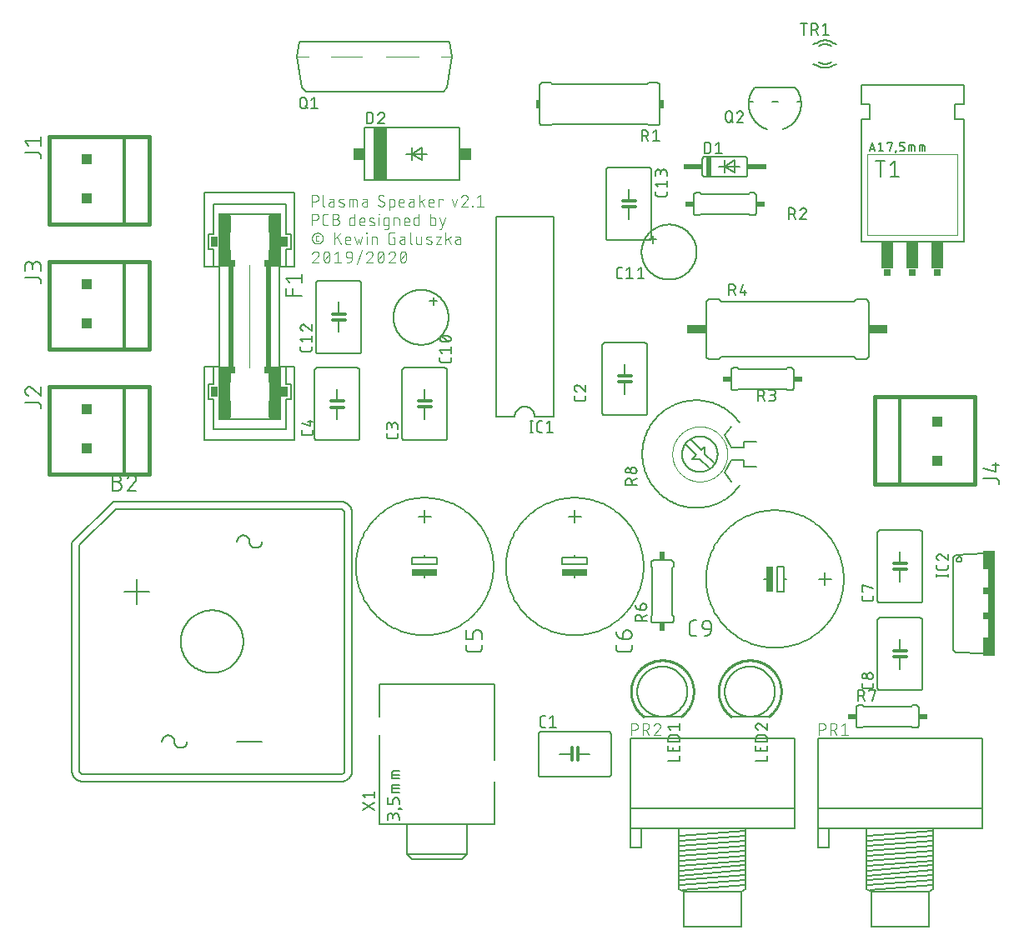
<source format=gbr>
G04 EAGLE Gerber RS-274X export*
G75*
%MOMM*%
%FSLAX34Y34*%
%LPD*%
%INSilkscreen Top*%
%IPPOS*%
%AMOC8*
5,1,8,0,0,1.08239X$1,22.5*%
G01*
%ADD10C,0.101600*%
%ADD11C,0.152400*%
%ADD12C,0.177800*%
%ADD13C,0.304800*%
%ADD14C,0.127000*%
%ADD15R,0.508000X2.032000*%
%ADD16R,1.905000X0.508000*%
%ADD17R,1.397000X5.334000*%
%ADD18R,1.143000X1.270000*%
%ADD19C,0.050800*%
%ADD20R,0.508000X10.160000*%
%ADD21R,1.651000X0.635000*%
%ADD22R,4.064000X0.254000*%
%ADD23R,1.143000X4.826000*%
%ADD24R,0.762000X1.016000*%
%ADD25R,0.127000X1.016000*%
%ADD26R,0.127000X1.778000*%
%ADD27R,0.762000X10.668000*%
%ADD28R,0.508000X1.905000*%
%ADD29R,0.508000X0.762000*%
%ADD30C,0.406400*%
%ADD31R,1.016000X1.016000*%
%ADD32C,0.203200*%
%ADD33C,0.254000*%
%ADD34R,0.863600X0.609600*%
%ADD35R,0.609600X0.863600*%
%ADD36R,0.762000X0.635000*%
%ADD37R,1.270000X2.794000*%
%ADD38R,2.540000X0.635000*%
%ADD39R,1.930400X0.812800*%
%ADD40R,0.635000X2.540000*%
%ADD41R,0.406400X0.812800*%


D10*
X304800Y632460D02*
X304800Y644144D01*
X308046Y644144D01*
X308159Y644142D01*
X308272Y644136D01*
X308385Y644126D01*
X308498Y644112D01*
X308610Y644095D01*
X308721Y644073D01*
X308831Y644048D01*
X308941Y644018D01*
X309049Y643985D01*
X309156Y643948D01*
X309262Y643908D01*
X309366Y643863D01*
X309469Y643815D01*
X309570Y643764D01*
X309669Y643709D01*
X309766Y643651D01*
X309861Y643589D01*
X309954Y643524D01*
X310044Y643456D01*
X310132Y643385D01*
X310218Y643310D01*
X310301Y643233D01*
X310381Y643153D01*
X310458Y643070D01*
X310533Y642984D01*
X310604Y642896D01*
X310672Y642806D01*
X310737Y642713D01*
X310799Y642618D01*
X310857Y642521D01*
X310912Y642422D01*
X310963Y642321D01*
X311011Y642218D01*
X311056Y642114D01*
X311096Y642008D01*
X311133Y641901D01*
X311166Y641793D01*
X311196Y641683D01*
X311221Y641573D01*
X311243Y641462D01*
X311260Y641350D01*
X311274Y641237D01*
X311284Y641124D01*
X311290Y641011D01*
X311292Y640898D01*
X311290Y640785D01*
X311284Y640672D01*
X311274Y640559D01*
X311260Y640446D01*
X311243Y640334D01*
X311221Y640223D01*
X311196Y640113D01*
X311166Y640003D01*
X311133Y639895D01*
X311096Y639788D01*
X311056Y639682D01*
X311011Y639578D01*
X310963Y639475D01*
X310912Y639374D01*
X310857Y639275D01*
X310799Y639178D01*
X310737Y639083D01*
X310672Y638990D01*
X310604Y638900D01*
X310533Y638812D01*
X310458Y638726D01*
X310381Y638643D01*
X310301Y638563D01*
X310218Y638486D01*
X310132Y638411D01*
X310044Y638340D01*
X309954Y638272D01*
X309861Y638207D01*
X309766Y638145D01*
X309669Y638087D01*
X309570Y638032D01*
X309469Y637981D01*
X309366Y637933D01*
X309262Y637888D01*
X309156Y637848D01*
X309049Y637811D01*
X308941Y637778D01*
X308831Y637748D01*
X308721Y637723D01*
X308610Y637701D01*
X308498Y637684D01*
X308385Y637670D01*
X308272Y637660D01*
X308159Y637654D01*
X308046Y637652D01*
X308046Y637653D02*
X304800Y637653D01*
X315716Y634407D02*
X315716Y644144D01*
X315717Y634407D02*
X315719Y634320D01*
X315725Y634232D01*
X315735Y634146D01*
X315748Y634059D01*
X315766Y633974D01*
X315787Y633889D01*
X315812Y633805D01*
X315841Y633723D01*
X315874Y633642D01*
X315910Y633562D01*
X315949Y633484D01*
X315993Y633408D01*
X316039Y633334D01*
X316089Y633263D01*
X316142Y633193D01*
X316198Y633126D01*
X316257Y633062D01*
X316319Y633000D01*
X316383Y632941D01*
X316450Y632885D01*
X316520Y632832D01*
X316591Y632782D01*
X316665Y632736D01*
X316741Y632692D01*
X316819Y632653D01*
X316899Y632617D01*
X316980Y632584D01*
X317062Y632555D01*
X317146Y632530D01*
X317231Y632509D01*
X317316Y632491D01*
X317403Y632478D01*
X317489Y632468D01*
X317577Y632462D01*
X317664Y632460D01*
X323876Y637004D02*
X326797Y637004D01*
X323876Y637004D02*
X323782Y637002D01*
X323688Y636996D01*
X323595Y636987D01*
X323502Y636973D01*
X323410Y636956D01*
X323318Y636934D01*
X323228Y636910D01*
X323138Y636881D01*
X323050Y636849D01*
X322963Y636813D01*
X322878Y636773D01*
X322795Y636730D01*
X322713Y636684D01*
X322633Y636634D01*
X322556Y636581D01*
X322481Y636525D01*
X322408Y636466D01*
X322337Y636404D01*
X322269Y636339D01*
X322204Y636271D01*
X322142Y636200D01*
X322083Y636127D01*
X322027Y636052D01*
X321974Y635975D01*
X321924Y635895D01*
X321878Y635813D01*
X321835Y635730D01*
X321795Y635645D01*
X321759Y635558D01*
X321727Y635470D01*
X321698Y635380D01*
X321674Y635290D01*
X321652Y635198D01*
X321635Y635106D01*
X321621Y635013D01*
X321612Y634920D01*
X321606Y634826D01*
X321604Y634732D01*
X321606Y634638D01*
X321612Y634544D01*
X321621Y634451D01*
X321635Y634358D01*
X321652Y634266D01*
X321674Y634174D01*
X321698Y634084D01*
X321727Y633994D01*
X321759Y633906D01*
X321795Y633819D01*
X321835Y633734D01*
X321878Y633651D01*
X321924Y633569D01*
X321974Y633489D01*
X322027Y633412D01*
X322083Y633337D01*
X322142Y633264D01*
X322204Y633193D01*
X322269Y633125D01*
X322337Y633060D01*
X322408Y632998D01*
X322481Y632939D01*
X322556Y632883D01*
X322633Y632830D01*
X322713Y632780D01*
X322795Y632734D01*
X322878Y632691D01*
X322963Y632651D01*
X323050Y632615D01*
X323138Y632583D01*
X323228Y632554D01*
X323318Y632530D01*
X323410Y632508D01*
X323502Y632491D01*
X323595Y632477D01*
X323688Y632468D01*
X323782Y632462D01*
X323876Y632460D01*
X326797Y632460D01*
X326797Y638302D01*
X326796Y638302D02*
X326794Y638389D01*
X326788Y638477D01*
X326778Y638563D01*
X326765Y638650D01*
X326747Y638735D01*
X326726Y638820D01*
X326701Y638904D01*
X326672Y638986D01*
X326639Y639067D01*
X326603Y639147D01*
X326564Y639225D01*
X326520Y639301D01*
X326474Y639375D01*
X326424Y639446D01*
X326371Y639516D01*
X326315Y639583D01*
X326256Y639647D01*
X326194Y639709D01*
X326130Y639768D01*
X326063Y639824D01*
X325993Y639877D01*
X325922Y639927D01*
X325848Y639973D01*
X325772Y640017D01*
X325694Y640056D01*
X325614Y640092D01*
X325533Y640125D01*
X325451Y640154D01*
X325367Y640179D01*
X325282Y640200D01*
X325197Y640218D01*
X325110Y640231D01*
X325024Y640241D01*
X324936Y640247D01*
X324849Y640249D01*
X322253Y640249D01*
X332923Y637004D02*
X336169Y635706D01*
X332923Y637003D02*
X332848Y637036D01*
X332774Y637072D01*
X332702Y637111D01*
X332632Y637154D01*
X332565Y637200D01*
X332499Y637250D01*
X332437Y637302D01*
X332376Y637358D01*
X332319Y637416D01*
X332264Y637477D01*
X332213Y637541D01*
X332165Y637607D01*
X332120Y637676D01*
X332078Y637746D01*
X332040Y637819D01*
X332005Y637893D01*
X331974Y637969D01*
X331947Y638046D01*
X331924Y638125D01*
X331904Y638204D01*
X331889Y638285D01*
X331877Y638366D01*
X331869Y638448D01*
X331865Y638529D01*
X331866Y638611D01*
X331870Y638693D01*
X331878Y638775D01*
X331890Y638856D01*
X331906Y638936D01*
X331926Y639016D01*
X331950Y639094D01*
X331978Y639171D01*
X332009Y639247D01*
X332044Y639321D01*
X332082Y639393D01*
X332124Y639464D01*
X332170Y639532D01*
X332218Y639598D01*
X332270Y639661D01*
X332325Y639722D01*
X332383Y639780D01*
X332443Y639836D01*
X332506Y639888D01*
X332572Y639937D01*
X332640Y639983D01*
X332710Y640025D01*
X332782Y640065D01*
X332856Y640100D01*
X332931Y640132D01*
X333008Y640160D01*
X333086Y640184D01*
X333166Y640205D01*
X333246Y640222D01*
X333327Y640234D01*
X333408Y640243D01*
X333490Y640248D01*
X333572Y640249D01*
X333749Y640245D01*
X333926Y640236D01*
X334103Y640222D01*
X334280Y640205D01*
X334455Y640183D01*
X334631Y640158D01*
X334805Y640127D01*
X334979Y640093D01*
X335152Y640055D01*
X335324Y640012D01*
X335495Y639965D01*
X335665Y639915D01*
X335834Y639860D01*
X336001Y639801D01*
X336166Y639738D01*
X336331Y639671D01*
X336493Y639600D01*
X336169Y635706D02*
X336244Y635673D01*
X336318Y635637D01*
X336390Y635598D01*
X336460Y635555D01*
X336527Y635509D01*
X336593Y635459D01*
X336655Y635407D01*
X336716Y635351D01*
X336773Y635293D01*
X336828Y635232D01*
X336879Y635168D01*
X336927Y635102D01*
X336972Y635033D01*
X337014Y634963D01*
X337052Y634890D01*
X337087Y634816D01*
X337118Y634740D01*
X337145Y634663D01*
X337168Y634584D01*
X337188Y634505D01*
X337203Y634424D01*
X337215Y634343D01*
X337223Y634261D01*
X337227Y634180D01*
X337226Y634098D01*
X337222Y634016D01*
X337214Y633934D01*
X337202Y633853D01*
X337186Y633773D01*
X337166Y633693D01*
X337142Y633615D01*
X337114Y633538D01*
X337083Y633462D01*
X337048Y633388D01*
X337010Y633316D01*
X336968Y633245D01*
X336922Y633177D01*
X336874Y633111D01*
X336822Y633048D01*
X336767Y632987D01*
X336709Y632929D01*
X336649Y632873D01*
X336586Y632821D01*
X336520Y632772D01*
X336452Y632726D01*
X336382Y632684D01*
X336310Y632644D01*
X336236Y632609D01*
X336161Y632577D01*
X336084Y632549D01*
X336006Y632525D01*
X335926Y632504D01*
X335846Y632487D01*
X335765Y632475D01*
X335684Y632466D01*
X335602Y632461D01*
X335520Y632460D01*
X335260Y632467D01*
X335000Y632480D01*
X334740Y632499D01*
X334481Y632524D01*
X334222Y632556D01*
X333965Y632593D01*
X333708Y632637D01*
X333452Y632686D01*
X333198Y632742D01*
X332945Y632803D01*
X332694Y632871D01*
X332444Y632945D01*
X332196Y633024D01*
X331950Y633109D01*
X342462Y632460D02*
X342462Y640249D01*
X348304Y640249D01*
X348391Y640247D01*
X348479Y640241D01*
X348565Y640231D01*
X348652Y640218D01*
X348737Y640200D01*
X348822Y640179D01*
X348906Y640154D01*
X348988Y640125D01*
X349069Y640092D01*
X349149Y640056D01*
X349227Y640017D01*
X349303Y639973D01*
X349377Y639927D01*
X349448Y639877D01*
X349518Y639824D01*
X349585Y639768D01*
X349649Y639709D01*
X349711Y639647D01*
X349770Y639583D01*
X349826Y639516D01*
X349879Y639446D01*
X349929Y639375D01*
X349975Y639301D01*
X350019Y639225D01*
X350058Y639147D01*
X350094Y639067D01*
X350127Y638986D01*
X350156Y638904D01*
X350181Y638820D01*
X350202Y638735D01*
X350220Y638650D01*
X350233Y638563D01*
X350243Y638477D01*
X350249Y638389D01*
X350251Y638302D01*
X350252Y638302D02*
X350252Y632460D01*
X346357Y632460D02*
X346357Y640249D01*
X357785Y637004D02*
X360706Y637004D01*
X357785Y637004D02*
X357691Y637002D01*
X357597Y636996D01*
X357504Y636987D01*
X357411Y636973D01*
X357319Y636956D01*
X357227Y636934D01*
X357137Y636910D01*
X357047Y636881D01*
X356959Y636849D01*
X356872Y636813D01*
X356787Y636773D01*
X356704Y636730D01*
X356622Y636684D01*
X356542Y636634D01*
X356465Y636581D01*
X356390Y636525D01*
X356317Y636466D01*
X356246Y636404D01*
X356178Y636339D01*
X356113Y636271D01*
X356051Y636200D01*
X355992Y636127D01*
X355936Y636052D01*
X355883Y635975D01*
X355833Y635895D01*
X355787Y635813D01*
X355744Y635730D01*
X355704Y635645D01*
X355668Y635558D01*
X355636Y635470D01*
X355607Y635380D01*
X355583Y635290D01*
X355561Y635198D01*
X355544Y635106D01*
X355530Y635013D01*
X355521Y634920D01*
X355515Y634826D01*
X355513Y634732D01*
X355515Y634638D01*
X355521Y634544D01*
X355530Y634451D01*
X355544Y634358D01*
X355561Y634266D01*
X355583Y634174D01*
X355607Y634084D01*
X355636Y633994D01*
X355668Y633906D01*
X355704Y633819D01*
X355744Y633734D01*
X355787Y633651D01*
X355833Y633569D01*
X355883Y633489D01*
X355936Y633412D01*
X355992Y633337D01*
X356051Y633264D01*
X356113Y633193D01*
X356178Y633125D01*
X356246Y633060D01*
X356317Y632998D01*
X356390Y632939D01*
X356465Y632883D01*
X356542Y632830D01*
X356622Y632780D01*
X356704Y632734D01*
X356787Y632691D01*
X356872Y632651D01*
X356959Y632615D01*
X357047Y632583D01*
X357137Y632554D01*
X357227Y632530D01*
X357319Y632508D01*
X357411Y632491D01*
X357504Y632477D01*
X357597Y632468D01*
X357691Y632462D01*
X357785Y632460D01*
X360706Y632460D01*
X360706Y638302D01*
X360705Y638302D02*
X360703Y638389D01*
X360697Y638477D01*
X360687Y638563D01*
X360674Y638650D01*
X360656Y638735D01*
X360635Y638820D01*
X360610Y638904D01*
X360581Y638986D01*
X360548Y639067D01*
X360512Y639147D01*
X360473Y639225D01*
X360429Y639301D01*
X360383Y639375D01*
X360333Y639446D01*
X360280Y639516D01*
X360224Y639583D01*
X360165Y639647D01*
X360103Y639709D01*
X360039Y639768D01*
X359972Y639824D01*
X359902Y639877D01*
X359831Y639927D01*
X359757Y639973D01*
X359681Y640017D01*
X359603Y640056D01*
X359523Y640092D01*
X359442Y640125D01*
X359360Y640154D01*
X359276Y640179D01*
X359191Y640200D01*
X359106Y640218D01*
X359019Y640231D01*
X358933Y640241D01*
X358845Y640247D01*
X358758Y640249D01*
X356162Y640249D01*
X375581Y632460D02*
X375680Y632462D01*
X375780Y632468D01*
X375879Y632477D01*
X375977Y632490D01*
X376075Y632507D01*
X376173Y632528D01*
X376269Y632553D01*
X376364Y632581D01*
X376458Y632613D01*
X376551Y632648D01*
X376643Y632687D01*
X376733Y632730D01*
X376821Y632775D01*
X376908Y632825D01*
X376992Y632877D01*
X377075Y632933D01*
X377155Y632991D01*
X377233Y633053D01*
X377308Y633118D01*
X377381Y633186D01*
X377451Y633256D01*
X377519Y633329D01*
X377584Y633404D01*
X377646Y633482D01*
X377704Y633562D01*
X377760Y633645D01*
X377812Y633729D01*
X377862Y633816D01*
X377907Y633904D01*
X377950Y633994D01*
X377989Y634086D01*
X378024Y634179D01*
X378056Y634273D01*
X378084Y634368D01*
X378109Y634464D01*
X378130Y634562D01*
X378147Y634660D01*
X378160Y634758D01*
X378169Y634857D01*
X378175Y634957D01*
X378177Y635056D01*
X375581Y632460D02*
X375437Y632462D01*
X375292Y632468D01*
X375148Y632477D01*
X375005Y632490D01*
X374861Y632507D01*
X374718Y632528D01*
X374576Y632553D01*
X374435Y632581D01*
X374294Y632613D01*
X374154Y632649D01*
X374015Y632688D01*
X373877Y632731D01*
X373741Y632778D01*
X373605Y632828D01*
X373471Y632882D01*
X373339Y632939D01*
X373208Y633000D01*
X373079Y633064D01*
X372951Y633132D01*
X372825Y633202D01*
X372701Y633277D01*
X372580Y633354D01*
X372460Y633435D01*
X372342Y633518D01*
X372227Y633605D01*
X372114Y633695D01*
X372003Y633788D01*
X371895Y633883D01*
X371789Y633982D01*
X371686Y634083D01*
X372012Y641548D02*
X372014Y641647D01*
X372020Y641747D01*
X372029Y641846D01*
X372042Y641944D01*
X372059Y642042D01*
X372080Y642140D01*
X372105Y642236D01*
X372133Y642331D01*
X372165Y642425D01*
X372200Y642518D01*
X372239Y642610D01*
X372282Y642700D01*
X372327Y642788D01*
X372377Y642875D01*
X372429Y642959D01*
X372485Y643042D01*
X372543Y643122D01*
X372605Y643200D01*
X372670Y643275D01*
X372738Y643348D01*
X372808Y643418D01*
X372881Y643486D01*
X372956Y643551D01*
X373034Y643613D01*
X373114Y643671D01*
X373197Y643727D01*
X373281Y643779D01*
X373368Y643829D01*
X373456Y643874D01*
X373546Y643917D01*
X373638Y643956D01*
X373731Y643991D01*
X373825Y644023D01*
X373920Y644051D01*
X374017Y644076D01*
X374114Y644097D01*
X374212Y644114D01*
X374310Y644127D01*
X374409Y644136D01*
X374509Y644142D01*
X374608Y644144D01*
X374607Y644144D02*
X374743Y644142D01*
X374879Y644136D01*
X375015Y644127D01*
X375151Y644114D01*
X375286Y644096D01*
X375420Y644076D01*
X375554Y644051D01*
X375688Y644023D01*
X375820Y643990D01*
X375951Y643955D01*
X376082Y643915D01*
X376211Y643872D01*
X376339Y643826D01*
X376465Y643775D01*
X376591Y643722D01*
X376714Y643664D01*
X376836Y643604D01*
X376956Y643540D01*
X377075Y643472D01*
X377191Y643402D01*
X377305Y643328D01*
X377418Y643251D01*
X377528Y643170D01*
X373309Y639276D02*
X373223Y639329D01*
X373139Y639386D01*
X373057Y639445D01*
X372977Y639508D01*
X372900Y639574D01*
X372825Y639642D01*
X372753Y639714D01*
X372684Y639788D01*
X372618Y639865D01*
X372555Y639944D01*
X372495Y640026D01*
X372438Y640110D01*
X372384Y640196D01*
X372334Y640284D01*
X372287Y640374D01*
X372243Y640465D01*
X372204Y640559D01*
X372167Y640653D01*
X372135Y640749D01*
X372106Y640847D01*
X372081Y640945D01*
X372060Y641044D01*
X372042Y641144D01*
X372029Y641244D01*
X372019Y641345D01*
X372013Y641447D01*
X372011Y641548D01*
X376880Y637328D02*
X376966Y637275D01*
X377050Y637218D01*
X377132Y637159D01*
X377212Y637096D01*
X377289Y637030D01*
X377364Y636962D01*
X377436Y636890D01*
X377505Y636816D01*
X377571Y636739D01*
X377634Y636660D01*
X377694Y636578D01*
X377751Y636494D01*
X377805Y636408D01*
X377855Y636320D01*
X377902Y636230D01*
X377946Y636139D01*
X377985Y636045D01*
X378022Y635951D01*
X378054Y635855D01*
X378083Y635757D01*
X378108Y635659D01*
X378129Y635560D01*
X378147Y635460D01*
X378160Y635360D01*
X378170Y635259D01*
X378176Y635157D01*
X378178Y635056D01*
X376879Y637328D02*
X373309Y639276D01*
X383063Y640249D02*
X383063Y628565D01*
X383063Y640249D02*
X386308Y640249D01*
X386395Y640247D01*
X386483Y640241D01*
X386569Y640231D01*
X386656Y640218D01*
X386741Y640200D01*
X386826Y640179D01*
X386910Y640154D01*
X386992Y640125D01*
X387073Y640092D01*
X387153Y640056D01*
X387231Y640017D01*
X387307Y639973D01*
X387381Y639927D01*
X387452Y639877D01*
X387522Y639824D01*
X387589Y639768D01*
X387653Y639709D01*
X387715Y639648D01*
X387774Y639583D01*
X387830Y639516D01*
X387883Y639446D01*
X387933Y639375D01*
X387979Y639301D01*
X388023Y639225D01*
X388062Y639147D01*
X388098Y639067D01*
X388131Y638986D01*
X388160Y638904D01*
X388185Y638820D01*
X388206Y638735D01*
X388224Y638650D01*
X388237Y638563D01*
X388247Y638477D01*
X388253Y638389D01*
X388255Y638302D01*
X388255Y634407D01*
X388253Y634320D01*
X388247Y634232D01*
X388237Y634146D01*
X388224Y634059D01*
X388206Y633974D01*
X388185Y633889D01*
X388160Y633805D01*
X388131Y633723D01*
X388098Y633642D01*
X388062Y633562D01*
X388023Y633484D01*
X387979Y633408D01*
X387933Y633334D01*
X387883Y633263D01*
X387830Y633193D01*
X387774Y633126D01*
X387715Y633062D01*
X387653Y633000D01*
X387589Y632941D01*
X387522Y632885D01*
X387452Y632832D01*
X387381Y632782D01*
X387307Y632736D01*
X387231Y632692D01*
X387153Y632653D01*
X387073Y632617D01*
X386992Y632584D01*
X386910Y632555D01*
X386826Y632530D01*
X386741Y632509D01*
X386656Y632491D01*
X386569Y632478D01*
X386483Y632468D01*
X386395Y632462D01*
X386308Y632460D01*
X383063Y632460D01*
X394857Y632460D02*
X398102Y632460D01*
X394857Y632460D02*
X394770Y632462D01*
X394682Y632468D01*
X394596Y632478D01*
X394509Y632491D01*
X394424Y632509D01*
X394339Y632530D01*
X394255Y632555D01*
X394173Y632584D01*
X394092Y632617D01*
X394012Y632653D01*
X393934Y632692D01*
X393858Y632736D01*
X393784Y632782D01*
X393713Y632832D01*
X393643Y632885D01*
X393576Y632941D01*
X393512Y633000D01*
X393450Y633062D01*
X393391Y633126D01*
X393335Y633193D01*
X393282Y633263D01*
X393232Y633334D01*
X393186Y633408D01*
X393142Y633484D01*
X393103Y633562D01*
X393067Y633642D01*
X393034Y633723D01*
X393005Y633805D01*
X392980Y633889D01*
X392959Y633974D01*
X392941Y634059D01*
X392928Y634146D01*
X392918Y634232D01*
X392912Y634320D01*
X392910Y634407D01*
X392910Y637653D01*
X392912Y637754D01*
X392918Y637854D01*
X392928Y637954D01*
X392941Y638054D01*
X392959Y638153D01*
X392980Y638252D01*
X393005Y638349D01*
X393034Y638446D01*
X393067Y638541D01*
X393103Y638635D01*
X393143Y638727D01*
X393186Y638818D01*
X393233Y638907D01*
X393283Y638994D01*
X393337Y639080D01*
X393394Y639163D01*
X393454Y639243D01*
X393517Y639322D01*
X393584Y639398D01*
X393653Y639471D01*
X393725Y639541D01*
X393799Y639609D01*
X393876Y639674D01*
X393956Y639735D01*
X394038Y639794D01*
X394122Y639849D01*
X394208Y639901D01*
X394296Y639950D01*
X394386Y639995D01*
X394478Y640037D01*
X394571Y640075D01*
X394666Y640109D01*
X394761Y640140D01*
X394858Y640167D01*
X394956Y640190D01*
X395055Y640210D01*
X395155Y640225D01*
X395255Y640237D01*
X395355Y640245D01*
X395456Y640249D01*
X395556Y640249D01*
X395657Y640245D01*
X395757Y640237D01*
X395857Y640225D01*
X395957Y640210D01*
X396056Y640190D01*
X396154Y640167D01*
X396251Y640140D01*
X396346Y640109D01*
X396441Y640075D01*
X396534Y640037D01*
X396626Y639995D01*
X396716Y639950D01*
X396804Y639901D01*
X396890Y639849D01*
X396974Y639794D01*
X397056Y639735D01*
X397136Y639674D01*
X397213Y639609D01*
X397287Y639541D01*
X397359Y639471D01*
X397428Y639398D01*
X397495Y639322D01*
X397558Y639243D01*
X397618Y639163D01*
X397675Y639080D01*
X397729Y638994D01*
X397779Y638907D01*
X397826Y638818D01*
X397869Y638727D01*
X397909Y638635D01*
X397945Y638541D01*
X397978Y638446D01*
X398007Y638349D01*
X398032Y638252D01*
X398053Y638153D01*
X398071Y638054D01*
X398084Y637954D01*
X398094Y637854D01*
X398100Y637754D01*
X398102Y637653D01*
X398102Y636355D01*
X392910Y636355D01*
X405029Y637004D02*
X407950Y637004D01*
X405029Y637004D02*
X404935Y637002D01*
X404841Y636996D01*
X404748Y636987D01*
X404655Y636973D01*
X404563Y636956D01*
X404471Y636934D01*
X404381Y636910D01*
X404291Y636881D01*
X404203Y636849D01*
X404116Y636813D01*
X404031Y636773D01*
X403948Y636730D01*
X403866Y636684D01*
X403786Y636634D01*
X403709Y636581D01*
X403634Y636525D01*
X403561Y636466D01*
X403490Y636404D01*
X403422Y636339D01*
X403357Y636271D01*
X403295Y636200D01*
X403236Y636127D01*
X403180Y636052D01*
X403127Y635975D01*
X403077Y635895D01*
X403031Y635813D01*
X402988Y635730D01*
X402948Y635645D01*
X402912Y635558D01*
X402880Y635470D01*
X402851Y635380D01*
X402827Y635290D01*
X402805Y635198D01*
X402788Y635106D01*
X402774Y635013D01*
X402765Y634920D01*
X402759Y634826D01*
X402757Y634732D01*
X402759Y634638D01*
X402765Y634544D01*
X402774Y634451D01*
X402788Y634358D01*
X402805Y634266D01*
X402827Y634174D01*
X402851Y634084D01*
X402880Y633994D01*
X402912Y633906D01*
X402948Y633819D01*
X402988Y633734D01*
X403031Y633651D01*
X403077Y633569D01*
X403127Y633489D01*
X403180Y633412D01*
X403236Y633337D01*
X403295Y633264D01*
X403357Y633193D01*
X403422Y633125D01*
X403490Y633060D01*
X403561Y632998D01*
X403634Y632939D01*
X403709Y632883D01*
X403786Y632830D01*
X403866Y632780D01*
X403948Y632734D01*
X404031Y632691D01*
X404116Y632651D01*
X404203Y632615D01*
X404291Y632583D01*
X404381Y632554D01*
X404471Y632530D01*
X404563Y632508D01*
X404655Y632491D01*
X404748Y632477D01*
X404841Y632468D01*
X404935Y632462D01*
X405029Y632460D01*
X407950Y632460D01*
X407950Y638302D01*
X407949Y638302D02*
X407947Y638389D01*
X407941Y638477D01*
X407931Y638563D01*
X407918Y638650D01*
X407900Y638735D01*
X407879Y638820D01*
X407854Y638904D01*
X407825Y638986D01*
X407792Y639067D01*
X407756Y639147D01*
X407717Y639225D01*
X407673Y639301D01*
X407627Y639375D01*
X407577Y639446D01*
X407524Y639516D01*
X407468Y639583D01*
X407409Y639647D01*
X407347Y639709D01*
X407283Y639768D01*
X407216Y639824D01*
X407146Y639877D01*
X407075Y639927D01*
X407001Y639973D01*
X406925Y640017D01*
X406847Y640056D01*
X406767Y640092D01*
X406686Y640125D01*
X406604Y640154D01*
X406520Y640179D01*
X406435Y640200D01*
X406350Y640218D01*
X406263Y640231D01*
X406177Y640241D01*
X406089Y640247D01*
X406002Y640249D01*
X403406Y640249D01*
X413619Y644144D02*
X413619Y632460D01*
X413619Y636355D02*
X418812Y640249D01*
X415891Y637977D02*
X418812Y632460D01*
X424956Y632460D02*
X428201Y632460D01*
X424956Y632460D02*
X424869Y632462D01*
X424781Y632468D01*
X424695Y632478D01*
X424608Y632491D01*
X424523Y632509D01*
X424438Y632530D01*
X424354Y632555D01*
X424272Y632584D01*
X424191Y632617D01*
X424111Y632653D01*
X424033Y632692D01*
X423957Y632736D01*
X423883Y632782D01*
X423812Y632832D01*
X423742Y632885D01*
X423675Y632941D01*
X423611Y633000D01*
X423549Y633062D01*
X423490Y633126D01*
X423434Y633193D01*
X423381Y633263D01*
X423331Y633334D01*
X423285Y633408D01*
X423241Y633484D01*
X423202Y633562D01*
X423166Y633642D01*
X423133Y633723D01*
X423104Y633805D01*
X423079Y633889D01*
X423058Y633974D01*
X423040Y634059D01*
X423027Y634146D01*
X423017Y634232D01*
X423011Y634320D01*
X423009Y634407D01*
X423009Y637653D01*
X423011Y637754D01*
X423017Y637854D01*
X423027Y637954D01*
X423040Y638054D01*
X423058Y638153D01*
X423079Y638252D01*
X423104Y638349D01*
X423133Y638446D01*
X423166Y638541D01*
X423202Y638635D01*
X423242Y638727D01*
X423285Y638818D01*
X423332Y638907D01*
X423382Y638994D01*
X423436Y639080D01*
X423493Y639163D01*
X423553Y639243D01*
X423616Y639322D01*
X423683Y639398D01*
X423752Y639471D01*
X423824Y639541D01*
X423898Y639609D01*
X423975Y639674D01*
X424055Y639735D01*
X424137Y639794D01*
X424221Y639849D01*
X424307Y639901D01*
X424395Y639950D01*
X424485Y639995D01*
X424577Y640037D01*
X424670Y640075D01*
X424765Y640109D01*
X424860Y640140D01*
X424957Y640167D01*
X425055Y640190D01*
X425154Y640210D01*
X425254Y640225D01*
X425354Y640237D01*
X425454Y640245D01*
X425555Y640249D01*
X425655Y640249D01*
X425756Y640245D01*
X425856Y640237D01*
X425956Y640225D01*
X426056Y640210D01*
X426155Y640190D01*
X426253Y640167D01*
X426350Y640140D01*
X426445Y640109D01*
X426540Y640075D01*
X426633Y640037D01*
X426725Y639995D01*
X426815Y639950D01*
X426903Y639901D01*
X426989Y639849D01*
X427073Y639794D01*
X427155Y639735D01*
X427235Y639674D01*
X427312Y639609D01*
X427386Y639541D01*
X427458Y639471D01*
X427527Y639398D01*
X427594Y639322D01*
X427657Y639243D01*
X427717Y639163D01*
X427774Y639080D01*
X427828Y638994D01*
X427878Y638907D01*
X427925Y638818D01*
X427968Y638727D01*
X428008Y638635D01*
X428044Y638541D01*
X428077Y638446D01*
X428106Y638349D01*
X428131Y638252D01*
X428152Y638153D01*
X428170Y638054D01*
X428183Y637954D01*
X428193Y637854D01*
X428199Y637754D01*
X428201Y637653D01*
X428201Y636355D01*
X423009Y636355D01*
X433362Y632460D02*
X433362Y640249D01*
X437257Y640249D01*
X437257Y638951D01*
X446631Y640249D02*
X449227Y632460D01*
X451823Y640249D01*
X459839Y644144D02*
X459946Y644142D01*
X460052Y644136D01*
X460158Y644126D01*
X460264Y644113D01*
X460370Y644095D01*
X460474Y644074D01*
X460578Y644049D01*
X460681Y644020D01*
X460782Y643988D01*
X460882Y643951D01*
X460981Y643911D01*
X461079Y643868D01*
X461175Y643821D01*
X461269Y643770D01*
X461361Y643716D01*
X461451Y643659D01*
X461539Y643599D01*
X461624Y643535D01*
X461707Y643468D01*
X461788Y643398D01*
X461866Y643326D01*
X461942Y643250D01*
X462014Y643172D01*
X462084Y643091D01*
X462151Y643008D01*
X462215Y642923D01*
X462275Y642835D01*
X462332Y642745D01*
X462386Y642653D01*
X462437Y642559D01*
X462484Y642463D01*
X462527Y642365D01*
X462567Y642266D01*
X462604Y642166D01*
X462636Y642065D01*
X462665Y641962D01*
X462690Y641858D01*
X462711Y641754D01*
X462729Y641648D01*
X462742Y641542D01*
X462752Y641436D01*
X462758Y641330D01*
X462760Y641223D01*
X459839Y644144D02*
X459718Y644142D01*
X459597Y644136D01*
X459477Y644126D01*
X459356Y644113D01*
X459237Y644095D01*
X459117Y644074D01*
X458999Y644049D01*
X458882Y644020D01*
X458765Y643987D01*
X458650Y643951D01*
X458536Y643910D01*
X458423Y643867D01*
X458311Y643819D01*
X458202Y643768D01*
X458094Y643713D01*
X457987Y643655D01*
X457883Y643594D01*
X457781Y643529D01*
X457681Y643461D01*
X457583Y643390D01*
X457487Y643316D01*
X457394Y643239D01*
X457304Y643158D01*
X457216Y643075D01*
X457131Y642989D01*
X457048Y642900D01*
X456969Y642809D01*
X456892Y642715D01*
X456819Y642619D01*
X456749Y642521D01*
X456682Y642420D01*
X456618Y642317D01*
X456558Y642212D01*
X456501Y642105D01*
X456447Y641997D01*
X456397Y641887D01*
X456351Y641775D01*
X456308Y641662D01*
X456269Y641547D01*
X461786Y638951D02*
X461865Y639028D01*
X461941Y639109D01*
X462014Y639192D01*
X462084Y639277D01*
X462151Y639365D01*
X462215Y639455D01*
X462275Y639547D01*
X462332Y639642D01*
X462386Y639738D01*
X462437Y639836D01*
X462484Y639936D01*
X462528Y640038D01*
X462568Y640141D01*
X462604Y640245D01*
X462636Y640351D01*
X462665Y640457D01*
X462690Y640565D01*
X462712Y640673D01*
X462729Y640783D01*
X462743Y640892D01*
X462752Y641002D01*
X462758Y641113D01*
X462760Y641223D01*
X461786Y638951D02*
X456268Y632460D01*
X462760Y632460D01*
X467190Y632460D02*
X467190Y633109D01*
X467840Y633109D01*
X467840Y632460D01*
X467190Y632460D01*
X472270Y641548D02*
X475516Y644144D01*
X475516Y632460D01*
X478761Y632460D02*
X472270Y632460D01*
X304800Y625094D02*
X304800Y613410D01*
X304800Y625094D02*
X308046Y625094D01*
X308159Y625092D01*
X308272Y625086D01*
X308385Y625076D01*
X308498Y625062D01*
X308610Y625045D01*
X308721Y625023D01*
X308831Y624998D01*
X308941Y624968D01*
X309049Y624935D01*
X309156Y624898D01*
X309262Y624858D01*
X309366Y624813D01*
X309469Y624765D01*
X309570Y624714D01*
X309669Y624659D01*
X309766Y624601D01*
X309861Y624539D01*
X309954Y624474D01*
X310044Y624406D01*
X310132Y624335D01*
X310218Y624260D01*
X310301Y624183D01*
X310381Y624103D01*
X310458Y624020D01*
X310533Y623934D01*
X310604Y623846D01*
X310672Y623756D01*
X310737Y623663D01*
X310799Y623568D01*
X310857Y623471D01*
X310912Y623372D01*
X310963Y623271D01*
X311011Y623168D01*
X311056Y623064D01*
X311096Y622958D01*
X311133Y622851D01*
X311166Y622743D01*
X311196Y622633D01*
X311221Y622523D01*
X311243Y622412D01*
X311260Y622300D01*
X311274Y622187D01*
X311284Y622074D01*
X311290Y621961D01*
X311292Y621848D01*
X311290Y621735D01*
X311284Y621622D01*
X311274Y621509D01*
X311260Y621396D01*
X311243Y621284D01*
X311221Y621173D01*
X311196Y621063D01*
X311166Y620953D01*
X311133Y620845D01*
X311096Y620738D01*
X311056Y620632D01*
X311011Y620528D01*
X310963Y620425D01*
X310912Y620324D01*
X310857Y620225D01*
X310799Y620128D01*
X310737Y620033D01*
X310672Y619940D01*
X310604Y619850D01*
X310533Y619762D01*
X310458Y619676D01*
X310381Y619593D01*
X310301Y619513D01*
X310218Y619436D01*
X310132Y619361D01*
X310044Y619290D01*
X309954Y619222D01*
X309861Y619157D01*
X309766Y619095D01*
X309669Y619037D01*
X309570Y618982D01*
X309469Y618931D01*
X309366Y618883D01*
X309262Y618838D01*
X309156Y618798D01*
X309049Y618761D01*
X308941Y618728D01*
X308831Y618698D01*
X308721Y618673D01*
X308610Y618651D01*
X308498Y618634D01*
X308385Y618620D01*
X308272Y618610D01*
X308159Y618604D01*
X308046Y618602D01*
X308046Y618603D02*
X304800Y618603D01*
X318243Y613410D02*
X320839Y613410D01*
X318243Y613410D02*
X318144Y613412D01*
X318044Y613418D01*
X317945Y613427D01*
X317847Y613440D01*
X317749Y613457D01*
X317651Y613478D01*
X317555Y613503D01*
X317460Y613531D01*
X317366Y613563D01*
X317273Y613598D01*
X317181Y613637D01*
X317091Y613680D01*
X317003Y613725D01*
X316916Y613775D01*
X316832Y613827D01*
X316749Y613883D01*
X316669Y613941D01*
X316591Y614003D01*
X316516Y614068D01*
X316443Y614136D01*
X316373Y614206D01*
X316305Y614279D01*
X316240Y614354D01*
X316178Y614432D01*
X316120Y614512D01*
X316064Y614595D01*
X316012Y614679D01*
X315962Y614766D01*
X315917Y614854D01*
X315874Y614944D01*
X315835Y615036D01*
X315800Y615129D01*
X315768Y615223D01*
X315740Y615318D01*
X315715Y615414D01*
X315694Y615512D01*
X315677Y615610D01*
X315664Y615708D01*
X315655Y615807D01*
X315649Y615907D01*
X315647Y616006D01*
X315646Y616006D02*
X315646Y622498D01*
X315647Y622498D02*
X315649Y622597D01*
X315655Y622697D01*
X315664Y622796D01*
X315677Y622894D01*
X315694Y622992D01*
X315715Y623090D01*
X315740Y623186D01*
X315768Y623281D01*
X315800Y623375D01*
X315835Y623468D01*
X315874Y623560D01*
X315917Y623650D01*
X315962Y623738D01*
X316012Y623825D01*
X316064Y623909D01*
X316120Y623992D01*
X316178Y624072D01*
X316240Y624150D01*
X316305Y624225D01*
X316373Y624298D01*
X316443Y624368D01*
X316516Y624436D01*
X316591Y624501D01*
X316669Y624563D01*
X316749Y624621D01*
X316832Y624677D01*
X316916Y624729D01*
X317003Y624779D01*
X317091Y624824D01*
X317181Y624867D01*
X317273Y624906D01*
X317365Y624941D01*
X317460Y624973D01*
X317555Y625001D01*
X317651Y625026D01*
X317749Y625047D01*
X317847Y625064D01*
X317945Y625077D01*
X318044Y625086D01*
X318144Y625092D01*
X318243Y625094D01*
X320839Y625094D01*
X325755Y619901D02*
X329001Y619901D01*
X329001Y619902D02*
X329114Y619900D01*
X329227Y619894D01*
X329340Y619884D01*
X329453Y619870D01*
X329565Y619853D01*
X329676Y619831D01*
X329786Y619806D01*
X329896Y619776D01*
X330004Y619743D01*
X330111Y619706D01*
X330217Y619666D01*
X330321Y619621D01*
X330424Y619573D01*
X330525Y619522D01*
X330624Y619467D01*
X330721Y619409D01*
X330816Y619347D01*
X330909Y619282D01*
X330999Y619214D01*
X331087Y619143D01*
X331173Y619068D01*
X331256Y618991D01*
X331336Y618911D01*
X331413Y618828D01*
X331488Y618742D01*
X331559Y618654D01*
X331627Y618564D01*
X331692Y618471D01*
X331754Y618376D01*
X331812Y618279D01*
X331867Y618180D01*
X331918Y618079D01*
X331966Y617976D01*
X332011Y617872D01*
X332051Y617766D01*
X332088Y617659D01*
X332121Y617551D01*
X332151Y617441D01*
X332176Y617331D01*
X332198Y617220D01*
X332215Y617108D01*
X332229Y616995D01*
X332239Y616882D01*
X332245Y616769D01*
X332247Y616656D01*
X332245Y616543D01*
X332239Y616430D01*
X332229Y616317D01*
X332215Y616204D01*
X332198Y616092D01*
X332176Y615981D01*
X332151Y615871D01*
X332121Y615761D01*
X332088Y615653D01*
X332051Y615546D01*
X332011Y615440D01*
X331966Y615336D01*
X331918Y615233D01*
X331867Y615132D01*
X331812Y615033D01*
X331754Y614936D01*
X331692Y614841D01*
X331627Y614748D01*
X331559Y614658D01*
X331488Y614570D01*
X331413Y614484D01*
X331336Y614401D01*
X331256Y614321D01*
X331173Y614244D01*
X331087Y614169D01*
X330999Y614098D01*
X330909Y614030D01*
X330816Y613965D01*
X330721Y613903D01*
X330624Y613845D01*
X330525Y613790D01*
X330424Y613739D01*
X330321Y613691D01*
X330217Y613646D01*
X330111Y613606D01*
X330004Y613569D01*
X329896Y613536D01*
X329786Y613506D01*
X329676Y613481D01*
X329565Y613459D01*
X329453Y613442D01*
X329340Y613428D01*
X329227Y613418D01*
X329114Y613412D01*
X329001Y613410D01*
X325755Y613410D01*
X325755Y625094D01*
X329001Y625094D01*
X329102Y625092D01*
X329202Y625086D01*
X329302Y625076D01*
X329402Y625063D01*
X329501Y625045D01*
X329600Y625024D01*
X329697Y624999D01*
X329794Y624970D01*
X329889Y624937D01*
X329983Y624901D01*
X330075Y624861D01*
X330166Y624818D01*
X330255Y624771D01*
X330342Y624721D01*
X330428Y624667D01*
X330511Y624610D01*
X330591Y624550D01*
X330670Y624487D01*
X330746Y624420D01*
X330819Y624351D01*
X330889Y624279D01*
X330957Y624205D01*
X331022Y624128D01*
X331083Y624048D01*
X331142Y623966D01*
X331197Y623882D01*
X331249Y623796D01*
X331298Y623708D01*
X331343Y623618D01*
X331385Y623526D01*
X331423Y623433D01*
X331457Y623338D01*
X331488Y623243D01*
X331515Y623146D01*
X331538Y623048D01*
X331558Y622949D01*
X331573Y622849D01*
X331585Y622749D01*
X331593Y622649D01*
X331597Y622548D01*
X331597Y622448D01*
X331593Y622347D01*
X331585Y622247D01*
X331573Y622147D01*
X331558Y622047D01*
X331538Y621948D01*
X331515Y621850D01*
X331488Y621753D01*
X331457Y621658D01*
X331423Y621563D01*
X331385Y621470D01*
X331343Y621378D01*
X331298Y621288D01*
X331249Y621200D01*
X331197Y621114D01*
X331142Y621030D01*
X331083Y620948D01*
X331022Y620868D01*
X330957Y620791D01*
X330889Y620717D01*
X330819Y620645D01*
X330746Y620576D01*
X330670Y620509D01*
X330591Y620446D01*
X330511Y620386D01*
X330428Y620329D01*
X330342Y620275D01*
X330255Y620225D01*
X330166Y620178D01*
X330075Y620135D01*
X329983Y620095D01*
X329889Y620059D01*
X329794Y620026D01*
X329697Y619997D01*
X329600Y619972D01*
X329501Y619951D01*
X329402Y619933D01*
X329302Y619920D01*
X329202Y619910D01*
X329102Y619904D01*
X329001Y619902D01*
X347752Y625094D02*
X347752Y613410D01*
X344506Y613410D01*
X344419Y613412D01*
X344331Y613418D01*
X344245Y613428D01*
X344158Y613441D01*
X344073Y613459D01*
X343988Y613480D01*
X343904Y613505D01*
X343822Y613534D01*
X343741Y613567D01*
X343661Y613603D01*
X343583Y613642D01*
X343507Y613686D01*
X343433Y613732D01*
X343362Y613782D01*
X343292Y613835D01*
X343225Y613891D01*
X343161Y613950D01*
X343099Y614012D01*
X343040Y614076D01*
X342984Y614143D01*
X342931Y614213D01*
X342881Y614284D01*
X342835Y614358D01*
X342791Y614434D01*
X342752Y614512D01*
X342716Y614592D01*
X342683Y614673D01*
X342654Y614755D01*
X342629Y614839D01*
X342608Y614924D01*
X342590Y615009D01*
X342577Y615096D01*
X342567Y615182D01*
X342561Y615270D01*
X342559Y615357D01*
X342559Y619252D01*
X342561Y619339D01*
X342567Y619427D01*
X342577Y619513D01*
X342590Y619600D01*
X342608Y619685D01*
X342629Y619770D01*
X342654Y619854D01*
X342683Y619936D01*
X342716Y620017D01*
X342752Y620097D01*
X342791Y620175D01*
X342835Y620251D01*
X342881Y620325D01*
X342931Y620396D01*
X342984Y620466D01*
X343040Y620533D01*
X343099Y620597D01*
X343161Y620659D01*
X343225Y620718D01*
X343292Y620774D01*
X343362Y620827D01*
X343433Y620877D01*
X343507Y620923D01*
X343583Y620967D01*
X343661Y621006D01*
X343741Y621042D01*
X343822Y621075D01*
X343904Y621104D01*
X343988Y621129D01*
X344073Y621150D01*
X344158Y621168D01*
X344245Y621181D01*
X344331Y621191D01*
X344419Y621197D01*
X344506Y621199D01*
X347752Y621199D01*
X354852Y613410D02*
X358098Y613410D01*
X354852Y613410D02*
X354765Y613412D01*
X354677Y613418D01*
X354591Y613428D01*
X354504Y613441D01*
X354419Y613459D01*
X354334Y613480D01*
X354250Y613505D01*
X354168Y613534D01*
X354087Y613567D01*
X354007Y613603D01*
X353929Y613642D01*
X353853Y613686D01*
X353779Y613732D01*
X353708Y613782D01*
X353638Y613835D01*
X353571Y613891D01*
X353507Y613950D01*
X353445Y614012D01*
X353386Y614076D01*
X353330Y614143D01*
X353277Y614213D01*
X353227Y614284D01*
X353181Y614358D01*
X353137Y614434D01*
X353098Y614512D01*
X353062Y614592D01*
X353029Y614673D01*
X353000Y614755D01*
X352975Y614839D01*
X352954Y614924D01*
X352936Y615009D01*
X352923Y615096D01*
X352913Y615182D01*
X352907Y615270D01*
X352905Y615357D01*
X352905Y618603D01*
X352907Y618704D01*
X352913Y618804D01*
X352923Y618904D01*
X352936Y619004D01*
X352954Y619103D01*
X352975Y619202D01*
X353000Y619299D01*
X353029Y619396D01*
X353062Y619491D01*
X353098Y619585D01*
X353138Y619677D01*
X353181Y619768D01*
X353228Y619857D01*
X353278Y619944D01*
X353332Y620030D01*
X353389Y620113D01*
X353449Y620193D01*
X353512Y620272D01*
X353579Y620348D01*
X353648Y620421D01*
X353720Y620491D01*
X353794Y620559D01*
X353871Y620624D01*
X353951Y620685D01*
X354033Y620744D01*
X354117Y620799D01*
X354203Y620851D01*
X354291Y620900D01*
X354381Y620945D01*
X354473Y620987D01*
X354566Y621025D01*
X354661Y621059D01*
X354756Y621090D01*
X354853Y621117D01*
X354951Y621140D01*
X355050Y621160D01*
X355150Y621175D01*
X355250Y621187D01*
X355350Y621195D01*
X355451Y621199D01*
X355551Y621199D01*
X355652Y621195D01*
X355752Y621187D01*
X355852Y621175D01*
X355952Y621160D01*
X356051Y621140D01*
X356149Y621117D01*
X356246Y621090D01*
X356341Y621059D01*
X356436Y621025D01*
X356529Y620987D01*
X356621Y620945D01*
X356711Y620900D01*
X356799Y620851D01*
X356885Y620799D01*
X356969Y620744D01*
X357051Y620685D01*
X357131Y620624D01*
X357208Y620559D01*
X357282Y620491D01*
X357354Y620421D01*
X357423Y620348D01*
X357490Y620272D01*
X357553Y620193D01*
X357613Y620113D01*
X357670Y620030D01*
X357724Y619944D01*
X357774Y619857D01*
X357821Y619768D01*
X357864Y619677D01*
X357904Y619585D01*
X357940Y619491D01*
X357973Y619396D01*
X358002Y619299D01*
X358027Y619202D01*
X358048Y619103D01*
X358066Y619004D01*
X358079Y618904D01*
X358089Y618804D01*
X358095Y618704D01*
X358097Y618603D01*
X358098Y618603D02*
X358098Y617305D01*
X352905Y617305D01*
X363784Y617954D02*
X367030Y616656D01*
X363784Y617953D02*
X363709Y617986D01*
X363635Y618022D01*
X363563Y618061D01*
X363493Y618104D01*
X363426Y618150D01*
X363360Y618200D01*
X363298Y618252D01*
X363237Y618308D01*
X363180Y618366D01*
X363125Y618427D01*
X363074Y618491D01*
X363026Y618557D01*
X362981Y618626D01*
X362939Y618696D01*
X362901Y618769D01*
X362866Y618843D01*
X362835Y618919D01*
X362808Y618996D01*
X362785Y619075D01*
X362765Y619154D01*
X362750Y619235D01*
X362738Y619316D01*
X362730Y619398D01*
X362726Y619479D01*
X362727Y619561D01*
X362731Y619643D01*
X362739Y619725D01*
X362751Y619806D01*
X362767Y619886D01*
X362787Y619966D01*
X362811Y620044D01*
X362839Y620121D01*
X362870Y620197D01*
X362905Y620271D01*
X362943Y620343D01*
X362985Y620414D01*
X363031Y620482D01*
X363079Y620548D01*
X363131Y620611D01*
X363186Y620672D01*
X363244Y620730D01*
X363304Y620786D01*
X363367Y620838D01*
X363433Y620887D01*
X363501Y620933D01*
X363571Y620975D01*
X363643Y621015D01*
X363717Y621050D01*
X363792Y621082D01*
X363869Y621110D01*
X363947Y621134D01*
X364027Y621155D01*
X364107Y621172D01*
X364188Y621184D01*
X364269Y621193D01*
X364351Y621198D01*
X364433Y621199D01*
X364610Y621195D01*
X364787Y621186D01*
X364964Y621172D01*
X365141Y621155D01*
X365316Y621133D01*
X365492Y621108D01*
X365666Y621077D01*
X365840Y621043D01*
X366013Y621005D01*
X366185Y620962D01*
X366356Y620915D01*
X366526Y620865D01*
X366695Y620810D01*
X366862Y620751D01*
X367027Y620688D01*
X367192Y620621D01*
X367354Y620550D01*
X367030Y616656D02*
X367105Y616623D01*
X367179Y616587D01*
X367251Y616548D01*
X367321Y616505D01*
X367388Y616459D01*
X367454Y616409D01*
X367516Y616357D01*
X367577Y616301D01*
X367634Y616243D01*
X367689Y616182D01*
X367740Y616118D01*
X367788Y616052D01*
X367833Y615983D01*
X367875Y615913D01*
X367913Y615840D01*
X367948Y615766D01*
X367979Y615690D01*
X368006Y615613D01*
X368029Y615534D01*
X368049Y615455D01*
X368064Y615374D01*
X368076Y615293D01*
X368084Y615211D01*
X368088Y615130D01*
X368087Y615048D01*
X368083Y614966D01*
X368075Y614884D01*
X368063Y614803D01*
X368047Y614723D01*
X368027Y614643D01*
X368003Y614565D01*
X367975Y614488D01*
X367944Y614412D01*
X367909Y614338D01*
X367871Y614266D01*
X367829Y614195D01*
X367783Y614127D01*
X367735Y614061D01*
X367683Y613998D01*
X367628Y613937D01*
X367570Y613879D01*
X367510Y613823D01*
X367447Y613771D01*
X367381Y613722D01*
X367313Y613676D01*
X367243Y613634D01*
X367171Y613594D01*
X367097Y613559D01*
X367022Y613527D01*
X366945Y613499D01*
X366867Y613475D01*
X366787Y613454D01*
X366707Y613437D01*
X366626Y613425D01*
X366545Y613416D01*
X366463Y613411D01*
X366381Y613410D01*
X366121Y613417D01*
X365861Y613430D01*
X365601Y613449D01*
X365342Y613474D01*
X365083Y613506D01*
X364826Y613543D01*
X364569Y613587D01*
X364313Y613636D01*
X364059Y613692D01*
X363806Y613753D01*
X363555Y613821D01*
X363305Y613895D01*
X363057Y613974D01*
X362811Y614059D01*
X372646Y613410D02*
X372646Y621199D01*
X372322Y624445D02*
X372322Y625094D01*
X372971Y625094D01*
X372971Y624445D01*
X372322Y624445D01*
X379177Y613410D02*
X382423Y613410D01*
X379177Y613410D02*
X379090Y613412D01*
X379002Y613418D01*
X378916Y613428D01*
X378829Y613441D01*
X378744Y613459D01*
X378659Y613480D01*
X378575Y613505D01*
X378493Y613534D01*
X378412Y613567D01*
X378332Y613603D01*
X378254Y613642D01*
X378178Y613686D01*
X378104Y613732D01*
X378033Y613782D01*
X377963Y613835D01*
X377896Y613891D01*
X377832Y613950D01*
X377770Y614012D01*
X377711Y614076D01*
X377655Y614143D01*
X377602Y614213D01*
X377552Y614284D01*
X377506Y614358D01*
X377462Y614434D01*
X377423Y614512D01*
X377387Y614592D01*
X377354Y614673D01*
X377325Y614755D01*
X377300Y614839D01*
X377279Y614924D01*
X377261Y615009D01*
X377248Y615096D01*
X377238Y615182D01*
X377232Y615270D01*
X377230Y615357D01*
X377230Y619252D01*
X377232Y619339D01*
X377238Y619427D01*
X377248Y619513D01*
X377261Y619600D01*
X377279Y619685D01*
X377300Y619770D01*
X377325Y619854D01*
X377354Y619936D01*
X377387Y620017D01*
X377423Y620097D01*
X377462Y620175D01*
X377506Y620251D01*
X377552Y620325D01*
X377602Y620396D01*
X377655Y620466D01*
X377711Y620533D01*
X377770Y620597D01*
X377832Y620659D01*
X377896Y620718D01*
X377963Y620774D01*
X378033Y620827D01*
X378104Y620877D01*
X378178Y620923D01*
X378254Y620967D01*
X378332Y621006D01*
X378412Y621042D01*
X378493Y621075D01*
X378575Y621104D01*
X378659Y621129D01*
X378744Y621150D01*
X378829Y621168D01*
X378916Y621181D01*
X379002Y621191D01*
X379090Y621197D01*
X379177Y621199D01*
X382423Y621199D01*
X382423Y611463D01*
X382422Y611463D02*
X382420Y611376D01*
X382414Y611288D01*
X382404Y611202D01*
X382391Y611115D01*
X382373Y611030D01*
X382352Y610945D01*
X382327Y610861D01*
X382298Y610779D01*
X382265Y610698D01*
X382229Y610618D01*
X382190Y610540D01*
X382146Y610464D01*
X382100Y610390D01*
X382050Y610319D01*
X381997Y610249D01*
X381941Y610182D01*
X381882Y610118D01*
X381821Y610056D01*
X381756Y609997D01*
X381689Y609941D01*
X381619Y609888D01*
X381548Y609838D01*
X381474Y609792D01*
X381398Y609748D01*
X381320Y609709D01*
X381240Y609673D01*
X381159Y609640D01*
X381077Y609611D01*
X380993Y609586D01*
X380908Y609565D01*
X380823Y609547D01*
X380736Y609534D01*
X380650Y609524D01*
X380562Y609518D01*
X380475Y609516D01*
X380475Y609515D02*
X377879Y609515D01*
X387957Y613410D02*
X387957Y621199D01*
X391202Y621199D01*
X391289Y621197D01*
X391377Y621191D01*
X391463Y621181D01*
X391550Y621168D01*
X391635Y621150D01*
X391720Y621129D01*
X391804Y621104D01*
X391886Y621075D01*
X391967Y621042D01*
X392047Y621006D01*
X392125Y620967D01*
X392201Y620923D01*
X392275Y620877D01*
X392346Y620827D01*
X392416Y620774D01*
X392483Y620718D01*
X392547Y620659D01*
X392609Y620598D01*
X392668Y620533D01*
X392724Y620466D01*
X392777Y620396D01*
X392827Y620325D01*
X392873Y620251D01*
X392917Y620175D01*
X392956Y620097D01*
X392992Y620017D01*
X393025Y619936D01*
X393054Y619854D01*
X393079Y619770D01*
X393100Y619685D01*
X393118Y619600D01*
X393131Y619513D01*
X393141Y619427D01*
X393147Y619339D01*
X393149Y619252D01*
X393150Y619252D02*
X393150Y613410D01*
X400191Y613410D02*
X403437Y613410D01*
X400191Y613410D02*
X400104Y613412D01*
X400016Y613418D01*
X399930Y613428D01*
X399843Y613441D01*
X399758Y613459D01*
X399673Y613480D01*
X399589Y613505D01*
X399507Y613534D01*
X399426Y613567D01*
X399346Y613603D01*
X399268Y613642D01*
X399192Y613686D01*
X399118Y613732D01*
X399047Y613782D01*
X398977Y613835D01*
X398910Y613891D01*
X398846Y613950D01*
X398784Y614012D01*
X398725Y614076D01*
X398669Y614143D01*
X398616Y614213D01*
X398566Y614284D01*
X398520Y614358D01*
X398476Y614434D01*
X398437Y614512D01*
X398401Y614592D01*
X398368Y614673D01*
X398339Y614755D01*
X398314Y614839D01*
X398293Y614924D01*
X398275Y615009D01*
X398262Y615096D01*
X398252Y615182D01*
X398246Y615270D01*
X398244Y615357D01*
X398244Y618603D01*
X398246Y618704D01*
X398252Y618804D01*
X398262Y618904D01*
X398275Y619004D01*
X398293Y619103D01*
X398314Y619202D01*
X398339Y619299D01*
X398368Y619396D01*
X398401Y619491D01*
X398437Y619585D01*
X398477Y619677D01*
X398520Y619768D01*
X398567Y619857D01*
X398617Y619944D01*
X398671Y620030D01*
X398728Y620113D01*
X398788Y620193D01*
X398851Y620272D01*
X398918Y620348D01*
X398987Y620421D01*
X399059Y620491D01*
X399133Y620559D01*
X399210Y620624D01*
X399290Y620685D01*
X399372Y620744D01*
X399456Y620799D01*
X399542Y620851D01*
X399630Y620900D01*
X399720Y620945D01*
X399812Y620987D01*
X399905Y621025D01*
X400000Y621059D01*
X400095Y621090D01*
X400192Y621117D01*
X400290Y621140D01*
X400389Y621160D01*
X400489Y621175D01*
X400589Y621187D01*
X400689Y621195D01*
X400790Y621199D01*
X400890Y621199D01*
X400991Y621195D01*
X401091Y621187D01*
X401191Y621175D01*
X401291Y621160D01*
X401390Y621140D01*
X401488Y621117D01*
X401585Y621090D01*
X401680Y621059D01*
X401775Y621025D01*
X401868Y620987D01*
X401960Y620945D01*
X402050Y620900D01*
X402138Y620851D01*
X402224Y620799D01*
X402308Y620744D01*
X402390Y620685D01*
X402470Y620624D01*
X402547Y620559D01*
X402621Y620491D01*
X402693Y620421D01*
X402762Y620348D01*
X402829Y620272D01*
X402892Y620193D01*
X402952Y620113D01*
X403009Y620030D01*
X403063Y619944D01*
X403113Y619857D01*
X403160Y619768D01*
X403203Y619677D01*
X403243Y619585D01*
X403279Y619491D01*
X403312Y619396D01*
X403341Y619299D01*
X403366Y619202D01*
X403387Y619103D01*
X403405Y619004D01*
X403418Y618904D01*
X403428Y618804D01*
X403434Y618704D01*
X403436Y618603D01*
X403437Y618603D02*
X403437Y617305D01*
X398244Y617305D01*
X413284Y613410D02*
X413284Y625094D01*
X413284Y613410D02*
X410038Y613410D01*
X409951Y613412D01*
X409863Y613418D01*
X409777Y613428D01*
X409690Y613441D01*
X409605Y613459D01*
X409520Y613480D01*
X409436Y613505D01*
X409354Y613534D01*
X409273Y613567D01*
X409193Y613603D01*
X409115Y613642D01*
X409039Y613686D01*
X408965Y613732D01*
X408894Y613782D01*
X408824Y613835D01*
X408757Y613891D01*
X408693Y613950D01*
X408631Y614012D01*
X408572Y614076D01*
X408516Y614143D01*
X408463Y614213D01*
X408413Y614284D01*
X408367Y614358D01*
X408323Y614434D01*
X408284Y614512D01*
X408248Y614592D01*
X408215Y614673D01*
X408186Y614755D01*
X408161Y614839D01*
X408140Y614924D01*
X408122Y615009D01*
X408109Y615096D01*
X408099Y615182D01*
X408093Y615270D01*
X408091Y615357D01*
X408091Y619252D01*
X408093Y619339D01*
X408099Y619427D01*
X408109Y619513D01*
X408122Y619600D01*
X408140Y619685D01*
X408161Y619770D01*
X408186Y619854D01*
X408215Y619936D01*
X408248Y620017D01*
X408284Y620097D01*
X408323Y620175D01*
X408367Y620251D01*
X408413Y620325D01*
X408463Y620396D01*
X408516Y620466D01*
X408572Y620533D01*
X408631Y620597D01*
X408693Y620659D01*
X408757Y620718D01*
X408824Y620774D01*
X408894Y620827D01*
X408965Y620877D01*
X409039Y620923D01*
X409115Y620967D01*
X409193Y621006D01*
X409273Y621042D01*
X409354Y621075D01*
X409436Y621104D01*
X409520Y621129D01*
X409605Y621150D01*
X409690Y621168D01*
X409777Y621181D01*
X409863Y621191D01*
X409951Y621197D01*
X410038Y621199D01*
X413284Y621199D01*
X424972Y625094D02*
X424972Y613410D01*
X428218Y613410D01*
X428305Y613412D01*
X428393Y613418D01*
X428479Y613428D01*
X428566Y613441D01*
X428651Y613459D01*
X428736Y613480D01*
X428820Y613505D01*
X428902Y613534D01*
X428983Y613567D01*
X429063Y613603D01*
X429141Y613642D01*
X429217Y613686D01*
X429291Y613732D01*
X429362Y613782D01*
X429432Y613835D01*
X429499Y613891D01*
X429563Y613950D01*
X429625Y614011D01*
X429684Y614076D01*
X429740Y614143D01*
X429793Y614213D01*
X429843Y614284D01*
X429889Y614358D01*
X429933Y614434D01*
X429972Y614512D01*
X430008Y614592D01*
X430041Y614673D01*
X430070Y614755D01*
X430095Y614839D01*
X430116Y614924D01*
X430134Y615009D01*
X430147Y615096D01*
X430157Y615182D01*
X430163Y615270D01*
X430165Y615357D01*
X430165Y619252D01*
X430163Y619339D01*
X430157Y619427D01*
X430147Y619513D01*
X430134Y619600D01*
X430116Y619685D01*
X430095Y619770D01*
X430070Y619854D01*
X430041Y619936D01*
X430008Y620017D01*
X429972Y620097D01*
X429933Y620175D01*
X429889Y620251D01*
X429843Y620325D01*
X429793Y620396D01*
X429740Y620466D01*
X429684Y620533D01*
X429625Y620597D01*
X429563Y620659D01*
X429499Y620718D01*
X429432Y620774D01*
X429362Y620827D01*
X429291Y620877D01*
X429217Y620923D01*
X429141Y620967D01*
X429063Y621006D01*
X428983Y621042D01*
X428902Y621075D01*
X428820Y621104D01*
X428736Y621129D01*
X428651Y621150D01*
X428566Y621168D01*
X428479Y621181D01*
X428393Y621191D01*
X428305Y621197D01*
X428218Y621199D01*
X424972Y621199D01*
X434439Y609515D02*
X435737Y609515D01*
X439631Y621199D01*
X434439Y621199D02*
X437035Y613410D01*
X315834Y600202D02*
X315832Y600349D01*
X315826Y600496D01*
X315816Y600642D01*
X315803Y600788D01*
X315785Y600934D01*
X315764Y601080D01*
X315738Y601224D01*
X315709Y601368D01*
X315676Y601511D01*
X315640Y601654D01*
X315599Y601795D01*
X315555Y601935D01*
X315507Y602074D01*
X315455Y602211D01*
X315400Y602347D01*
X315341Y602482D01*
X315279Y602615D01*
X315213Y602746D01*
X315143Y602875D01*
X315070Y603003D01*
X314994Y603128D01*
X314914Y603252D01*
X314832Y603373D01*
X314746Y603492D01*
X314656Y603609D01*
X314564Y603723D01*
X314469Y603835D01*
X314371Y603944D01*
X314270Y604051D01*
X314166Y604155D01*
X314059Y604256D01*
X313950Y604354D01*
X313838Y604449D01*
X313724Y604541D01*
X313607Y604631D01*
X313488Y604717D01*
X313367Y604799D01*
X313243Y604879D01*
X313118Y604955D01*
X312990Y605028D01*
X312861Y605098D01*
X312730Y605164D01*
X312597Y605226D01*
X312462Y605285D01*
X312326Y605340D01*
X312189Y605392D01*
X312050Y605440D01*
X311910Y605484D01*
X311769Y605525D01*
X311626Y605561D01*
X311483Y605594D01*
X311339Y605623D01*
X311195Y605649D01*
X311049Y605670D01*
X310903Y605688D01*
X310757Y605701D01*
X310611Y605711D01*
X310464Y605717D01*
X310317Y605719D01*
X310170Y605717D01*
X310023Y605711D01*
X309877Y605701D01*
X309731Y605688D01*
X309585Y605670D01*
X309439Y605649D01*
X309295Y605623D01*
X309151Y605594D01*
X309008Y605561D01*
X308865Y605525D01*
X308724Y605484D01*
X308584Y605440D01*
X308445Y605392D01*
X308308Y605340D01*
X308172Y605285D01*
X308037Y605226D01*
X307904Y605164D01*
X307773Y605098D01*
X307644Y605028D01*
X307516Y604955D01*
X307391Y604879D01*
X307267Y604799D01*
X307146Y604717D01*
X307027Y604631D01*
X306910Y604541D01*
X306796Y604449D01*
X306684Y604354D01*
X306575Y604256D01*
X306468Y604155D01*
X306364Y604051D01*
X306263Y603944D01*
X306165Y603835D01*
X306070Y603723D01*
X305978Y603609D01*
X305888Y603492D01*
X305802Y603373D01*
X305720Y603252D01*
X305640Y603128D01*
X305564Y603003D01*
X305491Y602875D01*
X305421Y602746D01*
X305355Y602615D01*
X305293Y602482D01*
X305234Y602347D01*
X305179Y602211D01*
X305127Y602074D01*
X305079Y601935D01*
X305035Y601795D01*
X304994Y601654D01*
X304958Y601511D01*
X304925Y601368D01*
X304896Y601224D01*
X304870Y601080D01*
X304849Y600934D01*
X304831Y600788D01*
X304818Y600642D01*
X304808Y600496D01*
X304802Y600349D01*
X304800Y600202D01*
X304802Y600055D01*
X304808Y599908D01*
X304818Y599762D01*
X304831Y599616D01*
X304849Y599470D01*
X304870Y599324D01*
X304896Y599180D01*
X304925Y599036D01*
X304958Y598893D01*
X304994Y598750D01*
X305035Y598609D01*
X305079Y598469D01*
X305127Y598330D01*
X305179Y598193D01*
X305234Y598057D01*
X305293Y597922D01*
X305355Y597789D01*
X305421Y597658D01*
X305491Y597529D01*
X305564Y597401D01*
X305640Y597276D01*
X305720Y597152D01*
X305802Y597031D01*
X305888Y596912D01*
X305978Y596795D01*
X306070Y596681D01*
X306165Y596569D01*
X306263Y596460D01*
X306364Y596353D01*
X306468Y596249D01*
X306575Y596148D01*
X306684Y596050D01*
X306796Y595955D01*
X306910Y595863D01*
X307027Y595773D01*
X307146Y595687D01*
X307267Y595605D01*
X307391Y595525D01*
X307516Y595449D01*
X307644Y595376D01*
X307773Y595306D01*
X307904Y595240D01*
X308037Y595178D01*
X308172Y595119D01*
X308308Y595064D01*
X308445Y595012D01*
X308584Y594964D01*
X308724Y594920D01*
X308865Y594879D01*
X309008Y594843D01*
X309151Y594810D01*
X309295Y594781D01*
X309439Y594755D01*
X309585Y594734D01*
X309731Y594716D01*
X309877Y594703D01*
X310023Y594693D01*
X310170Y594687D01*
X310317Y594685D01*
X310464Y594687D01*
X310611Y594693D01*
X310757Y594703D01*
X310903Y594716D01*
X311049Y594734D01*
X311195Y594755D01*
X311339Y594781D01*
X311483Y594810D01*
X311626Y594843D01*
X311769Y594879D01*
X311910Y594920D01*
X312050Y594964D01*
X312189Y595012D01*
X312326Y595064D01*
X312462Y595119D01*
X312597Y595178D01*
X312730Y595240D01*
X312861Y595306D01*
X312990Y595376D01*
X313118Y595449D01*
X313243Y595525D01*
X313367Y595605D01*
X313488Y595687D01*
X313607Y595773D01*
X313724Y595863D01*
X313838Y595955D01*
X313950Y596050D01*
X314059Y596148D01*
X314166Y596249D01*
X314270Y596353D01*
X314371Y596460D01*
X314469Y596569D01*
X314564Y596681D01*
X314656Y596795D01*
X314746Y596912D01*
X314832Y597031D01*
X314914Y597152D01*
X314994Y597276D01*
X315070Y597401D01*
X315143Y597529D01*
X315213Y597658D01*
X315279Y597789D01*
X315341Y597922D01*
X315400Y598057D01*
X315455Y598193D01*
X315507Y598330D01*
X315555Y598469D01*
X315599Y598609D01*
X315640Y598750D01*
X315676Y598893D01*
X315709Y599036D01*
X315738Y599180D01*
X315764Y599324D01*
X315785Y599470D01*
X315803Y599616D01*
X315816Y599762D01*
X315826Y599908D01*
X315832Y600055D01*
X315834Y600202D01*
X311616Y597606D02*
X309993Y597606D01*
X309923Y597608D01*
X309853Y597614D01*
X309783Y597623D01*
X309714Y597636D01*
X309646Y597653D01*
X309579Y597674D01*
X309513Y597698D01*
X309448Y597726D01*
X309385Y597757D01*
X309324Y597792D01*
X309265Y597830D01*
X309207Y597871D01*
X309153Y597915D01*
X309100Y597962D01*
X309051Y598011D01*
X309004Y598064D01*
X308960Y598118D01*
X308919Y598176D01*
X308881Y598235D01*
X308846Y598296D01*
X308815Y598359D01*
X308787Y598424D01*
X308763Y598490D01*
X308742Y598557D01*
X308725Y598625D01*
X308712Y598694D01*
X308703Y598764D01*
X308697Y598834D01*
X308695Y598904D01*
X308695Y601500D01*
X308697Y601570D01*
X308703Y601640D01*
X308712Y601710D01*
X308725Y601779D01*
X308742Y601847D01*
X308763Y601914D01*
X308787Y601980D01*
X308815Y602045D01*
X308846Y602108D01*
X308881Y602169D01*
X308919Y602228D01*
X308960Y602286D01*
X309004Y602340D01*
X309051Y602393D01*
X309100Y602442D01*
X309153Y602489D01*
X309207Y602533D01*
X309265Y602574D01*
X309324Y602612D01*
X309385Y602647D01*
X309448Y602678D01*
X309513Y602706D01*
X309579Y602730D01*
X309646Y602751D01*
X309714Y602768D01*
X309783Y602781D01*
X309853Y602790D01*
X309923Y602796D01*
X309993Y602798D01*
X311616Y602798D01*
X327434Y606044D02*
X327434Y594360D01*
X327434Y598904D02*
X333925Y606044D01*
X330031Y601500D02*
X333925Y594360D01*
X340148Y594360D02*
X343394Y594360D01*
X340148Y594360D02*
X340061Y594362D01*
X339973Y594368D01*
X339887Y594378D01*
X339800Y594391D01*
X339715Y594409D01*
X339630Y594430D01*
X339546Y594455D01*
X339464Y594484D01*
X339383Y594517D01*
X339303Y594553D01*
X339225Y594592D01*
X339149Y594636D01*
X339075Y594682D01*
X339004Y594732D01*
X338934Y594785D01*
X338867Y594841D01*
X338803Y594900D01*
X338741Y594962D01*
X338682Y595026D01*
X338626Y595093D01*
X338573Y595163D01*
X338523Y595234D01*
X338477Y595308D01*
X338433Y595384D01*
X338394Y595462D01*
X338358Y595542D01*
X338325Y595623D01*
X338296Y595705D01*
X338271Y595789D01*
X338250Y595874D01*
X338232Y595959D01*
X338219Y596046D01*
X338209Y596132D01*
X338203Y596220D01*
X338201Y596307D01*
X338201Y599553D01*
X338203Y599654D01*
X338209Y599754D01*
X338219Y599854D01*
X338232Y599954D01*
X338250Y600053D01*
X338271Y600152D01*
X338296Y600249D01*
X338325Y600346D01*
X338358Y600441D01*
X338394Y600535D01*
X338434Y600627D01*
X338477Y600718D01*
X338524Y600807D01*
X338574Y600894D01*
X338628Y600980D01*
X338685Y601063D01*
X338745Y601143D01*
X338808Y601222D01*
X338875Y601298D01*
X338944Y601371D01*
X339016Y601441D01*
X339090Y601509D01*
X339167Y601574D01*
X339247Y601635D01*
X339329Y601694D01*
X339413Y601749D01*
X339499Y601801D01*
X339587Y601850D01*
X339677Y601895D01*
X339769Y601937D01*
X339862Y601975D01*
X339957Y602009D01*
X340052Y602040D01*
X340149Y602067D01*
X340247Y602090D01*
X340346Y602110D01*
X340446Y602125D01*
X340546Y602137D01*
X340646Y602145D01*
X340747Y602149D01*
X340847Y602149D01*
X340948Y602145D01*
X341048Y602137D01*
X341148Y602125D01*
X341248Y602110D01*
X341347Y602090D01*
X341445Y602067D01*
X341542Y602040D01*
X341637Y602009D01*
X341732Y601975D01*
X341825Y601937D01*
X341917Y601895D01*
X342007Y601850D01*
X342095Y601801D01*
X342181Y601749D01*
X342265Y601694D01*
X342347Y601635D01*
X342427Y601574D01*
X342504Y601509D01*
X342578Y601441D01*
X342650Y601371D01*
X342719Y601298D01*
X342786Y601222D01*
X342849Y601143D01*
X342909Y601063D01*
X342966Y600980D01*
X343020Y600894D01*
X343070Y600807D01*
X343117Y600718D01*
X343160Y600627D01*
X343200Y600535D01*
X343236Y600441D01*
X343269Y600346D01*
X343298Y600249D01*
X343323Y600152D01*
X343344Y600053D01*
X343362Y599954D01*
X343375Y599854D01*
X343385Y599754D01*
X343391Y599654D01*
X343393Y599553D01*
X343394Y599553D02*
X343394Y598255D01*
X338201Y598255D01*
X347952Y602149D02*
X349899Y594360D01*
X351846Y599553D01*
X353794Y594360D01*
X355741Y602149D01*
X360228Y602149D02*
X360228Y594360D01*
X359904Y605395D02*
X359904Y606044D01*
X360553Y606044D01*
X360553Y605395D01*
X359904Y605395D01*
X365252Y602149D02*
X365252Y594360D01*
X365252Y602149D02*
X368497Y602149D01*
X368584Y602147D01*
X368672Y602141D01*
X368758Y602131D01*
X368845Y602118D01*
X368930Y602100D01*
X369015Y602079D01*
X369099Y602054D01*
X369181Y602025D01*
X369262Y601992D01*
X369342Y601956D01*
X369420Y601917D01*
X369496Y601873D01*
X369570Y601827D01*
X369641Y601777D01*
X369711Y601724D01*
X369778Y601668D01*
X369842Y601609D01*
X369904Y601548D01*
X369963Y601483D01*
X370019Y601416D01*
X370072Y601346D01*
X370122Y601275D01*
X370168Y601201D01*
X370212Y601125D01*
X370251Y601047D01*
X370287Y600967D01*
X370320Y600886D01*
X370349Y600804D01*
X370374Y600720D01*
X370395Y600635D01*
X370413Y600550D01*
X370426Y600463D01*
X370436Y600377D01*
X370442Y600289D01*
X370444Y600202D01*
X370445Y600202D02*
X370445Y594360D01*
X386673Y600851D02*
X388620Y600851D01*
X388620Y594360D01*
X384725Y594360D01*
X384626Y594362D01*
X384526Y594368D01*
X384427Y594377D01*
X384329Y594390D01*
X384231Y594407D01*
X384133Y594428D01*
X384037Y594453D01*
X383942Y594481D01*
X383848Y594513D01*
X383755Y594548D01*
X383663Y594587D01*
X383573Y594630D01*
X383485Y594675D01*
X383398Y594725D01*
X383314Y594777D01*
X383231Y594833D01*
X383151Y594891D01*
X383073Y594953D01*
X382998Y595018D01*
X382925Y595086D01*
X382855Y595156D01*
X382787Y595229D01*
X382722Y595304D01*
X382660Y595382D01*
X382602Y595462D01*
X382546Y595545D01*
X382494Y595629D01*
X382444Y595716D01*
X382399Y595804D01*
X382356Y595894D01*
X382317Y595986D01*
X382282Y596079D01*
X382250Y596173D01*
X382222Y596268D01*
X382197Y596364D01*
X382176Y596462D01*
X382159Y596560D01*
X382146Y596658D01*
X382137Y596757D01*
X382131Y596857D01*
X382129Y596956D01*
X382129Y603448D01*
X382131Y603547D01*
X382137Y603647D01*
X382146Y603746D01*
X382159Y603844D01*
X382176Y603942D01*
X382197Y604040D01*
X382222Y604136D01*
X382250Y604231D01*
X382282Y604325D01*
X382317Y604418D01*
X382356Y604510D01*
X382399Y604600D01*
X382444Y604688D01*
X382494Y604775D01*
X382546Y604859D01*
X382602Y604942D01*
X382660Y605022D01*
X382722Y605100D01*
X382787Y605175D01*
X382855Y605248D01*
X382925Y605318D01*
X382998Y605386D01*
X383073Y605451D01*
X383151Y605513D01*
X383231Y605571D01*
X383314Y605627D01*
X383398Y605679D01*
X383485Y605729D01*
X383573Y605774D01*
X383663Y605817D01*
X383755Y605856D01*
X383847Y605891D01*
X383942Y605923D01*
X384037Y605951D01*
X384133Y605976D01*
X384231Y605997D01*
X384329Y606014D01*
X384427Y606027D01*
X384526Y606036D01*
X384626Y606042D01*
X384725Y606044D01*
X388620Y606044D01*
X396040Y598904D02*
X398961Y598904D01*
X396040Y598904D02*
X395946Y598902D01*
X395852Y598896D01*
X395759Y598887D01*
X395666Y598873D01*
X395574Y598856D01*
X395482Y598834D01*
X395392Y598810D01*
X395302Y598781D01*
X395214Y598749D01*
X395127Y598713D01*
X395042Y598673D01*
X394959Y598630D01*
X394877Y598584D01*
X394797Y598534D01*
X394720Y598481D01*
X394645Y598425D01*
X394572Y598366D01*
X394501Y598304D01*
X394433Y598239D01*
X394368Y598171D01*
X394306Y598100D01*
X394247Y598027D01*
X394191Y597952D01*
X394138Y597875D01*
X394088Y597795D01*
X394042Y597713D01*
X393999Y597630D01*
X393959Y597545D01*
X393923Y597458D01*
X393891Y597370D01*
X393862Y597280D01*
X393838Y597190D01*
X393816Y597098D01*
X393799Y597006D01*
X393785Y596913D01*
X393776Y596820D01*
X393770Y596726D01*
X393768Y596632D01*
X393770Y596538D01*
X393776Y596444D01*
X393785Y596351D01*
X393799Y596258D01*
X393816Y596166D01*
X393838Y596074D01*
X393862Y595984D01*
X393891Y595894D01*
X393923Y595806D01*
X393959Y595719D01*
X393999Y595634D01*
X394042Y595551D01*
X394088Y595469D01*
X394138Y595389D01*
X394191Y595312D01*
X394247Y595237D01*
X394306Y595164D01*
X394368Y595093D01*
X394433Y595025D01*
X394501Y594960D01*
X394572Y594898D01*
X394645Y594839D01*
X394720Y594783D01*
X394797Y594730D01*
X394877Y594680D01*
X394959Y594634D01*
X395042Y594591D01*
X395127Y594551D01*
X395214Y594515D01*
X395302Y594483D01*
X395392Y594454D01*
X395482Y594430D01*
X395574Y594408D01*
X395666Y594391D01*
X395759Y594377D01*
X395852Y594368D01*
X395946Y594362D01*
X396040Y594360D01*
X398961Y594360D01*
X398961Y600202D01*
X398959Y600289D01*
X398953Y600377D01*
X398943Y600463D01*
X398930Y600550D01*
X398912Y600635D01*
X398891Y600720D01*
X398866Y600804D01*
X398837Y600886D01*
X398804Y600967D01*
X398768Y601047D01*
X398729Y601125D01*
X398685Y601201D01*
X398639Y601275D01*
X398589Y601346D01*
X398536Y601416D01*
X398480Y601483D01*
X398421Y601547D01*
X398359Y601609D01*
X398295Y601668D01*
X398228Y601724D01*
X398158Y601777D01*
X398087Y601827D01*
X398013Y601873D01*
X397937Y601917D01*
X397859Y601956D01*
X397779Y601992D01*
X397698Y602025D01*
X397616Y602054D01*
X397532Y602079D01*
X397447Y602100D01*
X397362Y602118D01*
X397275Y602131D01*
X397189Y602141D01*
X397101Y602147D01*
X397014Y602149D01*
X394417Y602149D01*
X404263Y606044D02*
X404263Y596307D01*
X404264Y596307D02*
X404266Y596220D01*
X404272Y596132D01*
X404282Y596046D01*
X404295Y595959D01*
X404313Y595874D01*
X404334Y595789D01*
X404359Y595705D01*
X404388Y595623D01*
X404421Y595542D01*
X404457Y595462D01*
X404496Y595384D01*
X404540Y595308D01*
X404586Y595234D01*
X404636Y595163D01*
X404689Y595093D01*
X404745Y595026D01*
X404804Y594962D01*
X404866Y594900D01*
X404930Y594841D01*
X404997Y594785D01*
X405067Y594732D01*
X405138Y594682D01*
X405212Y594636D01*
X405288Y594592D01*
X405366Y594553D01*
X405446Y594517D01*
X405527Y594484D01*
X405609Y594455D01*
X405693Y594430D01*
X405778Y594409D01*
X405863Y594391D01*
X405950Y594378D01*
X406036Y594368D01*
X406124Y594362D01*
X406211Y594360D01*
X410591Y596307D02*
X410591Y602149D01*
X410591Y596307D02*
X410593Y596220D01*
X410599Y596132D01*
X410609Y596046D01*
X410622Y595959D01*
X410640Y595874D01*
X410661Y595789D01*
X410686Y595705D01*
X410715Y595623D01*
X410748Y595542D01*
X410784Y595462D01*
X410823Y595384D01*
X410867Y595308D01*
X410913Y595234D01*
X410963Y595163D01*
X411016Y595093D01*
X411072Y595026D01*
X411131Y594962D01*
X411193Y594900D01*
X411257Y594841D01*
X411324Y594785D01*
X411394Y594732D01*
X411465Y594682D01*
X411539Y594636D01*
X411615Y594592D01*
X411693Y594553D01*
X411773Y594517D01*
X411854Y594484D01*
X411936Y594455D01*
X412020Y594430D01*
X412105Y594409D01*
X412190Y594391D01*
X412277Y594378D01*
X412363Y594368D01*
X412451Y594362D01*
X412538Y594360D01*
X415784Y594360D01*
X415784Y602149D01*
X421852Y598904D02*
X425097Y597606D01*
X421852Y598903D02*
X421777Y598936D01*
X421703Y598972D01*
X421631Y599011D01*
X421561Y599054D01*
X421494Y599100D01*
X421428Y599150D01*
X421366Y599202D01*
X421305Y599258D01*
X421248Y599316D01*
X421193Y599377D01*
X421142Y599441D01*
X421094Y599507D01*
X421049Y599576D01*
X421007Y599646D01*
X420969Y599719D01*
X420934Y599793D01*
X420903Y599869D01*
X420876Y599946D01*
X420853Y600025D01*
X420833Y600104D01*
X420818Y600185D01*
X420806Y600266D01*
X420798Y600348D01*
X420794Y600429D01*
X420795Y600511D01*
X420799Y600593D01*
X420807Y600675D01*
X420819Y600756D01*
X420835Y600836D01*
X420855Y600916D01*
X420879Y600994D01*
X420907Y601071D01*
X420938Y601147D01*
X420973Y601221D01*
X421011Y601293D01*
X421053Y601364D01*
X421099Y601432D01*
X421147Y601498D01*
X421199Y601561D01*
X421254Y601622D01*
X421312Y601680D01*
X421372Y601736D01*
X421435Y601788D01*
X421501Y601837D01*
X421569Y601883D01*
X421639Y601925D01*
X421711Y601965D01*
X421785Y602000D01*
X421860Y602032D01*
X421937Y602060D01*
X422015Y602084D01*
X422095Y602105D01*
X422175Y602122D01*
X422256Y602134D01*
X422337Y602143D01*
X422419Y602148D01*
X422501Y602149D01*
X422500Y602149D02*
X422677Y602145D01*
X422854Y602136D01*
X423031Y602122D01*
X423208Y602105D01*
X423383Y602083D01*
X423559Y602058D01*
X423733Y602027D01*
X423907Y601993D01*
X424080Y601955D01*
X424252Y601912D01*
X424423Y601865D01*
X424593Y601815D01*
X424762Y601760D01*
X424929Y601701D01*
X425094Y601638D01*
X425259Y601571D01*
X425421Y601500D01*
X425097Y597606D02*
X425172Y597573D01*
X425246Y597537D01*
X425318Y597498D01*
X425388Y597455D01*
X425455Y597409D01*
X425521Y597359D01*
X425583Y597307D01*
X425644Y597251D01*
X425701Y597193D01*
X425756Y597132D01*
X425807Y597068D01*
X425855Y597002D01*
X425900Y596933D01*
X425942Y596863D01*
X425980Y596790D01*
X426015Y596716D01*
X426046Y596640D01*
X426073Y596563D01*
X426096Y596484D01*
X426116Y596405D01*
X426131Y596324D01*
X426143Y596243D01*
X426151Y596161D01*
X426155Y596080D01*
X426154Y595998D01*
X426150Y595916D01*
X426142Y595834D01*
X426130Y595753D01*
X426114Y595673D01*
X426094Y595593D01*
X426070Y595515D01*
X426042Y595438D01*
X426011Y595362D01*
X425976Y595288D01*
X425938Y595216D01*
X425896Y595145D01*
X425850Y595077D01*
X425802Y595011D01*
X425750Y594948D01*
X425695Y594887D01*
X425637Y594829D01*
X425577Y594773D01*
X425514Y594721D01*
X425448Y594672D01*
X425380Y594626D01*
X425310Y594584D01*
X425238Y594544D01*
X425164Y594509D01*
X425089Y594477D01*
X425012Y594449D01*
X424934Y594425D01*
X424854Y594404D01*
X424774Y594387D01*
X424693Y594375D01*
X424612Y594366D01*
X424530Y594361D01*
X424448Y594360D01*
X424188Y594367D01*
X423928Y594380D01*
X423668Y594399D01*
X423409Y594424D01*
X423150Y594456D01*
X422893Y594493D01*
X422636Y594537D01*
X422380Y594586D01*
X422126Y594642D01*
X421873Y594703D01*
X421622Y594771D01*
X421372Y594845D01*
X421124Y594924D01*
X420878Y595009D01*
X430403Y602149D02*
X435596Y602149D01*
X430403Y594360D01*
X435596Y594360D01*
X440444Y594360D02*
X440444Y606044D01*
X445637Y602149D02*
X440444Y598255D01*
X442716Y599877D02*
X445637Y594360D01*
X452047Y598904D02*
X454968Y598904D01*
X452047Y598904D02*
X451953Y598902D01*
X451859Y598896D01*
X451766Y598887D01*
X451673Y598873D01*
X451581Y598856D01*
X451489Y598834D01*
X451399Y598810D01*
X451309Y598781D01*
X451221Y598749D01*
X451134Y598713D01*
X451049Y598673D01*
X450966Y598630D01*
X450884Y598584D01*
X450804Y598534D01*
X450727Y598481D01*
X450652Y598425D01*
X450579Y598366D01*
X450508Y598304D01*
X450440Y598239D01*
X450375Y598171D01*
X450313Y598100D01*
X450254Y598027D01*
X450198Y597952D01*
X450145Y597875D01*
X450095Y597795D01*
X450049Y597713D01*
X450006Y597630D01*
X449966Y597545D01*
X449930Y597458D01*
X449898Y597370D01*
X449869Y597280D01*
X449845Y597190D01*
X449823Y597098D01*
X449806Y597006D01*
X449792Y596913D01*
X449783Y596820D01*
X449777Y596726D01*
X449775Y596632D01*
X449777Y596538D01*
X449783Y596444D01*
X449792Y596351D01*
X449806Y596258D01*
X449823Y596166D01*
X449845Y596074D01*
X449869Y595984D01*
X449898Y595894D01*
X449930Y595806D01*
X449966Y595719D01*
X450006Y595634D01*
X450049Y595551D01*
X450095Y595469D01*
X450145Y595389D01*
X450198Y595312D01*
X450254Y595237D01*
X450313Y595164D01*
X450375Y595093D01*
X450440Y595025D01*
X450508Y594960D01*
X450579Y594898D01*
X450652Y594839D01*
X450727Y594783D01*
X450804Y594730D01*
X450884Y594680D01*
X450966Y594634D01*
X451049Y594591D01*
X451134Y594551D01*
X451221Y594515D01*
X451309Y594483D01*
X451399Y594454D01*
X451489Y594430D01*
X451581Y594408D01*
X451673Y594391D01*
X451766Y594377D01*
X451859Y594368D01*
X451953Y594362D01*
X452047Y594360D01*
X454968Y594360D01*
X454968Y600202D01*
X454967Y600202D02*
X454965Y600289D01*
X454959Y600377D01*
X454949Y600463D01*
X454936Y600550D01*
X454918Y600635D01*
X454897Y600720D01*
X454872Y600804D01*
X454843Y600886D01*
X454810Y600967D01*
X454774Y601047D01*
X454735Y601125D01*
X454691Y601201D01*
X454645Y601275D01*
X454595Y601346D01*
X454542Y601416D01*
X454486Y601483D01*
X454427Y601547D01*
X454365Y601609D01*
X454301Y601668D01*
X454234Y601724D01*
X454164Y601777D01*
X454093Y601827D01*
X454019Y601873D01*
X453943Y601917D01*
X453865Y601956D01*
X453785Y601992D01*
X453704Y602025D01*
X453622Y602054D01*
X453538Y602079D01*
X453453Y602100D01*
X453368Y602118D01*
X453281Y602131D01*
X453195Y602141D01*
X453107Y602147D01*
X453020Y602149D01*
X450424Y602149D01*
X311291Y584073D02*
X311289Y584180D01*
X311283Y584286D01*
X311273Y584392D01*
X311260Y584498D01*
X311242Y584604D01*
X311221Y584708D01*
X311196Y584812D01*
X311167Y584915D01*
X311135Y585016D01*
X311098Y585116D01*
X311058Y585215D01*
X311015Y585313D01*
X310968Y585409D01*
X310917Y585503D01*
X310863Y585595D01*
X310806Y585685D01*
X310746Y585773D01*
X310682Y585858D01*
X310615Y585941D01*
X310545Y586022D01*
X310473Y586100D01*
X310397Y586176D01*
X310319Y586248D01*
X310238Y586318D01*
X310155Y586385D01*
X310070Y586449D01*
X309982Y586509D01*
X309892Y586566D01*
X309800Y586620D01*
X309706Y586671D01*
X309610Y586718D01*
X309512Y586761D01*
X309413Y586801D01*
X309313Y586838D01*
X309212Y586870D01*
X309109Y586899D01*
X309005Y586924D01*
X308901Y586945D01*
X308795Y586963D01*
X308689Y586976D01*
X308583Y586986D01*
X308477Y586992D01*
X308370Y586994D01*
X308249Y586992D01*
X308128Y586986D01*
X308008Y586976D01*
X307887Y586963D01*
X307768Y586945D01*
X307648Y586924D01*
X307530Y586899D01*
X307413Y586870D01*
X307296Y586837D01*
X307181Y586801D01*
X307067Y586760D01*
X306954Y586717D01*
X306842Y586669D01*
X306733Y586618D01*
X306625Y586563D01*
X306518Y586505D01*
X306414Y586444D01*
X306312Y586379D01*
X306212Y586311D01*
X306114Y586240D01*
X306018Y586166D01*
X305925Y586089D01*
X305835Y586008D01*
X305747Y585925D01*
X305662Y585839D01*
X305579Y585750D01*
X305500Y585659D01*
X305423Y585565D01*
X305350Y585469D01*
X305280Y585371D01*
X305213Y585270D01*
X305149Y585167D01*
X305089Y585062D01*
X305032Y584955D01*
X304978Y584847D01*
X304928Y584737D01*
X304882Y584625D01*
X304839Y584512D01*
X304800Y584397D01*
X310318Y581801D02*
X310397Y581878D01*
X310473Y581959D01*
X310546Y582042D01*
X310616Y582127D01*
X310683Y582215D01*
X310747Y582305D01*
X310807Y582397D01*
X310864Y582492D01*
X310918Y582588D01*
X310969Y582686D01*
X311016Y582786D01*
X311060Y582888D01*
X311100Y582991D01*
X311136Y583095D01*
X311168Y583201D01*
X311197Y583307D01*
X311222Y583415D01*
X311244Y583523D01*
X311261Y583633D01*
X311275Y583742D01*
X311284Y583852D01*
X311290Y583963D01*
X311292Y584073D01*
X310317Y581801D02*
X304800Y575310D01*
X311291Y575310D01*
X316230Y581152D02*
X316233Y581382D01*
X316241Y581612D01*
X316255Y581841D01*
X316274Y582070D01*
X316299Y582299D01*
X316329Y582526D01*
X316364Y582754D01*
X316405Y582980D01*
X316451Y583205D01*
X316503Y583429D01*
X316560Y583651D01*
X316622Y583873D01*
X316690Y584092D01*
X316763Y584310D01*
X316841Y584527D01*
X316924Y584741D01*
X317012Y584953D01*
X317105Y585163D01*
X317204Y585371D01*
X317237Y585461D01*
X317273Y585550D01*
X317313Y585638D01*
X317357Y585723D01*
X317404Y585807D01*
X317454Y585889D01*
X317508Y585969D01*
X317564Y586046D01*
X317624Y586122D01*
X317687Y586195D01*
X317752Y586265D01*
X317821Y586333D01*
X317892Y586397D01*
X317965Y586459D01*
X318041Y586518D01*
X318119Y586574D01*
X318200Y586627D01*
X318282Y586676D01*
X318366Y586722D01*
X318453Y586765D01*
X318540Y586804D01*
X318630Y586840D01*
X318720Y586872D01*
X318812Y586900D01*
X318905Y586925D01*
X318999Y586946D01*
X319093Y586963D01*
X319188Y586977D01*
X319284Y586986D01*
X319380Y586992D01*
X319476Y586994D01*
X319572Y586992D01*
X319668Y586986D01*
X319764Y586977D01*
X319859Y586963D01*
X319953Y586946D01*
X320047Y586925D01*
X320140Y586900D01*
X320232Y586872D01*
X320322Y586840D01*
X320412Y586804D01*
X320499Y586765D01*
X320586Y586722D01*
X320670Y586676D01*
X320752Y586627D01*
X320833Y586574D01*
X320911Y586518D01*
X320987Y586459D01*
X321060Y586397D01*
X321131Y586333D01*
X321200Y586265D01*
X321265Y586195D01*
X321328Y586122D01*
X321388Y586046D01*
X321444Y585969D01*
X321498Y585889D01*
X321548Y585807D01*
X321595Y585723D01*
X321639Y585638D01*
X321679Y585550D01*
X321715Y585461D01*
X321748Y585371D01*
X321847Y585164D01*
X321940Y584954D01*
X322028Y584741D01*
X322111Y584527D01*
X322189Y584311D01*
X322262Y584093D01*
X322330Y583873D01*
X322392Y583652D01*
X322449Y583429D01*
X322501Y583205D01*
X322547Y582980D01*
X322588Y582754D01*
X322623Y582527D01*
X322653Y582299D01*
X322678Y582070D01*
X322697Y581841D01*
X322711Y581612D01*
X322719Y581382D01*
X322722Y581152D01*
X316230Y581152D02*
X316233Y580922D01*
X316241Y580692D01*
X316255Y580463D01*
X316274Y580234D01*
X316299Y580005D01*
X316329Y579777D01*
X316364Y579550D01*
X316405Y579324D01*
X316451Y579099D01*
X316503Y578875D01*
X316560Y578652D01*
X316622Y578431D01*
X316690Y578211D01*
X316763Y577993D01*
X316841Y577777D01*
X316924Y577563D01*
X317012Y577351D01*
X317105Y577140D01*
X317204Y576933D01*
X317237Y576843D01*
X317273Y576754D01*
X317314Y576666D01*
X317357Y576581D01*
X317404Y576497D01*
X317454Y576415D01*
X317508Y576335D01*
X317564Y576258D01*
X317624Y576182D01*
X317687Y576109D01*
X317752Y576039D01*
X317821Y575971D01*
X317892Y575907D01*
X317965Y575845D01*
X318041Y575786D01*
X318119Y575730D01*
X318200Y575677D01*
X318282Y575628D01*
X318366Y575582D01*
X318453Y575539D01*
X318540Y575500D01*
X318630Y575464D01*
X318720Y575432D01*
X318812Y575404D01*
X318905Y575379D01*
X318999Y575358D01*
X319093Y575341D01*
X319188Y575327D01*
X319284Y575318D01*
X319380Y575312D01*
X319476Y575310D01*
X321747Y576933D02*
X321846Y577140D01*
X321939Y577351D01*
X322027Y577563D01*
X322110Y577777D01*
X322188Y577993D01*
X322261Y578211D01*
X322329Y578431D01*
X322391Y578652D01*
X322448Y578875D01*
X322500Y579099D01*
X322546Y579324D01*
X322587Y579550D01*
X322622Y579777D01*
X322652Y580005D01*
X322677Y580234D01*
X322696Y580463D01*
X322710Y580692D01*
X322718Y580922D01*
X322721Y581152D01*
X321748Y576933D02*
X321715Y576843D01*
X321679Y576754D01*
X321639Y576666D01*
X321595Y576581D01*
X321548Y576497D01*
X321498Y576415D01*
X321444Y576335D01*
X321388Y576258D01*
X321328Y576182D01*
X321265Y576109D01*
X321200Y576039D01*
X321131Y575971D01*
X321060Y575907D01*
X320987Y575845D01*
X320911Y575786D01*
X320833Y575730D01*
X320752Y575677D01*
X320670Y575628D01*
X320586Y575582D01*
X320499Y575539D01*
X320412Y575500D01*
X320322Y575464D01*
X320232Y575432D01*
X320140Y575404D01*
X320047Y575379D01*
X319953Y575358D01*
X319859Y575341D01*
X319764Y575327D01*
X319668Y575318D01*
X319572Y575312D01*
X319476Y575310D01*
X316879Y577906D02*
X322072Y584398D01*
X327660Y584398D02*
X330905Y586994D01*
X330905Y575310D01*
X327660Y575310D02*
X334151Y575310D01*
X341686Y580503D02*
X345581Y580503D01*
X341686Y580503D02*
X341587Y580505D01*
X341487Y580511D01*
X341388Y580520D01*
X341290Y580533D01*
X341192Y580550D01*
X341094Y580571D01*
X340998Y580596D01*
X340903Y580624D01*
X340809Y580656D01*
X340716Y580691D01*
X340624Y580730D01*
X340534Y580773D01*
X340446Y580818D01*
X340359Y580868D01*
X340275Y580920D01*
X340192Y580976D01*
X340112Y581034D01*
X340034Y581096D01*
X339959Y581161D01*
X339886Y581229D01*
X339816Y581299D01*
X339748Y581372D01*
X339683Y581447D01*
X339621Y581525D01*
X339563Y581605D01*
X339507Y581688D01*
X339455Y581772D01*
X339405Y581859D01*
X339360Y581947D01*
X339317Y582037D01*
X339278Y582129D01*
X339243Y582222D01*
X339211Y582316D01*
X339183Y582411D01*
X339158Y582507D01*
X339137Y582605D01*
X339120Y582703D01*
X339107Y582801D01*
X339098Y582900D01*
X339092Y583000D01*
X339090Y583099D01*
X339090Y583748D01*
X339089Y583748D02*
X339091Y583861D01*
X339097Y583974D01*
X339107Y584087D01*
X339121Y584200D01*
X339138Y584312D01*
X339160Y584423D01*
X339185Y584533D01*
X339215Y584643D01*
X339248Y584751D01*
X339285Y584858D01*
X339325Y584964D01*
X339370Y585068D01*
X339418Y585171D01*
X339469Y585272D01*
X339524Y585371D01*
X339582Y585468D01*
X339644Y585563D01*
X339709Y585656D01*
X339777Y585746D01*
X339848Y585834D01*
X339923Y585920D01*
X340000Y586003D01*
X340080Y586083D01*
X340163Y586160D01*
X340249Y586235D01*
X340337Y586306D01*
X340427Y586374D01*
X340520Y586439D01*
X340615Y586501D01*
X340712Y586559D01*
X340811Y586614D01*
X340912Y586665D01*
X341015Y586713D01*
X341119Y586758D01*
X341225Y586798D01*
X341332Y586835D01*
X341440Y586868D01*
X341550Y586898D01*
X341660Y586923D01*
X341771Y586945D01*
X341883Y586962D01*
X341996Y586976D01*
X342109Y586986D01*
X342222Y586992D01*
X342335Y586994D01*
X342448Y586992D01*
X342561Y586986D01*
X342674Y586976D01*
X342787Y586962D01*
X342899Y586945D01*
X343010Y586923D01*
X343120Y586898D01*
X343230Y586868D01*
X343338Y586835D01*
X343445Y586798D01*
X343551Y586758D01*
X343655Y586713D01*
X343758Y586665D01*
X343859Y586614D01*
X343958Y586559D01*
X344055Y586501D01*
X344150Y586439D01*
X344243Y586374D01*
X344333Y586306D01*
X344421Y586235D01*
X344507Y586160D01*
X344590Y586083D01*
X344670Y586003D01*
X344747Y585920D01*
X344822Y585834D01*
X344893Y585746D01*
X344961Y585656D01*
X345026Y585563D01*
X345088Y585468D01*
X345146Y585371D01*
X345201Y585272D01*
X345252Y585171D01*
X345300Y585068D01*
X345345Y584964D01*
X345385Y584858D01*
X345422Y584751D01*
X345455Y584643D01*
X345485Y584533D01*
X345510Y584423D01*
X345532Y584312D01*
X345549Y584200D01*
X345563Y584087D01*
X345573Y583974D01*
X345579Y583861D01*
X345581Y583748D01*
X345581Y580503D01*
X345579Y580360D01*
X345573Y580217D01*
X345563Y580074D01*
X345549Y579932D01*
X345532Y579790D01*
X345510Y579648D01*
X345485Y579507D01*
X345455Y579367D01*
X345422Y579228D01*
X345385Y579090D01*
X345344Y578953D01*
X345300Y578817D01*
X345251Y578682D01*
X345199Y578549D01*
X345144Y578417D01*
X345084Y578287D01*
X345021Y578158D01*
X344955Y578031D01*
X344885Y577907D01*
X344812Y577784D01*
X344735Y577663D01*
X344655Y577544D01*
X344572Y577428D01*
X344486Y577313D01*
X344397Y577202D01*
X344304Y577092D01*
X344209Y576986D01*
X344110Y576882D01*
X344009Y576781D01*
X343905Y576682D01*
X343799Y576587D01*
X343689Y576494D01*
X343578Y576405D01*
X343463Y576319D01*
X343347Y576236D01*
X343228Y576156D01*
X343107Y576079D01*
X342985Y576006D01*
X342860Y575936D01*
X342733Y575870D01*
X342604Y575807D01*
X342474Y575747D01*
X342342Y575692D01*
X342209Y575640D01*
X342074Y575591D01*
X341938Y575547D01*
X341801Y575506D01*
X341663Y575469D01*
X341524Y575436D01*
X341384Y575406D01*
X341243Y575381D01*
X341101Y575359D01*
X340959Y575342D01*
X340817Y575328D01*
X340674Y575318D01*
X340531Y575312D01*
X340388Y575310D01*
X350026Y574012D02*
X355219Y588292D01*
X363234Y586994D02*
X363341Y586992D01*
X363447Y586986D01*
X363553Y586976D01*
X363659Y586963D01*
X363765Y586945D01*
X363869Y586924D01*
X363973Y586899D01*
X364076Y586870D01*
X364177Y586838D01*
X364277Y586801D01*
X364376Y586761D01*
X364474Y586718D01*
X364570Y586671D01*
X364664Y586620D01*
X364756Y586566D01*
X364846Y586509D01*
X364934Y586449D01*
X365019Y586385D01*
X365102Y586318D01*
X365183Y586248D01*
X365261Y586176D01*
X365337Y586100D01*
X365409Y586022D01*
X365479Y585941D01*
X365546Y585858D01*
X365610Y585773D01*
X365670Y585685D01*
X365727Y585595D01*
X365781Y585503D01*
X365832Y585409D01*
X365879Y585313D01*
X365922Y585215D01*
X365962Y585116D01*
X365999Y585016D01*
X366031Y584915D01*
X366060Y584812D01*
X366085Y584708D01*
X366106Y584604D01*
X366124Y584498D01*
X366137Y584392D01*
X366147Y584286D01*
X366153Y584180D01*
X366155Y584073D01*
X363234Y586994D02*
X363113Y586992D01*
X362992Y586986D01*
X362872Y586976D01*
X362751Y586963D01*
X362632Y586945D01*
X362512Y586924D01*
X362394Y586899D01*
X362277Y586870D01*
X362160Y586837D01*
X362045Y586801D01*
X361931Y586760D01*
X361818Y586717D01*
X361706Y586669D01*
X361597Y586618D01*
X361489Y586563D01*
X361382Y586505D01*
X361278Y586444D01*
X361176Y586379D01*
X361076Y586311D01*
X360978Y586240D01*
X360882Y586166D01*
X360789Y586089D01*
X360699Y586008D01*
X360611Y585925D01*
X360526Y585839D01*
X360443Y585750D01*
X360364Y585659D01*
X360287Y585565D01*
X360214Y585469D01*
X360144Y585371D01*
X360077Y585270D01*
X360013Y585167D01*
X359953Y585062D01*
X359896Y584955D01*
X359842Y584847D01*
X359792Y584737D01*
X359746Y584625D01*
X359703Y584512D01*
X359664Y584397D01*
X365181Y581801D02*
X365260Y581878D01*
X365336Y581959D01*
X365409Y582042D01*
X365479Y582127D01*
X365546Y582215D01*
X365610Y582305D01*
X365670Y582397D01*
X365727Y582492D01*
X365781Y582588D01*
X365832Y582686D01*
X365879Y582786D01*
X365923Y582888D01*
X365963Y582991D01*
X365999Y583095D01*
X366031Y583201D01*
X366060Y583307D01*
X366085Y583415D01*
X366107Y583523D01*
X366124Y583633D01*
X366138Y583742D01*
X366147Y583852D01*
X366153Y583963D01*
X366155Y584073D01*
X365181Y581801D02*
X359664Y575310D01*
X366155Y575310D01*
X371094Y581152D02*
X371097Y581382D01*
X371105Y581612D01*
X371119Y581841D01*
X371138Y582070D01*
X371163Y582299D01*
X371193Y582526D01*
X371228Y582754D01*
X371269Y582980D01*
X371315Y583205D01*
X371367Y583429D01*
X371424Y583651D01*
X371486Y583873D01*
X371554Y584092D01*
X371627Y584310D01*
X371705Y584527D01*
X371788Y584741D01*
X371876Y584953D01*
X371969Y585163D01*
X372068Y585371D01*
X372067Y585371D02*
X372100Y585461D01*
X372136Y585550D01*
X372176Y585638D01*
X372220Y585723D01*
X372267Y585807D01*
X372317Y585889D01*
X372371Y585969D01*
X372427Y586046D01*
X372487Y586122D01*
X372550Y586195D01*
X372615Y586265D01*
X372684Y586333D01*
X372755Y586397D01*
X372828Y586459D01*
X372904Y586518D01*
X372982Y586574D01*
X373063Y586627D01*
X373145Y586676D01*
X373229Y586722D01*
X373316Y586765D01*
X373403Y586804D01*
X373493Y586840D01*
X373583Y586872D01*
X373675Y586900D01*
X373768Y586925D01*
X373862Y586946D01*
X373956Y586963D01*
X374051Y586977D01*
X374147Y586986D01*
X374243Y586992D01*
X374339Y586994D01*
X374435Y586992D01*
X374531Y586986D01*
X374627Y586977D01*
X374722Y586963D01*
X374816Y586946D01*
X374910Y586925D01*
X375003Y586900D01*
X375095Y586872D01*
X375185Y586840D01*
X375275Y586804D01*
X375362Y586765D01*
X375449Y586722D01*
X375533Y586676D01*
X375615Y586627D01*
X375696Y586574D01*
X375774Y586518D01*
X375850Y586459D01*
X375923Y586397D01*
X375994Y586333D01*
X376063Y586265D01*
X376128Y586195D01*
X376191Y586122D01*
X376251Y586046D01*
X376307Y585969D01*
X376361Y585889D01*
X376411Y585807D01*
X376458Y585723D01*
X376502Y585638D01*
X376542Y585550D01*
X376578Y585461D01*
X376611Y585371D01*
X376710Y585164D01*
X376803Y584954D01*
X376891Y584741D01*
X376974Y584527D01*
X377052Y584311D01*
X377125Y584093D01*
X377193Y583873D01*
X377255Y583652D01*
X377312Y583429D01*
X377364Y583205D01*
X377410Y582980D01*
X377451Y582754D01*
X377486Y582527D01*
X377516Y582299D01*
X377541Y582070D01*
X377560Y581841D01*
X377574Y581612D01*
X377582Y581382D01*
X377585Y581152D01*
X371094Y581152D02*
X371097Y580922D01*
X371105Y580692D01*
X371119Y580463D01*
X371138Y580234D01*
X371163Y580005D01*
X371193Y579777D01*
X371228Y579550D01*
X371269Y579324D01*
X371315Y579099D01*
X371367Y578875D01*
X371424Y578652D01*
X371486Y578431D01*
X371554Y578211D01*
X371627Y577993D01*
X371705Y577777D01*
X371788Y577563D01*
X371876Y577351D01*
X371969Y577140D01*
X372068Y576933D01*
X372067Y576933D02*
X372100Y576843D01*
X372136Y576754D01*
X372177Y576666D01*
X372220Y576581D01*
X372267Y576497D01*
X372317Y576415D01*
X372371Y576335D01*
X372427Y576258D01*
X372487Y576182D01*
X372550Y576109D01*
X372615Y576039D01*
X372684Y575971D01*
X372755Y575907D01*
X372828Y575845D01*
X372904Y575786D01*
X372982Y575730D01*
X373063Y575677D01*
X373145Y575628D01*
X373229Y575582D01*
X373316Y575539D01*
X373403Y575500D01*
X373493Y575464D01*
X373583Y575432D01*
X373675Y575404D01*
X373768Y575379D01*
X373862Y575358D01*
X373956Y575341D01*
X374051Y575327D01*
X374147Y575318D01*
X374243Y575312D01*
X374339Y575310D01*
X376611Y576933D02*
X376710Y577140D01*
X376803Y577351D01*
X376891Y577563D01*
X376974Y577777D01*
X377052Y577993D01*
X377125Y578211D01*
X377193Y578431D01*
X377255Y578652D01*
X377312Y578875D01*
X377364Y579099D01*
X377410Y579324D01*
X377451Y579550D01*
X377486Y579777D01*
X377516Y580005D01*
X377541Y580234D01*
X377560Y580463D01*
X377574Y580692D01*
X377582Y580922D01*
X377585Y581152D01*
X376611Y576933D02*
X376578Y576843D01*
X376542Y576754D01*
X376502Y576666D01*
X376458Y576581D01*
X376411Y576497D01*
X376361Y576415D01*
X376307Y576335D01*
X376251Y576258D01*
X376191Y576182D01*
X376128Y576109D01*
X376063Y576039D01*
X375994Y575971D01*
X375923Y575907D01*
X375850Y575845D01*
X375774Y575786D01*
X375696Y575730D01*
X375615Y575677D01*
X375533Y575628D01*
X375449Y575582D01*
X375362Y575539D01*
X375275Y575500D01*
X375185Y575464D01*
X375095Y575432D01*
X375003Y575404D01*
X374910Y575379D01*
X374816Y575358D01*
X374722Y575341D01*
X374627Y575327D01*
X374531Y575318D01*
X374435Y575312D01*
X374339Y575310D01*
X371743Y577906D02*
X376936Y584398D01*
X386094Y586994D02*
X386201Y586992D01*
X386307Y586986D01*
X386413Y586976D01*
X386519Y586963D01*
X386625Y586945D01*
X386729Y586924D01*
X386833Y586899D01*
X386936Y586870D01*
X387037Y586838D01*
X387137Y586801D01*
X387236Y586761D01*
X387334Y586718D01*
X387430Y586671D01*
X387524Y586620D01*
X387616Y586566D01*
X387706Y586509D01*
X387794Y586449D01*
X387879Y586385D01*
X387962Y586318D01*
X388043Y586248D01*
X388121Y586176D01*
X388197Y586100D01*
X388269Y586022D01*
X388339Y585941D01*
X388406Y585858D01*
X388470Y585773D01*
X388530Y585685D01*
X388587Y585595D01*
X388641Y585503D01*
X388692Y585409D01*
X388739Y585313D01*
X388782Y585215D01*
X388822Y585116D01*
X388859Y585016D01*
X388891Y584915D01*
X388920Y584812D01*
X388945Y584708D01*
X388966Y584604D01*
X388984Y584498D01*
X388997Y584392D01*
X389007Y584286D01*
X389013Y584180D01*
X389015Y584073D01*
X386094Y586994D02*
X385973Y586992D01*
X385852Y586986D01*
X385732Y586976D01*
X385611Y586963D01*
X385492Y586945D01*
X385372Y586924D01*
X385254Y586899D01*
X385137Y586870D01*
X385020Y586837D01*
X384905Y586801D01*
X384791Y586760D01*
X384678Y586717D01*
X384566Y586669D01*
X384457Y586618D01*
X384349Y586563D01*
X384242Y586505D01*
X384138Y586444D01*
X384036Y586379D01*
X383936Y586311D01*
X383838Y586240D01*
X383742Y586166D01*
X383649Y586089D01*
X383559Y586008D01*
X383471Y585925D01*
X383386Y585839D01*
X383303Y585750D01*
X383224Y585659D01*
X383147Y585565D01*
X383074Y585469D01*
X383004Y585371D01*
X382937Y585270D01*
X382873Y585167D01*
X382813Y585062D01*
X382756Y584955D01*
X382702Y584847D01*
X382652Y584737D01*
X382606Y584625D01*
X382563Y584512D01*
X382524Y584397D01*
X388041Y581801D02*
X388120Y581878D01*
X388196Y581959D01*
X388269Y582042D01*
X388339Y582127D01*
X388406Y582215D01*
X388470Y582305D01*
X388530Y582397D01*
X388587Y582492D01*
X388641Y582588D01*
X388692Y582686D01*
X388739Y582786D01*
X388783Y582888D01*
X388823Y582991D01*
X388859Y583095D01*
X388891Y583201D01*
X388920Y583307D01*
X388945Y583415D01*
X388967Y583523D01*
X388984Y583633D01*
X388998Y583742D01*
X389007Y583852D01*
X389013Y583963D01*
X389015Y584073D01*
X388041Y581801D02*
X382524Y575310D01*
X389015Y575310D01*
X393954Y581152D02*
X393957Y581382D01*
X393965Y581612D01*
X393979Y581841D01*
X393998Y582070D01*
X394023Y582299D01*
X394053Y582526D01*
X394088Y582754D01*
X394129Y582980D01*
X394175Y583205D01*
X394227Y583429D01*
X394284Y583651D01*
X394346Y583873D01*
X394414Y584092D01*
X394487Y584310D01*
X394565Y584527D01*
X394648Y584741D01*
X394736Y584953D01*
X394829Y585163D01*
X394928Y585371D01*
X394927Y585371D02*
X394960Y585461D01*
X394996Y585550D01*
X395036Y585638D01*
X395080Y585723D01*
X395127Y585807D01*
X395177Y585889D01*
X395231Y585969D01*
X395287Y586046D01*
X395347Y586122D01*
X395410Y586195D01*
X395475Y586265D01*
X395544Y586333D01*
X395615Y586397D01*
X395688Y586459D01*
X395764Y586518D01*
X395842Y586574D01*
X395923Y586627D01*
X396005Y586676D01*
X396089Y586722D01*
X396176Y586765D01*
X396263Y586804D01*
X396353Y586840D01*
X396443Y586872D01*
X396535Y586900D01*
X396628Y586925D01*
X396722Y586946D01*
X396816Y586963D01*
X396911Y586977D01*
X397007Y586986D01*
X397103Y586992D01*
X397199Y586994D01*
X397295Y586992D01*
X397391Y586986D01*
X397487Y586977D01*
X397582Y586963D01*
X397676Y586946D01*
X397770Y586925D01*
X397863Y586900D01*
X397955Y586872D01*
X398045Y586840D01*
X398135Y586804D01*
X398222Y586765D01*
X398309Y586722D01*
X398393Y586676D01*
X398475Y586627D01*
X398556Y586574D01*
X398634Y586518D01*
X398710Y586459D01*
X398783Y586397D01*
X398854Y586333D01*
X398923Y586265D01*
X398988Y586195D01*
X399051Y586122D01*
X399111Y586046D01*
X399167Y585969D01*
X399221Y585889D01*
X399271Y585807D01*
X399318Y585723D01*
X399362Y585638D01*
X399402Y585550D01*
X399438Y585461D01*
X399471Y585371D01*
X399570Y585164D01*
X399663Y584954D01*
X399751Y584741D01*
X399834Y584527D01*
X399912Y584311D01*
X399985Y584093D01*
X400053Y583873D01*
X400115Y583652D01*
X400172Y583429D01*
X400224Y583205D01*
X400270Y582980D01*
X400311Y582754D01*
X400346Y582527D01*
X400376Y582299D01*
X400401Y582070D01*
X400420Y581841D01*
X400434Y581612D01*
X400442Y581382D01*
X400445Y581152D01*
X393953Y581152D02*
X393956Y580922D01*
X393964Y580692D01*
X393978Y580463D01*
X393997Y580234D01*
X394022Y580005D01*
X394052Y579777D01*
X394087Y579550D01*
X394128Y579324D01*
X394174Y579099D01*
X394226Y578875D01*
X394283Y578652D01*
X394345Y578431D01*
X394413Y578211D01*
X394486Y577993D01*
X394564Y577777D01*
X394647Y577563D01*
X394735Y577351D01*
X394828Y577140D01*
X394927Y576933D01*
X394960Y576843D01*
X394996Y576754D01*
X395037Y576666D01*
X395080Y576581D01*
X395127Y576497D01*
X395177Y576415D01*
X395231Y576335D01*
X395287Y576258D01*
X395347Y576182D01*
X395410Y576109D01*
X395475Y576039D01*
X395544Y575971D01*
X395615Y575907D01*
X395688Y575845D01*
X395764Y575786D01*
X395842Y575730D01*
X395923Y575677D01*
X396005Y575628D01*
X396089Y575582D01*
X396176Y575539D01*
X396263Y575500D01*
X396353Y575464D01*
X396443Y575432D01*
X396535Y575404D01*
X396628Y575379D01*
X396722Y575358D01*
X396816Y575341D01*
X396911Y575327D01*
X397007Y575318D01*
X397103Y575312D01*
X397199Y575310D01*
X399471Y576933D02*
X399570Y577140D01*
X399663Y577351D01*
X399751Y577563D01*
X399834Y577777D01*
X399912Y577993D01*
X399985Y578211D01*
X400053Y578431D01*
X400115Y578652D01*
X400172Y578875D01*
X400224Y579099D01*
X400270Y579324D01*
X400311Y579550D01*
X400346Y579777D01*
X400376Y580005D01*
X400401Y580234D01*
X400420Y580463D01*
X400434Y580692D01*
X400442Y580922D01*
X400445Y581152D01*
X399471Y576933D02*
X399438Y576843D01*
X399402Y576754D01*
X399362Y576666D01*
X399318Y576581D01*
X399271Y576497D01*
X399221Y576415D01*
X399167Y576335D01*
X399111Y576258D01*
X399051Y576182D01*
X398988Y576109D01*
X398923Y576039D01*
X398854Y575971D01*
X398783Y575907D01*
X398710Y575845D01*
X398634Y575786D01*
X398556Y575730D01*
X398475Y575677D01*
X398393Y575628D01*
X398309Y575582D01*
X398222Y575539D01*
X398135Y575500D01*
X398045Y575464D01*
X397955Y575432D01*
X397863Y575404D01*
X397770Y575379D01*
X397676Y575358D01*
X397582Y575341D01*
X397487Y575327D01*
X397391Y575318D01*
X397295Y575312D01*
X397199Y575310D01*
X394603Y577906D02*
X399796Y584398D01*
D11*
X102870Y332740D02*
X60960Y290830D01*
X102870Y332740D02*
X334010Y332740D01*
X345440Y321310D02*
X345440Y59690D01*
X337820Y321310D02*
X337818Y321432D01*
X337812Y321554D01*
X337802Y321676D01*
X337789Y321797D01*
X337771Y321918D01*
X337750Y322038D01*
X337724Y322158D01*
X337695Y322276D01*
X337663Y322394D01*
X337626Y322511D01*
X337586Y322626D01*
X337542Y322740D01*
X337494Y322852D01*
X337443Y322963D01*
X337388Y323072D01*
X337330Y323180D01*
X337268Y323285D01*
X337203Y323388D01*
X337135Y323490D01*
X337063Y323589D01*
X336989Y323685D01*
X336911Y323780D01*
X336830Y323871D01*
X336747Y323961D01*
X336661Y324047D01*
X336571Y324130D01*
X336480Y324211D01*
X336385Y324289D01*
X336289Y324363D01*
X336190Y324435D01*
X336088Y324503D01*
X335985Y324568D01*
X335880Y324630D01*
X335772Y324688D01*
X335663Y324743D01*
X335552Y324794D01*
X335440Y324842D01*
X335326Y324886D01*
X335211Y324926D01*
X335094Y324963D01*
X334976Y324995D01*
X334858Y325024D01*
X334738Y325050D01*
X334618Y325071D01*
X334497Y325089D01*
X334376Y325102D01*
X334254Y325112D01*
X334132Y325118D01*
X334010Y325120D01*
X337820Y59690D02*
X337818Y59568D01*
X337812Y59446D01*
X337802Y59324D01*
X337789Y59203D01*
X337771Y59082D01*
X337750Y58962D01*
X337724Y58842D01*
X337695Y58724D01*
X337663Y58606D01*
X337626Y58489D01*
X337586Y58374D01*
X337542Y58260D01*
X337494Y58148D01*
X337443Y58037D01*
X337388Y57928D01*
X337330Y57820D01*
X337268Y57715D01*
X337203Y57612D01*
X337135Y57510D01*
X337063Y57411D01*
X336989Y57315D01*
X336911Y57220D01*
X336830Y57129D01*
X336747Y57039D01*
X336661Y56953D01*
X336571Y56870D01*
X336480Y56789D01*
X336385Y56711D01*
X336289Y56637D01*
X336190Y56565D01*
X336088Y56497D01*
X335985Y56432D01*
X335880Y56370D01*
X335772Y56312D01*
X335663Y56257D01*
X335552Y56206D01*
X335440Y56158D01*
X335326Y56114D01*
X335211Y56074D01*
X335094Y56037D01*
X334976Y56005D01*
X334858Y55976D01*
X334738Y55950D01*
X334618Y55929D01*
X334497Y55911D01*
X334376Y55898D01*
X334254Y55888D01*
X334132Y55882D01*
X334010Y55880D01*
X72390Y55880D02*
X72268Y55882D01*
X72146Y55888D01*
X72024Y55898D01*
X71903Y55911D01*
X71782Y55929D01*
X71662Y55950D01*
X71542Y55976D01*
X71424Y56005D01*
X71306Y56037D01*
X71189Y56074D01*
X71074Y56114D01*
X70960Y56158D01*
X70848Y56206D01*
X70737Y56257D01*
X70628Y56312D01*
X70520Y56370D01*
X70415Y56432D01*
X70312Y56497D01*
X70210Y56565D01*
X70111Y56637D01*
X70015Y56711D01*
X69920Y56789D01*
X69829Y56870D01*
X69739Y56953D01*
X69653Y57039D01*
X69570Y57129D01*
X69489Y57220D01*
X69411Y57315D01*
X69337Y57411D01*
X69265Y57510D01*
X69197Y57612D01*
X69132Y57715D01*
X69070Y57820D01*
X69012Y57928D01*
X68957Y58037D01*
X68906Y58148D01*
X68858Y58260D01*
X68814Y58374D01*
X68774Y58489D01*
X68737Y58606D01*
X68705Y58724D01*
X68676Y58842D01*
X68650Y58962D01*
X68629Y59082D01*
X68611Y59203D01*
X68598Y59324D01*
X68588Y59446D01*
X68582Y59568D01*
X68580Y59690D01*
X334010Y332740D02*
X334286Y332737D01*
X334562Y332727D01*
X334838Y332710D01*
X335113Y332687D01*
X335388Y332657D01*
X335662Y332620D01*
X335934Y332577D01*
X336206Y332527D01*
X336476Y332471D01*
X336745Y332408D01*
X337013Y332339D01*
X337278Y332263D01*
X337542Y332181D01*
X337804Y332092D01*
X338063Y331997D01*
X338320Y331896D01*
X338575Y331789D01*
X338827Y331676D01*
X339076Y331556D01*
X339322Y331431D01*
X339565Y331299D01*
X339805Y331162D01*
X340041Y331019D01*
X340274Y330871D01*
X340503Y330717D01*
X340728Y330557D01*
X340950Y330392D01*
X341167Y330222D01*
X341381Y330046D01*
X341589Y329865D01*
X341794Y329680D01*
X341994Y329489D01*
X342189Y329294D01*
X342380Y329094D01*
X342565Y328889D01*
X342746Y328681D01*
X342922Y328467D01*
X343092Y328250D01*
X343257Y328028D01*
X343417Y327803D01*
X343571Y327574D01*
X343719Y327341D01*
X343862Y327105D01*
X343999Y326865D01*
X344131Y326622D01*
X344256Y326376D01*
X344376Y326127D01*
X344489Y325875D01*
X344596Y325620D01*
X344697Y325363D01*
X344792Y325104D01*
X344881Y324842D01*
X344963Y324578D01*
X345039Y324313D01*
X345108Y324045D01*
X345171Y323776D01*
X345227Y323506D01*
X345277Y323234D01*
X345320Y322962D01*
X345357Y322688D01*
X345387Y322413D01*
X345410Y322138D01*
X345427Y321862D01*
X345437Y321586D01*
X345440Y321310D01*
X72390Y48260D02*
X72114Y48263D01*
X71838Y48273D01*
X71562Y48290D01*
X71287Y48313D01*
X71012Y48343D01*
X70738Y48380D01*
X70466Y48423D01*
X70194Y48473D01*
X69924Y48529D01*
X69655Y48592D01*
X69387Y48661D01*
X69122Y48737D01*
X68858Y48819D01*
X68596Y48908D01*
X68337Y49003D01*
X68080Y49104D01*
X67825Y49211D01*
X67573Y49324D01*
X67324Y49444D01*
X67078Y49569D01*
X66835Y49701D01*
X66595Y49838D01*
X66359Y49981D01*
X66126Y50129D01*
X65897Y50283D01*
X65672Y50443D01*
X65450Y50608D01*
X65233Y50778D01*
X65019Y50954D01*
X64811Y51135D01*
X64606Y51320D01*
X64406Y51511D01*
X64211Y51706D01*
X64020Y51906D01*
X63835Y52111D01*
X63654Y52319D01*
X63478Y52533D01*
X63308Y52750D01*
X63143Y52972D01*
X62983Y53197D01*
X62829Y53426D01*
X62681Y53659D01*
X62538Y53895D01*
X62401Y54135D01*
X62269Y54378D01*
X62144Y54624D01*
X62024Y54873D01*
X61911Y55125D01*
X61804Y55380D01*
X61703Y55637D01*
X61608Y55896D01*
X61519Y56158D01*
X61437Y56422D01*
X61361Y56687D01*
X61292Y56955D01*
X61229Y57224D01*
X61173Y57494D01*
X61123Y57766D01*
X61080Y58038D01*
X61043Y58312D01*
X61013Y58587D01*
X60990Y58862D01*
X60973Y59138D01*
X60963Y59414D01*
X60960Y59690D01*
X334010Y48260D02*
X334286Y48263D01*
X334562Y48273D01*
X334838Y48290D01*
X335113Y48313D01*
X335388Y48343D01*
X335662Y48380D01*
X335934Y48423D01*
X336206Y48473D01*
X336476Y48529D01*
X336745Y48592D01*
X337013Y48661D01*
X337278Y48737D01*
X337542Y48819D01*
X337804Y48908D01*
X338063Y49003D01*
X338320Y49104D01*
X338575Y49211D01*
X338827Y49324D01*
X339076Y49444D01*
X339322Y49569D01*
X339565Y49701D01*
X339805Y49838D01*
X340041Y49981D01*
X340274Y50129D01*
X340503Y50283D01*
X340728Y50443D01*
X340950Y50608D01*
X341167Y50778D01*
X341381Y50954D01*
X341589Y51135D01*
X341794Y51320D01*
X341994Y51511D01*
X342189Y51706D01*
X342380Y51906D01*
X342565Y52111D01*
X342746Y52319D01*
X342922Y52533D01*
X343092Y52750D01*
X343257Y52972D01*
X343417Y53197D01*
X343571Y53426D01*
X343719Y53659D01*
X343862Y53895D01*
X343999Y54135D01*
X344131Y54378D01*
X344256Y54624D01*
X344376Y54873D01*
X344489Y55125D01*
X344596Y55380D01*
X344697Y55637D01*
X344792Y55896D01*
X344881Y56158D01*
X344963Y56422D01*
X345039Y56687D01*
X345108Y56955D01*
X345171Y57224D01*
X345227Y57494D01*
X345277Y57766D01*
X345320Y58038D01*
X345357Y58312D01*
X345387Y58587D01*
X345410Y58862D01*
X345427Y59138D01*
X345437Y59414D01*
X345440Y59690D01*
X337820Y59690D02*
X337820Y321310D01*
X334010Y55880D02*
X72390Y55880D01*
X60960Y59690D02*
X60960Y290830D01*
X72390Y48260D02*
X334010Y48260D01*
X68580Y59690D02*
X68580Y288290D01*
X105410Y325120D01*
X334010Y325120D01*
X254000Y292100D02*
X253998Y291942D01*
X253992Y291783D01*
X253982Y291625D01*
X253968Y291468D01*
X253951Y291310D01*
X253929Y291154D01*
X253904Y290997D01*
X253874Y290842D01*
X253841Y290687D01*
X253804Y290533D01*
X253763Y290380D01*
X253718Y290228D01*
X253669Y290078D01*
X253617Y289928D01*
X253561Y289780D01*
X253501Y289633D01*
X253438Y289488D01*
X253371Y289345D01*
X253301Y289203D01*
X253227Y289063D01*
X253149Y288925D01*
X253068Y288789D01*
X252984Y288655D01*
X252897Y288523D01*
X252806Y288393D01*
X252712Y288266D01*
X252615Y288141D01*
X252514Y288018D01*
X252411Y287898D01*
X252305Y287781D01*
X252196Y287666D01*
X252084Y287554D01*
X251969Y287445D01*
X251852Y287339D01*
X251732Y287236D01*
X251609Y287135D01*
X251484Y287038D01*
X251357Y286944D01*
X251227Y286853D01*
X251095Y286766D01*
X250961Y286682D01*
X250825Y286601D01*
X250687Y286523D01*
X250547Y286449D01*
X250405Y286379D01*
X250262Y286312D01*
X250117Y286249D01*
X249970Y286189D01*
X249822Y286133D01*
X249672Y286081D01*
X249522Y286032D01*
X249370Y285987D01*
X249217Y285946D01*
X249063Y285909D01*
X248908Y285876D01*
X248753Y285846D01*
X248596Y285821D01*
X248440Y285799D01*
X248282Y285782D01*
X248125Y285768D01*
X247967Y285758D01*
X247808Y285752D01*
X247650Y285750D01*
X247492Y285752D01*
X247333Y285758D01*
X247175Y285768D01*
X247018Y285782D01*
X246860Y285799D01*
X246704Y285821D01*
X246547Y285846D01*
X246392Y285876D01*
X246237Y285909D01*
X246083Y285946D01*
X245930Y285987D01*
X245778Y286032D01*
X245628Y286081D01*
X245478Y286133D01*
X245330Y286189D01*
X245183Y286249D01*
X245038Y286312D01*
X244895Y286379D01*
X244753Y286449D01*
X244613Y286523D01*
X244475Y286601D01*
X244339Y286682D01*
X244205Y286766D01*
X244073Y286853D01*
X243943Y286944D01*
X243816Y287038D01*
X243691Y287135D01*
X243568Y287236D01*
X243448Y287339D01*
X243331Y287445D01*
X243216Y287554D01*
X243104Y287666D01*
X242995Y287781D01*
X242889Y287898D01*
X242786Y288018D01*
X242685Y288141D01*
X242588Y288266D01*
X242494Y288393D01*
X242403Y288523D01*
X242316Y288655D01*
X242232Y288789D01*
X242151Y288925D01*
X242073Y289063D01*
X241999Y289203D01*
X241929Y289345D01*
X241862Y289488D01*
X241799Y289633D01*
X241739Y289780D01*
X241683Y289928D01*
X241631Y290078D01*
X241582Y290228D01*
X241537Y290380D01*
X241496Y290533D01*
X241459Y290687D01*
X241426Y290842D01*
X241396Y290997D01*
X241371Y291154D01*
X241349Y291310D01*
X241332Y291468D01*
X241318Y291625D01*
X241308Y291783D01*
X241302Y291942D01*
X241300Y292100D01*
X241298Y292258D01*
X241292Y292417D01*
X241282Y292575D01*
X241268Y292732D01*
X241251Y292890D01*
X241229Y293046D01*
X241204Y293203D01*
X241174Y293358D01*
X241141Y293513D01*
X241104Y293667D01*
X241063Y293820D01*
X241018Y293972D01*
X240969Y294122D01*
X240917Y294272D01*
X240861Y294420D01*
X240801Y294567D01*
X240738Y294712D01*
X240671Y294855D01*
X240601Y294997D01*
X240527Y295137D01*
X240449Y295275D01*
X240368Y295411D01*
X240284Y295545D01*
X240197Y295677D01*
X240106Y295807D01*
X240012Y295934D01*
X239915Y296059D01*
X239814Y296182D01*
X239711Y296302D01*
X239605Y296419D01*
X239496Y296534D01*
X239384Y296646D01*
X239269Y296755D01*
X239152Y296861D01*
X239032Y296964D01*
X238909Y297065D01*
X238784Y297162D01*
X238657Y297256D01*
X238527Y297347D01*
X238395Y297434D01*
X238261Y297518D01*
X238125Y297599D01*
X237987Y297677D01*
X237847Y297751D01*
X237705Y297821D01*
X237562Y297888D01*
X237417Y297951D01*
X237270Y298011D01*
X237122Y298067D01*
X236972Y298119D01*
X236822Y298168D01*
X236670Y298213D01*
X236517Y298254D01*
X236363Y298291D01*
X236208Y298324D01*
X236053Y298354D01*
X235896Y298379D01*
X235740Y298401D01*
X235582Y298418D01*
X235425Y298432D01*
X235267Y298442D01*
X235108Y298448D01*
X234950Y298450D01*
X234792Y298448D01*
X234633Y298442D01*
X234475Y298432D01*
X234318Y298418D01*
X234160Y298401D01*
X234004Y298379D01*
X233847Y298354D01*
X233692Y298324D01*
X233537Y298291D01*
X233383Y298254D01*
X233230Y298213D01*
X233078Y298168D01*
X232928Y298119D01*
X232778Y298067D01*
X232630Y298011D01*
X232483Y297951D01*
X232338Y297888D01*
X232195Y297821D01*
X232053Y297751D01*
X231913Y297677D01*
X231775Y297599D01*
X231639Y297518D01*
X231505Y297434D01*
X231373Y297347D01*
X231243Y297256D01*
X231116Y297162D01*
X230991Y297065D01*
X230868Y296964D01*
X230748Y296861D01*
X230631Y296755D01*
X230516Y296646D01*
X230404Y296534D01*
X230295Y296419D01*
X230189Y296302D01*
X230086Y296182D01*
X229985Y296059D01*
X229888Y295934D01*
X229794Y295807D01*
X229703Y295677D01*
X229616Y295545D01*
X229532Y295411D01*
X229451Y295275D01*
X229373Y295137D01*
X229299Y294997D01*
X229229Y294855D01*
X229162Y294712D01*
X229099Y294567D01*
X229039Y294420D01*
X228983Y294272D01*
X228931Y294122D01*
X228882Y293972D01*
X228837Y293820D01*
X228796Y293667D01*
X228759Y293513D01*
X228726Y293358D01*
X228696Y293203D01*
X228671Y293046D01*
X228649Y292890D01*
X228632Y292732D01*
X228618Y292575D01*
X228608Y292417D01*
X228602Y292258D01*
X228600Y292100D01*
X177800Y88900D02*
X177798Y88742D01*
X177792Y88583D01*
X177782Y88425D01*
X177768Y88268D01*
X177751Y88110D01*
X177729Y87954D01*
X177704Y87797D01*
X177674Y87642D01*
X177641Y87487D01*
X177604Y87333D01*
X177563Y87180D01*
X177518Y87028D01*
X177469Y86878D01*
X177417Y86728D01*
X177361Y86580D01*
X177301Y86433D01*
X177238Y86288D01*
X177171Y86145D01*
X177101Y86003D01*
X177027Y85863D01*
X176949Y85725D01*
X176868Y85589D01*
X176784Y85455D01*
X176697Y85323D01*
X176606Y85193D01*
X176512Y85066D01*
X176415Y84941D01*
X176314Y84818D01*
X176211Y84698D01*
X176105Y84581D01*
X175996Y84466D01*
X175884Y84354D01*
X175769Y84245D01*
X175652Y84139D01*
X175532Y84036D01*
X175409Y83935D01*
X175284Y83838D01*
X175157Y83744D01*
X175027Y83653D01*
X174895Y83566D01*
X174761Y83482D01*
X174625Y83401D01*
X174487Y83323D01*
X174347Y83249D01*
X174205Y83179D01*
X174062Y83112D01*
X173917Y83049D01*
X173770Y82989D01*
X173622Y82933D01*
X173472Y82881D01*
X173322Y82832D01*
X173170Y82787D01*
X173017Y82746D01*
X172863Y82709D01*
X172708Y82676D01*
X172553Y82646D01*
X172396Y82621D01*
X172240Y82599D01*
X172082Y82582D01*
X171925Y82568D01*
X171767Y82558D01*
X171608Y82552D01*
X171450Y82550D01*
X171292Y82552D01*
X171133Y82558D01*
X170975Y82568D01*
X170818Y82582D01*
X170660Y82599D01*
X170504Y82621D01*
X170347Y82646D01*
X170192Y82676D01*
X170037Y82709D01*
X169883Y82746D01*
X169730Y82787D01*
X169578Y82832D01*
X169428Y82881D01*
X169278Y82933D01*
X169130Y82989D01*
X168983Y83049D01*
X168838Y83112D01*
X168695Y83179D01*
X168553Y83249D01*
X168413Y83323D01*
X168275Y83401D01*
X168139Y83482D01*
X168005Y83566D01*
X167873Y83653D01*
X167743Y83744D01*
X167616Y83838D01*
X167491Y83935D01*
X167368Y84036D01*
X167248Y84139D01*
X167131Y84245D01*
X167016Y84354D01*
X166904Y84466D01*
X166795Y84581D01*
X166689Y84698D01*
X166586Y84818D01*
X166485Y84941D01*
X166388Y85066D01*
X166294Y85193D01*
X166203Y85323D01*
X166116Y85455D01*
X166032Y85589D01*
X165951Y85725D01*
X165873Y85863D01*
X165799Y86003D01*
X165729Y86145D01*
X165662Y86288D01*
X165599Y86433D01*
X165539Y86580D01*
X165483Y86728D01*
X165431Y86878D01*
X165382Y87028D01*
X165337Y87180D01*
X165296Y87333D01*
X165259Y87487D01*
X165226Y87642D01*
X165196Y87797D01*
X165171Y87954D01*
X165149Y88110D01*
X165132Y88268D01*
X165118Y88425D01*
X165108Y88583D01*
X165102Y88742D01*
X165100Y88900D01*
X165098Y89058D01*
X165092Y89217D01*
X165082Y89375D01*
X165068Y89532D01*
X165051Y89690D01*
X165029Y89846D01*
X165004Y90003D01*
X164974Y90158D01*
X164941Y90313D01*
X164904Y90467D01*
X164863Y90620D01*
X164818Y90772D01*
X164769Y90922D01*
X164717Y91072D01*
X164661Y91220D01*
X164601Y91367D01*
X164538Y91512D01*
X164471Y91655D01*
X164401Y91797D01*
X164327Y91937D01*
X164249Y92075D01*
X164168Y92211D01*
X164084Y92345D01*
X163997Y92477D01*
X163906Y92607D01*
X163812Y92734D01*
X163715Y92859D01*
X163614Y92982D01*
X163511Y93102D01*
X163405Y93219D01*
X163296Y93334D01*
X163184Y93446D01*
X163069Y93555D01*
X162952Y93661D01*
X162832Y93764D01*
X162709Y93865D01*
X162584Y93962D01*
X162457Y94056D01*
X162327Y94147D01*
X162195Y94234D01*
X162061Y94318D01*
X161925Y94399D01*
X161787Y94477D01*
X161647Y94551D01*
X161505Y94621D01*
X161362Y94688D01*
X161217Y94751D01*
X161070Y94811D01*
X160922Y94867D01*
X160772Y94919D01*
X160622Y94968D01*
X160470Y95013D01*
X160317Y95054D01*
X160163Y95091D01*
X160008Y95124D01*
X159853Y95154D01*
X159696Y95179D01*
X159540Y95201D01*
X159382Y95218D01*
X159225Y95232D01*
X159067Y95242D01*
X158908Y95248D01*
X158750Y95250D01*
X158592Y95248D01*
X158433Y95242D01*
X158275Y95232D01*
X158118Y95218D01*
X157960Y95201D01*
X157804Y95179D01*
X157647Y95154D01*
X157492Y95124D01*
X157337Y95091D01*
X157183Y95054D01*
X157030Y95013D01*
X156878Y94968D01*
X156728Y94919D01*
X156578Y94867D01*
X156430Y94811D01*
X156283Y94751D01*
X156138Y94688D01*
X155995Y94621D01*
X155853Y94551D01*
X155713Y94477D01*
X155575Y94399D01*
X155439Y94318D01*
X155305Y94234D01*
X155173Y94147D01*
X155043Y94056D01*
X154916Y93962D01*
X154791Y93865D01*
X154668Y93764D01*
X154548Y93661D01*
X154431Y93555D01*
X154316Y93446D01*
X154204Y93334D01*
X154095Y93219D01*
X153989Y93102D01*
X153886Y92982D01*
X153785Y92859D01*
X153688Y92734D01*
X153594Y92607D01*
X153503Y92477D01*
X153416Y92345D01*
X153332Y92211D01*
X153251Y92075D01*
X153173Y91937D01*
X153099Y91797D01*
X153029Y91655D01*
X152962Y91512D01*
X152899Y91367D01*
X152839Y91220D01*
X152783Y91072D01*
X152731Y90922D01*
X152682Y90772D01*
X152637Y90620D01*
X152596Y90467D01*
X152559Y90313D01*
X152526Y90158D01*
X152496Y90003D01*
X152471Y89846D01*
X152449Y89690D01*
X152432Y89532D01*
X152418Y89375D01*
X152408Y89217D01*
X152402Y89058D01*
X152400Y88900D01*
X228600Y88900D02*
X254000Y88900D01*
X139700Y241300D02*
X114300Y241300D01*
X127000Y228600D02*
X127000Y254000D01*
X171450Y190500D02*
X171460Y191279D01*
X171488Y192058D01*
X171536Y192836D01*
X171603Y193612D01*
X171689Y194387D01*
X171794Y195159D01*
X171917Y195928D01*
X172060Y196694D01*
X172221Y197456D01*
X172402Y198215D01*
X172600Y198968D01*
X172817Y199717D01*
X173052Y200459D01*
X173306Y201196D01*
X173577Y201927D01*
X173867Y202650D01*
X174174Y203366D01*
X174498Y204075D01*
X174840Y204775D01*
X175199Y205467D01*
X175575Y206150D01*
X175967Y206823D01*
X176376Y207486D01*
X176801Y208139D01*
X177242Y208782D01*
X177698Y209413D01*
X178170Y210034D01*
X178657Y210642D01*
X179159Y211238D01*
X179675Y211822D01*
X180205Y212393D01*
X180749Y212951D01*
X181307Y213495D01*
X181878Y214025D01*
X182462Y214541D01*
X183058Y215043D01*
X183666Y215530D01*
X184287Y216002D01*
X184918Y216458D01*
X185561Y216899D01*
X186214Y217324D01*
X186877Y217733D01*
X187550Y218125D01*
X188233Y218501D01*
X188925Y218860D01*
X189625Y219202D01*
X190334Y219526D01*
X191050Y219833D01*
X191773Y220123D01*
X192504Y220394D01*
X193241Y220648D01*
X193983Y220883D01*
X194732Y221100D01*
X195485Y221298D01*
X196244Y221479D01*
X197006Y221640D01*
X197772Y221783D01*
X198541Y221906D01*
X199313Y222011D01*
X200088Y222097D01*
X200864Y222164D01*
X201642Y222212D01*
X202421Y222240D01*
X203200Y222250D01*
X203979Y222240D01*
X204758Y222212D01*
X205536Y222164D01*
X206312Y222097D01*
X207087Y222011D01*
X207859Y221906D01*
X208628Y221783D01*
X209394Y221640D01*
X210156Y221479D01*
X210915Y221298D01*
X211668Y221100D01*
X212417Y220883D01*
X213159Y220648D01*
X213896Y220394D01*
X214627Y220123D01*
X215350Y219833D01*
X216066Y219526D01*
X216775Y219202D01*
X217475Y218860D01*
X218167Y218501D01*
X218850Y218125D01*
X219523Y217733D01*
X220186Y217324D01*
X220839Y216899D01*
X221482Y216458D01*
X222113Y216002D01*
X222734Y215530D01*
X223342Y215043D01*
X223938Y214541D01*
X224522Y214025D01*
X225093Y213495D01*
X225651Y212951D01*
X226195Y212393D01*
X226725Y211822D01*
X227241Y211238D01*
X227743Y210642D01*
X228230Y210034D01*
X228702Y209413D01*
X229158Y208782D01*
X229599Y208139D01*
X230024Y207486D01*
X230433Y206823D01*
X230825Y206150D01*
X231201Y205467D01*
X231560Y204775D01*
X231902Y204075D01*
X232226Y203366D01*
X232533Y202650D01*
X232823Y201927D01*
X233094Y201196D01*
X233348Y200459D01*
X233583Y199717D01*
X233800Y198968D01*
X233998Y198215D01*
X234179Y197456D01*
X234340Y196694D01*
X234483Y195928D01*
X234606Y195159D01*
X234711Y194387D01*
X234797Y193612D01*
X234864Y192836D01*
X234912Y192058D01*
X234940Y191279D01*
X234950Y190500D01*
X234940Y189721D01*
X234912Y188942D01*
X234864Y188164D01*
X234797Y187388D01*
X234711Y186613D01*
X234606Y185841D01*
X234483Y185072D01*
X234340Y184306D01*
X234179Y183544D01*
X233998Y182785D01*
X233800Y182032D01*
X233583Y181283D01*
X233348Y180541D01*
X233094Y179804D01*
X232823Y179073D01*
X232533Y178350D01*
X232226Y177634D01*
X231902Y176925D01*
X231560Y176225D01*
X231201Y175533D01*
X230825Y174850D01*
X230433Y174177D01*
X230024Y173514D01*
X229599Y172861D01*
X229158Y172218D01*
X228702Y171587D01*
X228230Y170966D01*
X227743Y170358D01*
X227241Y169762D01*
X226725Y169178D01*
X226195Y168607D01*
X225651Y168049D01*
X225093Y167505D01*
X224522Y166975D01*
X223938Y166459D01*
X223342Y165957D01*
X222734Y165470D01*
X222113Y164998D01*
X221482Y164542D01*
X220839Y164101D01*
X220186Y163676D01*
X219523Y163267D01*
X218850Y162875D01*
X218167Y162499D01*
X217475Y162140D01*
X216775Y161798D01*
X216066Y161474D01*
X215350Y161167D01*
X214627Y160877D01*
X213896Y160606D01*
X213159Y160352D01*
X212417Y160117D01*
X211668Y159900D01*
X210915Y159702D01*
X210156Y159521D01*
X209394Y159360D01*
X208628Y159217D01*
X207859Y159094D01*
X207087Y158989D01*
X206312Y158903D01*
X205536Y158836D01*
X204758Y158788D01*
X203979Y158760D01*
X203200Y158750D01*
X202421Y158760D01*
X201642Y158788D01*
X200864Y158836D01*
X200088Y158903D01*
X199313Y158989D01*
X198541Y159094D01*
X197772Y159217D01*
X197006Y159360D01*
X196244Y159521D01*
X195485Y159702D01*
X194732Y159900D01*
X193983Y160117D01*
X193241Y160352D01*
X192504Y160606D01*
X191773Y160877D01*
X191050Y161167D01*
X190334Y161474D01*
X189625Y161798D01*
X188925Y162140D01*
X188233Y162499D01*
X187550Y162875D01*
X186877Y163267D01*
X186214Y163676D01*
X185561Y164101D01*
X184918Y164542D01*
X184287Y164998D01*
X183666Y165470D01*
X183058Y165957D01*
X182462Y166459D01*
X181878Y166975D01*
X181307Y167505D01*
X180749Y168049D01*
X180205Y168607D01*
X179675Y169178D01*
X179159Y169762D01*
X178657Y170358D01*
X178170Y170966D01*
X177698Y171587D01*
X177242Y172218D01*
X176801Y172861D01*
X176376Y173514D01*
X175967Y174177D01*
X175575Y174850D01*
X175199Y175533D01*
X174840Y176225D01*
X174498Y176925D01*
X174174Y177634D01*
X173867Y178350D01*
X173577Y179073D01*
X173306Y179804D01*
X173052Y180541D01*
X172817Y181283D01*
X172600Y182032D01*
X172402Y182785D01*
X172221Y183544D01*
X172060Y184306D01*
X171917Y185072D01*
X171794Y185841D01*
X171689Y186613D01*
X171603Y187388D01*
X171536Y188164D01*
X171488Y188942D01*
X171460Y189721D01*
X171450Y190500D01*
D12*
X106934Y352679D02*
X102489Y352679D01*
X106934Y352679D02*
X107066Y352677D01*
X107197Y352671D01*
X107329Y352661D01*
X107460Y352648D01*
X107590Y352630D01*
X107720Y352609D01*
X107850Y352584D01*
X107978Y352555D01*
X108106Y352522D01*
X108232Y352485D01*
X108358Y352445D01*
X108482Y352401D01*
X108605Y352353D01*
X108726Y352302D01*
X108846Y352247D01*
X108964Y352189D01*
X109080Y352127D01*
X109194Y352061D01*
X109307Y351993D01*
X109417Y351921D01*
X109525Y351846D01*
X109631Y351767D01*
X109735Y351686D01*
X109836Y351601D01*
X109934Y351514D01*
X110030Y351423D01*
X110123Y351330D01*
X110214Y351234D01*
X110301Y351136D01*
X110386Y351035D01*
X110467Y350931D01*
X110546Y350825D01*
X110621Y350717D01*
X110693Y350607D01*
X110761Y350494D01*
X110827Y350380D01*
X110889Y350264D01*
X110947Y350146D01*
X111002Y350026D01*
X111053Y349905D01*
X111101Y349782D01*
X111145Y349658D01*
X111185Y349532D01*
X111222Y349406D01*
X111255Y349278D01*
X111284Y349150D01*
X111309Y349020D01*
X111330Y348890D01*
X111348Y348760D01*
X111361Y348629D01*
X111371Y348497D01*
X111377Y348366D01*
X111379Y348234D01*
X111377Y348102D01*
X111371Y347971D01*
X111361Y347839D01*
X111348Y347708D01*
X111330Y347578D01*
X111309Y347448D01*
X111284Y347318D01*
X111255Y347190D01*
X111222Y347062D01*
X111185Y346936D01*
X111145Y346810D01*
X111101Y346686D01*
X111053Y346563D01*
X111002Y346442D01*
X110947Y346322D01*
X110889Y346204D01*
X110827Y346088D01*
X110761Y345974D01*
X110693Y345861D01*
X110621Y345751D01*
X110546Y345643D01*
X110467Y345537D01*
X110386Y345433D01*
X110301Y345332D01*
X110214Y345234D01*
X110123Y345138D01*
X110030Y345045D01*
X109934Y344954D01*
X109836Y344867D01*
X109735Y344782D01*
X109631Y344701D01*
X109525Y344622D01*
X109417Y344547D01*
X109307Y344475D01*
X109194Y344407D01*
X109080Y344341D01*
X108964Y344279D01*
X108846Y344221D01*
X108726Y344166D01*
X108605Y344115D01*
X108482Y344067D01*
X108358Y344023D01*
X108232Y343983D01*
X108106Y343946D01*
X107978Y343913D01*
X107850Y343884D01*
X107720Y343859D01*
X107590Y343838D01*
X107460Y343820D01*
X107329Y343807D01*
X107197Y343797D01*
X107066Y343791D01*
X106934Y343789D01*
X102489Y343789D01*
X102489Y359791D01*
X106934Y359791D01*
X107052Y359789D01*
X107169Y359783D01*
X107286Y359774D01*
X107403Y359760D01*
X107519Y359743D01*
X107635Y359721D01*
X107750Y359696D01*
X107864Y359667D01*
X107977Y359635D01*
X108089Y359598D01*
X108199Y359558D01*
X108308Y359515D01*
X108416Y359467D01*
X108522Y359417D01*
X108626Y359362D01*
X108729Y359305D01*
X108829Y359244D01*
X108928Y359179D01*
X109024Y359112D01*
X109118Y359041D01*
X109210Y358967D01*
X109299Y358891D01*
X109385Y358811D01*
X109469Y358729D01*
X109550Y358643D01*
X109628Y358556D01*
X109704Y358465D01*
X109776Y358372D01*
X109845Y358277D01*
X109911Y358180D01*
X109974Y358080D01*
X110033Y357979D01*
X110089Y357876D01*
X110141Y357770D01*
X110190Y357663D01*
X110236Y357555D01*
X110278Y357445D01*
X110316Y357334D01*
X110350Y357221D01*
X110381Y357108D01*
X110408Y356993D01*
X110431Y356878D01*
X110451Y356762D01*
X110466Y356646D01*
X110478Y356529D01*
X110486Y356411D01*
X110490Y356294D01*
X110490Y356176D01*
X110486Y356059D01*
X110478Y355941D01*
X110466Y355824D01*
X110451Y355708D01*
X110431Y355592D01*
X110408Y355477D01*
X110381Y355362D01*
X110350Y355249D01*
X110316Y355136D01*
X110278Y355025D01*
X110236Y354915D01*
X110190Y354807D01*
X110141Y354700D01*
X110089Y354594D01*
X110033Y354491D01*
X109974Y354390D01*
X109911Y354290D01*
X109845Y354193D01*
X109776Y354098D01*
X109704Y354005D01*
X109628Y353914D01*
X109550Y353827D01*
X109469Y353741D01*
X109385Y353659D01*
X109299Y353579D01*
X109210Y353503D01*
X109118Y353429D01*
X109024Y353358D01*
X108928Y353291D01*
X108829Y353226D01*
X108729Y353165D01*
X108626Y353108D01*
X108522Y353053D01*
X108416Y353003D01*
X108308Y352955D01*
X108199Y352912D01*
X108089Y352872D01*
X107977Y352835D01*
X107864Y352803D01*
X107750Y352774D01*
X107635Y352749D01*
X107519Y352727D01*
X107403Y352710D01*
X107286Y352696D01*
X107169Y352687D01*
X107052Y352681D01*
X106934Y352679D01*
X122256Y359792D02*
X122382Y359790D01*
X122507Y359784D01*
X122633Y359774D01*
X122757Y359760D01*
X122882Y359743D01*
X123006Y359721D01*
X123129Y359696D01*
X123251Y359666D01*
X123372Y359633D01*
X123492Y359596D01*
X123611Y359555D01*
X123729Y359511D01*
X123845Y359463D01*
X123960Y359411D01*
X124072Y359356D01*
X124183Y359297D01*
X124293Y359235D01*
X124400Y359169D01*
X124505Y359100D01*
X124608Y359028D01*
X124708Y358952D01*
X124806Y358874D01*
X124902Y358792D01*
X124995Y358708D01*
X125085Y358620D01*
X125173Y358530D01*
X125257Y358437D01*
X125339Y358341D01*
X125417Y358243D01*
X125493Y358143D01*
X125565Y358040D01*
X125634Y357935D01*
X125700Y357828D01*
X125762Y357718D01*
X125821Y357607D01*
X125876Y357495D01*
X125928Y357380D01*
X125976Y357264D01*
X126020Y357146D01*
X126061Y357027D01*
X126098Y356907D01*
X126131Y356786D01*
X126161Y356664D01*
X126186Y356541D01*
X126208Y356417D01*
X126225Y356292D01*
X126239Y356168D01*
X126249Y356042D01*
X126255Y355917D01*
X126257Y355791D01*
X122256Y359791D02*
X122115Y359789D01*
X121975Y359783D01*
X121835Y359774D01*
X121695Y359760D01*
X121556Y359743D01*
X121417Y359722D01*
X121278Y359697D01*
X121141Y359669D01*
X121004Y359636D01*
X120868Y359600D01*
X120733Y359560D01*
X120600Y359517D01*
X120467Y359470D01*
X120336Y359419D01*
X120207Y359365D01*
X120079Y359307D01*
X119952Y359246D01*
X119827Y359181D01*
X119705Y359113D01*
X119584Y359042D01*
X119464Y358967D01*
X119348Y358889D01*
X119233Y358808D01*
X119120Y358724D01*
X119010Y358636D01*
X118902Y358546D01*
X118797Y358453D01*
X118695Y358357D01*
X118595Y358258D01*
X118497Y358157D01*
X118403Y358053D01*
X118311Y357946D01*
X118223Y357837D01*
X118137Y357726D01*
X118055Y357612D01*
X117975Y357496D01*
X117899Y357378D01*
X117826Y357258D01*
X117757Y357136D01*
X117690Y357012D01*
X117627Y356886D01*
X117568Y356759D01*
X117512Y356630D01*
X117460Y356500D01*
X117411Y356368D01*
X117366Y356235D01*
X124923Y352679D02*
X125015Y352770D01*
X125105Y352863D01*
X125191Y352958D01*
X125275Y353056D01*
X125355Y353157D01*
X125433Y353260D01*
X125507Y353365D01*
X125578Y353473D01*
X125646Y353582D01*
X125710Y353694D01*
X125772Y353807D01*
X125829Y353922D01*
X125884Y354039D01*
X125935Y354158D01*
X125982Y354278D01*
X126025Y354399D01*
X126065Y354521D01*
X126101Y354645D01*
X126134Y354770D01*
X126163Y354895D01*
X126188Y355022D01*
X126209Y355149D01*
X126226Y355277D01*
X126240Y355405D01*
X126249Y355533D01*
X126255Y355662D01*
X126257Y355791D01*
X124923Y352679D02*
X117367Y343789D01*
X126257Y343789D01*
D13*
X568452Y82550D02*
X568452Y76200D01*
X568452Y69850D01*
D11*
X568452Y76200D02*
X556260Y76200D01*
D13*
X574802Y76200D02*
X574802Y82550D01*
X574802Y76200D02*
X574802Y69850D01*
D11*
X574802Y76200D02*
X586740Y76200D01*
X534670Y96520D02*
X534670Y55880D01*
X537210Y53340D02*
X605790Y53340D01*
X608330Y55880D02*
X608330Y96520D01*
X605790Y99060D02*
X537210Y99060D01*
X605790Y99060D02*
X605890Y99058D01*
X605989Y99052D01*
X606089Y99042D01*
X606187Y99029D01*
X606286Y99011D01*
X606383Y98990D01*
X606479Y98965D01*
X606575Y98936D01*
X606669Y98903D01*
X606762Y98867D01*
X606853Y98827D01*
X606943Y98783D01*
X607031Y98736D01*
X607117Y98686D01*
X607201Y98632D01*
X607283Y98575D01*
X607362Y98515D01*
X607440Y98451D01*
X607514Y98385D01*
X607586Y98316D01*
X607655Y98244D01*
X607721Y98170D01*
X607785Y98092D01*
X607845Y98013D01*
X607902Y97931D01*
X607956Y97847D01*
X608006Y97761D01*
X608053Y97673D01*
X608097Y97583D01*
X608137Y97492D01*
X608173Y97399D01*
X608206Y97305D01*
X608235Y97209D01*
X608260Y97113D01*
X608281Y97016D01*
X608299Y96917D01*
X608312Y96819D01*
X608322Y96719D01*
X608328Y96620D01*
X608330Y96520D01*
X608330Y55880D02*
X608328Y55780D01*
X608322Y55681D01*
X608312Y55581D01*
X608299Y55483D01*
X608281Y55384D01*
X608260Y55287D01*
X608235Y55191D01*
X608206Y55095D01*
X608173Y55001D01*
X608137Y54908D01*
X608097Y54817D01*
X608053Y54727D01*
X608006Y54639D01*
X607956Y54553D01*
X607902Y54469D01*
X607845Y54387D01*
X607785Y54308D01*
X607721Y54230D01*
X607655Y54156D01*
X607586Y54084D01*
X607514Y54015D01*
X607440Y53949D01*
X607362Y53885D01*
X607283Y53825D01*
X607201Y53768D01*
X607117Y53714D01*
X607031Y53664D01*
X606943Y53617D01*
X606853Y53573D01*
X606762Y53533D01*
X606669Y53497D01*
X606575Y53464D01*
X606479Y53435D01*
X606383Y53410D01*
X606286Y53389D01*
X606187Y53371D01*
X606089Y53358D01*
X605989Y53348D01*
X605890Y53342D01*
X605790Y53340D01*
X537210Y53340D02*
X537110Y53342D01*
X537011Y53348D01*
X536911Y53358D01*
X536813Y53371D01*
X536714Y53389D01*
X536617Y53410D01*
X536521Y53435D01*
X536425Y53464D01*
X536331Y53497D01*
X536238Y53533D01*
X536147Y53573D01*
X536057Y53617D01*
X535969Y53664D01*
X535883Y53714D01*
X535799Y53768D01*
X535717Y53825D01*
X535638Y53885D01*
X535560Y53949D01*
X535486Y54015D01*
X535414Y54084D01*
X535345Y54156D01*
X535279Y54230D01*
X535215Y54308D01*
X535155Y54387D01*
X535098Y54469D01*
X535044Y54553D01*
X534994Y54639D01*
X534947Y54727D01*
X534903Y54817D01*
X534863Y54908D01*
X534827Y55001D01*
X534794Y55095D01*
X534765Y55191D01*
X534740Y55287D01*
X534719Y55384D01*
X534701Y55483D01*
X534688Y55581D01*
X534678Y55681D01*
X534672Y55780D01*
X534670Y55880D01*
X534670Y96520D02*
X534672Y96620D01*
X534678Y96719D01*
X534688Y96819D01*
X534701Y96917D01*
X534719Y97016D01*
X534740Y97113D01*
X534765Y97209D01*
X534794Y97305D01*
X534827Y97399D01*
X534863Y97492D01*
X534903Y97583D01*
X534947Y97673D01*
X534994Y97761D01*
X535044Y97847D01*
X535098Y97931D01*
X535155Y98013D01*
X535215Y98092D01*
X535279Y98170D01*
X535345Y98244D01*
X535414Y98316D01*
X535486Y98385D01*
X535560Y98451D01*
X535638Y98515D01*
X535717Y98575D01*
X535799Y98632D01*
X535883Y98686D01*
X535969Y98736D01*
X536057Y98783D01*
X536147Y98827D01*
X536238Y98867D01*
X536331Y98903D01*
X536425Y98936D01*
X536521Y98965D01*
X536617Y98990D01*
X536714Y99011D01*
X536813Y99029D01*
X536911Y99042D01*
X537011Y99052D01*
X537110Y99058D01*
X537210Y99060D01*
D14*
X539115Y103505D02*
X541655Y103505D01*
X539115Y103505D02*
X539015Y103507D01*
X538916Y103513D01*
X538816Y103523D01*
X538718Y103536D01*
X538619Y103554D01*
X538522Y103575D01*
X538426Y103600D01*
X538330Y103629D01*
X538236Y103662D01*
X538143Y103698D01*
X538052Y103738D01*
X537962Y103782D01*
X537874Y103829D01*
X537788Y103879D01*
X537704Y103933D01*
X537622Y103990D01*
X537543Y104050D01*
X537465Y104114D01*
X537391Y104180D01*
X537319Y104249D01*
X537250Y104321D01*
X537184Y104395D01*
X537120Y104473D01*
X537060Y104552D01*
X537003Y104634D01*
X536949Y104718D01*
X536899Y104804D01*
X536852Y104892D01*
X536808Y104982D01*
X536768Y105073D01*
X536732Y105166D01*
X536699Y105260D01*
X536670Y105356D01*
X536645Y105452D01*
X536624Y105549D01*
X536606Y105648D01*
X536593Y105746D01*
X536583Y105846D01*
X536577Y105945D01*
X536575Y106045D01*
X536575Y112395D01*
X536577Y112495D01*
X536583Y112594D01*
X536593Y112694D01*
X536606Y112792D01*
X536624Y112891D01*
X536645Y112988D01*
X536670Y113084D01*
X536699Y113180D01*
X536732Y113274D01*
X536768Y113367D01*
X536808Y113458D01*
X536852Y113548D01*
X536899Y113636D01*
X536949Y113722D01*
X537003Y113806D01*
X537060Y113888D01*
X537120Y113967D01*
X537184Y114045D01*
X537250Y114119D01*
X537319Y114191D01*
X537391Y114260D01*
X537465Y114326D01*
X537543Y114390D01*
X537622Y114450D01*
X537704Y114507D01*
X537788Y114561D01*
X537874Y114611D01*
X537962Y114658D01*
X538052Y114702D01*
X538143Y114742D01*
X538236Y114778D01*
X538330Y114811D01*
X538426Y114840D01*
X538522Y114865D01*
X538619Y114886D01*
X538718Y114904D01*
X538816Y114917D01*
X538916Y114927D01*
X539015Y114933D01*
X539115Y114935D01*
X541655Y114935D01*
X546137Y112395D02*
X549312Y114935D01*
X549312Y103505D01*
X546137Y103505D02*
X552487Y103505D01*
D13*
X615950Y454152D02*
X622300Y454152D01*
X628650Y454152D01*
D11*
X622300Y454152D02*
X622300Y441960D01*
D13*
X622300Y460502D02*
X615950Y460502D01*
X622300Y460502D02*
X628650Y460502D01*
D11*
X622300Y460502D02*
X622300Y472440D01*
X601980Y420370D02*
X642620Y420370D01*
X645160Y422910D02*
X645160Y491490D01*
X642620Y494030D02*
X601980Y494030D01*
X599440Y491490D02*
X599440Y422910D01*
X599440Y491490D02*
X599442Y491590D01*
X599448Y491689D01*
X599458Y491789D01*
X599471Y491887D01*
X599489Y491986D01*
X599510Y492083D01*
X599535Y492179D01*
X599564Y492275D01*
X599597Y492369D01*
X599633Y492462D01*
X599673Y492553D01*
X599717Y492643D01*
X599764Y492731D01*
X599814Y492817D01*
X599868Y492901D01*
X599925Y492983D01*
X599985Y493062D01*
X600049Y493140D01*
X600115Y493214D01*
X600184Y493286D01*
X600256Y493355D01*
X600330Y493421D01*
X600408Y493485D01*
X600487Y493545D01*
X600569Y493602D01*
X600653Y493656D01*
X600739Y493706D01*
X600827Y493753D01*
X600917Y493797D01*
X601008Y493837D01*
X601101Y493873D01*
X601195Y493906D01*
X601291Y493935D01*
X601387Y493960D01*
X601484Y493981D01*
X601583Y493999D01*
X601681Y494012D01*
X601781Y494022D01*
X601880Y494028D01*
X601980Y494030D01*
X642620Y494030D02*
X642720Y494028D01*
X642819Y494022D01*
X642919Y494012D01*
X643017Y493999D01*
X643116Y493981D01*
X643213Y493960D01*
X643309Y493935D01*
X643405Y493906D01*
X643499Y493873D01*
X643592Y493837D01*
X643683Y493797D01*
X643773Y493753D01*
X643861Y493706D01*
X643947Y493656D01*
X644031Y493602D01*
X644113Y493545D01*
X644192Y493485D01*
X644270Y493421D01*
X644344Y493355D01*
X644416Y493286D01*
X644485Y493214D01*
X644551Y493140D01*
X644615Y493062D01*
X644675Y492983D01*
X644732Y492901D01*
X644786Y492817D01*
X644836Y492731D01*
X644883Y492643D01*
X644927Y492553D01*
X644967Y492462D01*
X645003Y492369D01*
X645036Y492275D01*
X645065Y492179D01*
X645090Y492083D01*
X645111Y491986D01*
X645129Y491887D01*
X645142Y491789D01*
X645152Y491689D01*
X645158Y491590D01*
X645160Y491490D01*
X645160Y422910D02*
X645158Y422810D01*
X645152Y422711D01*
X645142Y422611D01*
X645129Y422513D01*
X645111Y422414D01*
X645090Y422317D01*
X645065Y422221D01*
X645036Y422125D01*
X645003Y422031D01*
X644967Y421938D01*
X644927Y421847D01*
X644883Y421757D01*
X644836Y421669D01*
X644786Y421583D01*
X644732Y421499D01*
X644675Y421417D01*
X644615Y421338D01*
X644551Y421260D01*
X644485Y421186D01*
X644416Y421114D01*
X644344Y421045D01*
X644270Y420979D01*
X644192Y420915D01*
X644113Y420855D01*
X644031Y420798D01*
X643947Y420744D01*
X643861Y420694D01*
X643773Y420647D01*
X643683Y420603D01*
X643592Y420563D01*
X643499Y420527D01*
X643405Y420494D01*
X643309Y420465D01*
X643213Y420440D01*
X643116Y420419D01*
X643017Y420401D01*
X642919Y420388D01*
X642819Y420378D01*
X642720Y420372D01*
X642620Y420370D01*
X601980Y420370D02*
X601880Y420372D01*
X601781Y420378D01*
X601681Y420388D01*
X601583Y420401D01*
X601484Y420419D01*
X601387Y420440D01*
X601291Y420465D01*
X601195Y420494D01*
X601101Y420527D01*
X601008Y420563D01*
X600917Y420603D01*
X600827Y420647D01*
X600739Y420694D01*
X600653Y420744D01*
X600569Y420798D01*
X600487Y420855D01*
X600408Y420915D01*
X600330Y420979D01*
X600256Y421045D01*
X600184Y421114D01*
X600115Y421186D01*
X600049Y421260D01*
X599985Y421338D01*
X599925Y421417D01*
X599868Y421499D01*
X599814Y421583D01*
X599764Y421669D01*
X599717Y421757D01*
X599673Y421847D01*
X599633Y421938D01*
X599597Y422031D01*
X599564Y422125D01*
X599535Y422221D01*
X599510Y422317D01*
X599489Y422414D01*
X599471Y422513D01*
X599458Y422611D01*
X599448Y422711D01*
X599442Y422810D01*
X599440Y422910D01*
D14*
X582295Y437515D02*
X582295Y440055D01*
X582295Y437515D02*
X582293Y437415D01*
X582287Y437316D01*
X582277Y437216D01*
X582264Y437118D01*
X582246Y437019D01*
X582225Y436922D01*
X582200Y436826D01*
X582171Y436730D01*
X582138Y436636D01*
X582102Y436543D01*
X582062Y436452D01*
X582018Y436362D01*
X581971Y436274D01*
X581921Y436188D01*
X581867Y436104D01*
X581810Y436022D01*
X581750Y435943D01*
X581686Y435865D01*
X581620Y435791D01*
X581551Y435719D01*
X581479Y435650D01*
X581405Y435584D01*
X581327Y435520D01*
X581248Y435460D01*
X581166Y435403D01*
X581082Y435349D01*
X580996Y435299D01*
X580908Y435252D01*
X580818Y435208D01*
X580727Y435168D01*
X580634Y435132D01*
X580540Y435099D01*
X580444Y435070D01*
X580348Y435045D01*
X580251Y435024D01*
X580152Y435006D01*
X580054Y434993D01*
X579954Y434983D01*
X579855Y434977D01*
X579755Y434975D01*
X573405Y434975D01*
X573305Y434977D01*
X573206Y434983D01*
X573106Y434993D01*
X573008Y435006D01*
X572909Y435024D01*
X572812Y435045D01*
X572716Y435070D01*
X572620Y435099D01*
X572526Y435132D01*
X572433Y435168D01*
X572342Y435208D01*
X572252Y435252D01*
X572164Y435299D01*
X572078Y435349D01*
X571994Y435403D01*
X571912Y435460D01*
X571833Y435520D01*
X571755Y435584D01*
X571681Y435650D01*
X571609Y435719D01*
X571540Y435791D01*
X571474Y435865D01*
X571410Y435943D01*
X571350Y436022D01*
X571293Y436104D01*
X571239Y436188D01*
X571189Y436274D01*
X571142Y436362D01*
X571098Y436452D01*
X571058Y436543D01*
X571022Y436636D01*
X570989Y436730D01*
X570960Y436826D01*
X570935Y436922D01*
X570914Y437019D01*
X570896Y437118D01*
X570883Y437216D01*
X570873Y437316D01*
X570867Y437415D01*
X570865Y437515D01*
X570865Y440055D01*
X570865Y448030D02*
X570867Y448134D01*
X570873Y448239D01*
X570882Y448343D01*
X570895Y448446D01*
X570913Y448549D01*
X570933Y448651D01*
X570958Y448753D01*
X570986Y448853D01*
X571018Y448953D01*
X571054Y449051D01*
X571093Y449148D01*
X571135Y449243D01*
X571181Y449337D01*
X571231Y449429D01*
X571283Y449519D01*
X571339Y449607D01*
X571399Y449693D01*
X571461Y449777D01*
X571526Y449858D01*
X571594Y449937D01*
X571666Y450014D01*
X571739Y450087D01*
X571816Y450159D01*
X571895Y450227D01*
X571976Y450292D01*
X572060Y450354D01*
X572146Y450414D01*
X572234Y450470D01*
X572324Y450522D01*
X572416Y450572D01*
X572510Y450618D01*
X572605Y450660D01*
X572702Y450699D01*
X572800Y450735D01*
X572900Y450767D01*
X573000Y450795D01*
X573102Y450820D01*
X573204Y450840D01*
X573307Y450858D01*
X573410Y450871D01*
X573514Y450880D01*
X573619Y450886D01*
X573723Y450888D01*
X570865Y448030D02*
X570867Y447912D01*
X570873Y447793D01*
X570882Y447675D01*
X570895Y447558D01*
X570913Y447441D01*
X570933Y447324D01*
X570958Y447208D01*
X570986Y447093D01*
X571019Y446980D01*
X571054Y446867D01*
X571094Y446755D01*
X571136Y446645D01*
X571183Y446536D01*
X571233Y446428D01*
X571286Y446323D01*
X571343Y446219D01*
X571403Y446117D01*
X571466Y446017D01*
X571533Y445919D01*
X571602Y445823D01*
X571675Y445730D01*
X571751Y445639D01*
X571829Y445550D01*
X571911Y445464D01*
X571995Y445381D01*
X572081Y445300D01*
X572171Y445223D01*
X572262Y445148D01*
X572356Y445076D01*
X572453Y445007D01*
X572551Y444942D01*
X572652Y444879D01*
X572755Y444820D01*
X572859Y444764D01*
X572965Y444712D01*
X573073Y444663D01*
X573182Y444618D01*
X573293Y444576D01*
X573405Y444538D01*
X575945Y449935D02*
X575870Y450011D01*
X575791Y450086D01*
X575710Y450157D01*
X575626Y450226D01*
X575540Y450291D01*
X575452Y450353D01*
X575362Y450413D01*
X575270Y450469D01*
X575175Y450522D01*
X575079Y450571D01*
X574981Y450617D01*
X574882Y450660D01*
X574781Y450699D01*
X574679Y450734D01*
X574576Y450766D01*
X574472Y450794D01*
X574367Y450819D01*
X574260Y450840D01*
X574154Y450857D01*
X574047Y450870D01*
X573939Y450879D01*
X573831Y450885D01*
X573723Y450887D01*
X575945Y449935D02*
X582295Y444537D01*
X582295Y450887D01*
D13*
X419100Y428752D02*
X412750Y428752D01*
X419100Y428752D02*
X425450Y428752D01*
D11*
X419100Y428752D02*
X419100Y416560D01*
D13*
X419100Y435102D02*
X412750Y435102D01*
X419100Y435102D02*
X425450Y435102D01*
D11*
X419100Y435102D02*
X419100Y447040D01*
X398780Y394970D02*
X439420Y394970D01*
X441960Y397510D02*
X441960Y466090D01*
X439420Y468630D02*
X398780Y468630D01*
X396240Y466090D02*
X396240Y397510D01*
X396240Y466090D02*
X396242Y466190D01*
X396248Y466289D01*
X396258Y466389D01*
X396271Y466487D01*
X396289Y466586D01*
X396310Y466683D01*
X396335Y466779D01*
X396364Y466875D01*
X396397Y466969D01*
X396433Y467062D01*
X396473Y467153D01*
X396517Y467243D01*
X396564Y467331D01*
X396614Y467417D01*
X396668Y467501D01*
X396725Y467583D01*
X396785Y467662D01*
X396849Y467740D01*
X396915Y467814D01*
X396984Y467886D01*
X397056Y467955D01*
X397130Y468021D01*
X397208Y468085D01*
X397287Y468145D01*
X397369Y468202D01*
X397453Y468256D01*
X397539Y468306D01*
X397627Y468353D01*
X397717Y468397D01*
X397808Y468437D01*
X397901Y468473D01*
X397995Y468506D01*
X398091Y468535D01*
X398187Y468560D01*
X398284Y468581D01*
X398383Y468599D01*
X398481Y468612D01*
X398581Y468622D01*
X398680Y468628D01*
X398780Y468630D01*
X439420Y468630D02*
X439520Y468628D01*
X439619Y468622D01*
X439719Y468612D01*
X439817Y468599D01*
X439916Y468581D01*
X440013Y468560D01*
X440109Y468535D01*
X440205Y468506D01*
X440299Y468473D01*
X440392Y468437D01*
X440483Y468397D01*
X440573Y468353D01*
X440661Y468306D01*
X440747Y468256D01*
X440831Y468202D01*
X440913Y468145D01*
X440992Y468085D01*
X441070Y468021D01*
X441144Y467955D01*
X441216Y467886D01*
X441285Y467814D01*
X441351Y467740D01*
X441415Y467662D01*
X441475Y467583D01*
X441532Y467501D01*
X441586Y467417D01*
X441636Y467331D01*
X441683Y467243D01*
X441727Y467153D01*
X441767Y467062D01*
X441803Y466969D01*
X441836Y466875D01*
X441865Y466779D01*
X441890Y466683D01*
X441911Y466586D01*
X441929Y466487D01*
X441942Y466389D01*
X441952Y466289D01*
X441958Y466190D01*
X441960Y466090D01*
X441960Y397510D02*
X441958Y397410D01*
X441952Y397311D01*
X441942Y397211D01*
X441929Y397113D01*
X441911Y397014D01*
X441890Y396917D01*
X441865Y396821D01*
X441836Y396725D01*
X441803Y396631D01*
X441767Y396538D01*
X441727Y396447D01*
X441683Y396357D01*
X441636Y396269D01*
X441586Y396183D01*
X441532Y396099D01*
X441475Y396017D01*
X441415Y395938D01*
X441351Y395860D01*
X441285Y395786D01*
X441216Y395714D01*
X441144Y395645D01*
X441070Y395579D01*
X440992Y395515D01*
X440913Y395455D01*
X440831Y395398D01*
X440747Y395344D01*
X440661Y395294D01*
X440573Y395247D01*
X440483Y395203D01*
X440392Y395163D01*
X440299Y395127D01*
X440205Y395094D01*
X440109Y395065D01*
X440013Y395040D01*
X439916Y395019D01*
X439817Y395001D01*
X439719Y394988D01*
X439619Y394978D01*
X439520Y394972D01*
X439420Y394970D01*
X398780Y394970D02*
X398680Y394972D01*
X398581Y394978D01*
X398481Y394988D01*
X398383Y395001D01*
X398284Y395019D01*
X398187Y395040D01*
X398091Y395065D01*
X397995Y395094D01*
X397901Y395127D01*
X397808Y395163D01*
X397717Y395203D01*
X397627Y395247D01*
X397539Y395294D01*
X397453Y395344D01*
X397369Y395398D01*
X397287Y395455D01*
X397208Y395515D01*
X397130Y395579D01*
X397056Y395645D01*
X396984Y395714D01*
X396915Y395786D01*
X396849Y395860D01*
X396785Y395938D01*
X396725Y396017D01*
X396668Y396099D01*
X396614Y396183D01*
X396564Y396269D01*
X396517Y396357D01*
X396473Y396447D01*
X396433Y396538D01*
X396397Y396631D01*
X396364Y396725D01*
X396335Y396821D01*
X396310Y396917D01*
X396289Y397014D01*
X396271Y397113D01*
X396258Y397211D01*
X396248Y397311D01*
X396242Y397410D01*
X396240Y397510D01*
D14*
X391795Y399415D02*
X391795Y401955D01*
X391795Y399415D02*
X391793Y399315D01*
X391787Y399216D01*
X391777Y399116D01*
X391764Y399018D01*
X391746Y398919D01*
X391725Y398822D01*
X391700Y398726D01*
X391671Y398630D01*
X391638Y398536D01*
X391602Y398443D01*
X391562Y398352D01*
X391518Y398262D01*
X391471Y398174D01*
X391421Y398088D01*
X391367Y398004D01*
X391310Y397922D01*
X391250Y397843D01*
X391186Y397765D01*
X391120Y397691D01*
X391051Y397619D01*
X390979Y397550D01*
X390905Y397484D01*
X390827Y397420D01*
X390748Y397360D01*
X390666Y397303D01*
X390582Y397249D01*
X390496Y397199D01*
X390408Y397152D01*
X390318Y397108D01*
X390227Y397068D01*
X390134Y397032D01*
X390040Y396999D01*
X389944Y396970D01*
X389848Y396945D01*
X389751Y396924D01*
X389652Y396906D01*
X389554Y396893D01*
X389454Y396883D01*
X389355Y396877D01*
X389255Y396875D01*
X382905Y396875D01*
X382805Y396877D01*
X382706Y396883D01*
X382606Y396893D01*
X382508Y396906D01*
X382409Y396924D01*
X382312Y396945D01*
X382216Y396970D01*
X382120Y396999D01*
X382026Y397032D01*
X381933Y397068D01*
X381842Y397108D01*
X381752Y397152D01*
X381664Y397199D01*
X381578Y397249D01*
X381494Y397303D01*
X381412Y397360D01*
X381333Y397420D01*
X381255Y397484D01*
X381181Y397550D01*
X381109Y397619D01*
X381040Y397691D01*
X380974Y397765D01*
X380910Y397843D01*
X380850Y397922D01*
X380793Y398004D01*
X380739Y398088D01*
X380689Y398174D01*
X380642Y398262D01*
X380598Y398352D01*
X380558Y398443D01*
X380522Y398536D01*
X380489Y398630D01*
X380460Y398726D01*
X380435Y398822D01*
X380414Y398919D01*
X380396Y399018D01*
X380383Y399116D01*
X380373Y399216D01*
X380367Y399315D01*
X380365Y399415D01*
X380365Y401955D01*
X391795Y406437D02*
X391795Y409612D01*
X391793Y409723D01*
X391787Y409833D01*
X391778Y409944D01*
X391764Y410054D01*
X391747Y410163D01*
X391726Y410272D01*
X391701Y410380D01*
X391672Y410487D01*
X391640Y410593D01*
X391604Y410698D01*
X391564Y410801D01*
X391521Y410903D01*
X391474Y411004D01*
X391423Y411103D01*
X391370Y411200D01*
X391313Y411294D01*
X391252Y411387D01*
X391189Y411478D01*
X391122Y411567D01*
X391052Y411653D01*
X390979Y411736D01*
X390904Y411818D01*
X390826Y411896D01*
X390744Y411971D01*
X390661Y412044D01*
X390575Y412114D01*
X390486Y412181D01*
X390395Y412244D01*
X390302Y412305D01*
X390208Y412362D01*
X390111Y412415D01*
X390012Y412466D01*
X389911Y412513D01*
X389809Y412556D01*
X389706Y412596D01*
X389601Y412632D01*
X389495Y412664D01*
X389388Y412693D01*
X389280Y412718D01*
X389171Y412739D01*
X389062Y412756D01*
X388952Y412770D01*
X388841Y412779D01*
X388731Y412785D01*
X388620Y412787D01*
X388509Y412785D01*
X388399Y412779D01*
X388288Y412770D01*
X388178Y412756D01*
X388069Y412739D01*
X387960Y412718D01*
X387852Y412693D01*
X387745Y412664D01*
X387639Y412632D01*
X387534Y412596D01*
X387431Y412556D01*
X387329Y412513D01*
X387228Y412466D01*
X387129Y412415D01*
X387033Y412362D01*
X386938Y412305D01*
X386845Y412244D01*
X386754Y412181D01*
X386665Y412114D01*
X386579Y412044D01*
X386496Y411971D01*
X386414Y411896D01*
X386336Y411818D01*
X386261Y411736D01*
X386188Y411653D01*
X386118Y411567D01*
X386051Y411478D01*
X385988Y411387D01*
X385927Y411294D01*
X385870Y411200D01*
X385817Y411103D01*
X385766Y411004D01*
X385719Y410903D01*
X385676Y410801D01*
X385636Y410698D01*
X385600Y410593D01*
X385568Y410487D01*
X385539Y410380D01*
X385514Y410272D01*
X385493Y410163D01*
X385476Y410054D01*
X385462Y409944D01*
X385453Y409833D01*
X385447Y409723D01*
X385445Y409612D01*
X380365Y410247D02*
X380365Y406437D01*
X380365Y410247D02*
X380367Y410347D01*
X380373Y410446D01*
X380383Y410546D01*
X380396Y410644D01*
X380414Y410743D01*
X380435Y410840D01*
X380460Y410936D01*
X380489Y411032D01*
X380522Y411126D01*
X380558Y411219D01*
X380598Y411310D01*
X380642Y411400D01*
X380689Y411488D01*
X380739Y411574D01*
X380793Y411658D01*
X380850Y411740D01*
X380910Y411819D01*
X380974Y411897D01*
X381040Y411971D01*
X381109Y412043D01*
X381181Y412112D01*
X381255Y412178D01*
X381333Y412242D01*
X381412Y412302D01*
X381494Y412359D01*
X381578Y412413D01*
X381664Y412463D01*
X381752Y412510D01*
X381842Y412554D01*
X381933Y412594D01*
X382026Y412630D01*
X382120Y412663D01*
X382216Y412692D01*
X382312Y412717D01*
X382409Y412738D01*
X382508Y412756D01*
X382606Y412769D01*
X382706Y412779D01*
X382805Y412785D01*
X382905Y412787D01*
X383005Y412785D01*
X383104Y412779D01*
X383204Y412769D01*
X383302Y412756D01*
X383401Y412738D01*
X383498Y412717D01*
X383594Y412692D01*
X383690Y412663D01*
X383784Y412630D01*
X383877Y412594D01*
X383968Y412554D01*
X384058Y412510D01*
X384146Y412463D01*
X384232Y412413D01*
X384316Y412359D01*
X384398Y412302D01*
X384477Y412242D01*
X384555Y412178D01*
X384629Y412112D01*
X384701Y412043D01*
X384770Y411971D01*
X384836Y411897D01*
X384900Y411819D01*
X384960Y411740D01*
X385017Y411658D01*
X385071Y411574D01*
X385121Y411488D01*
X385168Y411400D01*
X385212Y411310D01*
X385252Y411219D01*
X385288Y411126D01*
X385321Y411032D01*
X385350Y410936D01*
X385375Y410840D01*
X385396Y410743D01*
X385414Y410644D01*
X385427Y410546D01*
X385437Y410446D01*
X385443Y410347D01*
X385445Y410247D01*
X385445Y407707D01*
D13*
X336550Y434848D02*
X330200Y434848D01*
X323850Y434848D01*
D11*
X330200Y434848D02*
X330200Y447040D01*
D13*
X330200Y428498D02*
X336550Y428498D01*
X330200Y428498D02*
X323850Y428498D01*
D11*
X330200Y428498D02*
X330200Y416560D01*
X350520Y468630D02*
X309880Y468630D01*
X307340Y466090D02*
X307340Y397510D01*
X309880Y394970D02*
X350520Y394970D01*
X353060Y397510D02*
X353060Y466090D01*
X353060Y397510D02*
X353058Y397410D01*
X353052Y397311D01*
X353042Y397211D01*
X353029Y397113D01*
X353011Y397014D01*
X352990Y396917D01*
X352965Y396821D01*
X352936Y396725D01*
X352903Y396631D01*
X352867Y396538D01*
X352827Y396447D01*
X352783Y396357D01*
X352736Y396269D01*
X352686Y396183D01*
X352632Y396099D01*
X352575Y396017D01*
X352515Y395938D01*
X352451Y395860D01*
X352385Y395786D01*
X352316Y395714D01*
X352244Y395645D01*
X352170Y395579D01*
X352092Y395515D01*
X352013Y395455D01*
X351931Y395398D01*
X351847Y395344D01*
X351761Y395294D01*
X351673Y395247D01*
X351583Y395203D01*
X351492Y395163D01*
X351399Y395127D01*
X351305Y395094D01*
X351209Y395065D01*
X351113Y395040D01*
X351016Y395019D01*
X350917Y395001D01*
X350819Y394988D01*
X350719Y394978D01*
X350620Y394972D01*
X350520Y394970D01*
X309880Y394970D02*
X309780Y394972D01*
X309681Y394978D01*
X309581Y394988D01*
X309483Y395001D01*
X309384Y395019D01*
X309287Y395040D01*
X309191Y395065D01*
X309095Y395094D01*
X309001Y395127D01*
X308908Y395163D01*
X308817Y395203D01*
X308727Y395247D01*
X308639Y395294D01*
X308553Y395344D01*
X308469Y395398D01*
X308387Y395455D01*
X308308Y395515D01*
X308230Y395579D01*
X308156Y395645D01*
X308084Y395714D01*
X308015Y395786D01*
X307949Y395860D01*
X307885Y395938D01*
X307825Y396017D01*
X307768Y396099D01*
X307714Y396183D01*
X307664Y396269D01*
X307617Y396357D01*
X307573Y396447D01*
X307533Y396538D01*
X307497Y396631D01*
X307464Y396725D01*
X307435Y396821D01*
X307410Y396917D01*
X307389Y397014D01*
X307371Y397113D01*
X307358Y397211D01*
X307348Y397311D01*
X307342Y397410D01*
X307340Y397510D01*
X307340Y466090D02*
X307342Y466190D01*
X307348Y466289D01*
X307358Y466389D01*
X307371Y466487D01*
X307389Y466586D01*
X307410Y466683D01*
X307435Y466779D01*
X307464Y466875D01*
X307497Y466969D01*
X307533Y467062D01*
X307573Y467153D01*
X307617Y467243D01*
X307664Y467331D01*
X307714Y467417D01*
X307768Y467501D01*
X307825Y467583D01*
X307885Y467662D01*
X307949Y467740D01*
X308015Y467814D01*
X308084Y467886D01*
X308156Y467955D01*
X308230Y468021D01*
X308308Y468085D01*
X308387Y468145D01*
X308469Y468202D01*
X308553Y468256D01*
X308639Y468306D01*
X308727Y468353D01*
X308817Y468397D01*
X308908Y468437D01*
X309001Y468473D01*
X309095Y468506D01*
X309191Y468535D01*
X309287Y468560D01*
X309384Y468581D01*
X309483Y468599D01*
X309581Y468612D01*
X309681Y468622D01*
X309780Y468628D01*
X309880Y468630D01*
X350520Y468630D02*
X350620Y468628D01*
X350719Y468622D01*
X350819Y468612D01*
X350917Y468599D01*
X351016Y468581D01*
X351113Y468560D01*
X351209Y468535D01*
X351305Y468506D01*
X351399Y468473D01*
X351492Y468437D01*
X351583Y468397D01*
X351673Y468353D01*
X351761Y468306D01*
X351847Y468256D01*
X351931Y468202D01*
X352013Y468145D01*
X352092Y468085D01*
X352170Y468021D01*
X352244Y467955D01*
X352316Y467886D01*
X352385Y467814D01*
X352451Y467740D01*
X352515Y467662D01*
X352575Y467583D01*
X352632Y467501D01*
X352686Y467417D01*
X352736Y467331D01*
X352783Y467243D01*
X352827Y467153D01*
X352867Y467062D01*
X352903Y466969D01*
X352936Y466875D01*
X352965Y466779D01*
X352990Y466683D01*
X353011Y466586D01*
X353029Y466487D01*
X353042Y466389D01*
X353052Y466289D01*
X353058Y466190D01*
X353060Y466090D01*
D14*
X305435Y405093D02*
X305435Y402553D01*
X305433Y402453D01*
X305427Y402354D01*
X305417Y402254D01*
X305404Y402156D01*
X305386Y402057D01*
X305365Y401960D01*
X305340Y401864D01*
X305311Y401768D01*
X305278Y401674D01*
X305242Y401581D01*
X305202Y401490D01*
X305158Y401400D01*
X305111Y401312D01*
X305061Y401226D01*
X305007Y401142D01*
X304950Y401060D01*
X304890Y400981D01*
X304826Y400903D01*
X304760Y400829D01*
X304691Y400757D01*
X304619Y400688D01*
X304545Y400622D01*
X304467Y400558D01*
X304388Y400498D01*
X304306Y400441D01*
X304222Y400387D01*
X304136Y400337D01*
X304048Y400290D01*
X303958Y400246D01*
X303867Y400206D01*
X303774Y400170D01*
X303680Y400137D01*
X303584Y400108D01*
X303488Y400083D01*
X303391Y400062D01*
X303292Y400044D01*
X303194Y400031D01*
X303094Y400021D01*
X302995Y400015D01*
X302895Y400013D01*
X296545Y400013D01*
X296445Y400015D01*
X296346Y400021D01*
X296246Y400031D01*
X296148Y400044D01*
X296049Y400062D01*
X295952Y400083D01*
X295856Y400108D01*
X295760Y400137D01*
X295666Y400170D01*
X295573Y400206D01*
X295482Y400246D01*
X295392Y400290D01*
X295304Y400337D01*
X295218Y400387D01*
X295134Y400441D01*
X295052Y400498D01*
X294973Y400558D01*
X294895Y400622D01*
X294821Y400688D01*
X294749Y400757D01*
X294680Y400829D01*
X294614Y400903D01*
X294550Y400981D01*
X294490Y401060D01*
X294433Y401142D01*
X294379Y401226D01*
X294329Y401312D01*
X294282Y401400D01*
X294238Y401490D01*
X294198Y401581D01*
X294162Y401674D01*
X294129Y401768D01*
X294100Y401864D01*
X294075Y401960D01*
X294054Y402057D01*
X294036Y402156D01*
X294023Y402254D01*
X294013Y402354D01*
X294007Y402453D01*
X294005Y402553D01*
X294005Y405093D01*
X294005Y412115D02*
X302895Y409575D01*
X302895Y415925D01*
X300355Y414020D02*
X305435Y414020D01*
D13*
X895350Y263652D02*
X901700Y263652D01*
X908050Y263652D01*
D11*
X901700Y263652D02*
X901700Y251460D01*
D13*
X901700Y270002D02*
X895350Y270002D01*
X901700Y270002D02*
X908050Y270002D01*
D11*
X901700Y270002D02*
X901700Y281940D01*
X881380Y229870D02*
X922020Y229870D01*
X924560Y232410D02*
X924560Y300990D01*
X922020Y303530D02*
X881380Y303530D01*
X878840Y300990D02*
X878840Y232410D01*
X878840Y300990D02*
X878842Y301090D01*
X878848Y301189D01*
X878858Y301289D01*
X878871Y301387D01*
X878889Y301486D01*
X878910Y301583D01*
X878935Y301679D01*
X878964Y301775D01*
X878997Y301869D01*
X879033Y301962D01*
X879073Y302053D01*
X879117Y302143D01*
X879164Y302231D01*
X879214Y302317D01*
X879268Y302401D01*
X879325Y302483D01*
X879385Y302562D01*
X879449Y302640D01*
X879515Y302714D01*
X879584Y302786D01*
X879656Y302855D01*
X879730Y302921D01*
X879808Y302985D01*
X879887Y303045D01*
X879969Y303102D01*
X880053Y303156D01*
X880139Y303206D01*
X880227Y303253D01*
X880317Y303297D01*
X880408Y303337D01*
X880501Y303373D01*
X880595Y303406D01*
X880691Y303435D01*
X880787Y303460D01*
X880884Y303481D01*
X880983Y303499D01*
X881081Y303512D01*
X881181Y303522D01*
X881280Y303528D01*
X881380Y303530D01*
X922020Y303530D02*
X922120Y303528D01*
X922219Y303522D01*
X922319Y303512D01*
X922417Y303499D01*
X922516Y303481D01*
X922613Y303460D01*
X922709Y303435D01*
X922805Y303406D01*
X922899Y303373D01*
X922992Y303337D01*
X923083Y303297D01*
X923173Y303253D01*
X923261Y303206D01*
X923347Y303156D01*
X923431Y303102D01*
X923513Y303045D01*
X923592Y302985D01*
X923670Y302921D01*
X923744Y302855D01*
X923816Y302786D01*
X923885Y302714D01*
X923951Y302640D01*
X924015Y302562D01*
X924075Y302483D01*
X924132Y302401D01*
X924186Y302317D01*
X924236Y302231D01*
X924283Y302143D01*
X924327Y302053D01*
X924367Y301962D01*
X924403Y301869D01*
X924436Y301775D01*
X924465Y301679D01*
X924490Y301583D01*
X924511Y301486D01*
X924529Y301387D01*
X924542Y301289D01*
X924552Y301189D01*
X924558Y301090D01*
X924560Y300990D01*
X924560Y232410D02*
X924558Y232310D01*
X924552Y232211D01*
X924542Y232111D01*
X924529Y232013D01*
X924511Y231914D01*
X924490Y231817D01*
X924465Y231721D01*
X924436Y231625D01*
X924403Y231531D01*
X924367Y231438D01*
X924327Y231347D01*
X924283Y231257D01*
X924236Y231169D01*
X924186Y231083D01*
X924132Y230999D01*
X924075Y230917D01*
X924015Y230838D01*
X923951Y230760D01*
X923885Y230686D01*
X923816Y230614D01*
X923744Y230545D01*
X923670Y230479D01*
X923592Y230415D01*
X923513Y230355D01*
X923431Y230298D01*
X923347Y230244D01*
X923261Y230194D01*
X923173Y230147D01*
X923083Y230103D01*
X922992Y230063D01*
X922899Y230027D01*
X922805Y229994D01*
X922709Y229965D01*
X922613Y229940D01*
X922516Y229919D01*
X922417Y229901D01*
X922319Y229888D01*
X922219Y229878D01*
X922120Y229872D01*
X922020Y229870D01*
X881380Y229870D02*
X881280Y229872D01*
X881181Y229878D01*
X881081Y229888D01*
X880983Y229901D01*
X880884Y229919D01*
X880787Y229940D01*
X880691Y229965D01*
X880595Y229994D01*
X880501Y230027D01*
X880408Y230063D01*
X880317Y230103D01*
X880227Y230147D01*
X880139Y230194D01*
X880053Y230244D01*
X879969Y230298D01*
X879887Y230355D01*
X879808Y230415D01*
X879730Y230479D01*
X879656Y230545D01*
X879584Y230614D01*
X879515Y230686D01*
X879449Y230760D01*
X879385Y230838D01*
X879325Y230917D01*
X879268Y230999D01*
X879214Y231083D01*
X879164Y231169D01*
X879117Y231257D01*
X879073Y231347D01*
X879033Y231438D01*
X878997Y231531D01*
X878964Y231625D01*
X878935Y231721D01*
X878910Y231817D01*
X878889Y231914D01*
X878871Y232013D01*
X878858Y232111D01*
X878848Y232211D01*
X878842Y232310D01*
X878840Y232410D01*
D14*
X874395Y234315D02*
X874395Y236855D01*
X874395Y234315D02*
X874393Y234215D01*
X874387Y234116D01*
X874377Y234016D01*
X874364Y233918D01*
X874346Y233819D01*
X874325Y233722D01*
X874300Y233626D01*
X874271Y233530D01*
X874238Y233436D01*
X874202Y233343D01*
X874162Y233252D01*
X874118Y233162D01*
X874071Y233074D01*
X874021Y232988D01*
X873967Y232904D01*
X873910Y232822D01*
X873850Y232743D01*
X873786Y232665D01*
X873720Y232591D01*
X873651Y232519D01*
X873579Y232450D01*
X873505Y232384D01*
X873427Y232320D01*
X873348Y232260D01*
X873266Y232203D01*
X873182Y232149D01*
X873096Y232099D01*
X873008Y232052D01*
X872918Y232008D01*
X872827Y231968D01*
X872734Y231932D01*
X872640Y231899D01*
X872544Y231870D01*
X872448Y231845D01*
X872351Y231824D01*
X872252Y231806D01*
X872154Y231793D01*
X872054Y231783D01*
X871955Y231777D01*
X871855Y231775D01*
X865505Y231775D01*
X865405Y231777D01*
X865306Y231783D01*
X865206Y231793D01*
X865108Y231806D01*
X865009Y231824D01*
X864912Y231845D01*
X864816Y231870D01*
X864720Y231899D01*
X864626Y231932D01*
X864533Y231968D01*
X864442Y232008D01*
X864352Y232052D01*
X864264Y232099D01*
X864178Y232149D01*
X864094Y232203D01*
X864012Y232260D01*
X863933Y232320D01*
X863855Y232384D01*
X863781Y232450D01*
X863709Y232519D01*
X863640Y232591D01*
X863574Y232665D01*
X863510Y232743D01*
X863450Y232822D01*
X863393Y232904D01*
X863339Y232988D01*
X863289Y233074D01*
X863242Y233162D01*
X863198Y233252D01*
X863158Y233343D01*
X863122Y233436D01*
X863089Y233530D01*
X863060Y233626D01*
X863035Y233722D01*
X863014Y233819D01*
X862996Y233918D01*
X862983Y234016D01*
X862973Y234116D01*
X862967Y234215D01*
X862965Y234315D01*
X862965Y236855D01*
X862965Y241337D02*
X864235Y241337D01*
X862965Y241337D02*
X862965Y247687D01*
X874395Y244512D01*
D13*
X895350Y174752D02*
X901700Y174752D01*
X908050Y174752D01*
D11*
X901700Y174752D02*
X901700Y162560D01*
D13*
X901700Y181102D02*
X895350Y181102D01*
X901700Y181102D02*
X908050Y181102D01*
D11*
X901700Y181102D02*
X901700Y193040D01*
X881380Y140970D02*
X922020Y140970D01*
X924560Y143510D02*
X924560Y212090D01*
X922020Y214630D02*
X881380Y214630D01*
X878840Y212090D02*
X878840Y143510D01*
X878840Y212090D02*
X878842Y212190D01*
X878848Y212289D01*
X878858Y212389D01*
X878871Y212487D01*
X878889Y212586D01*
X878910Y212683D01*
X878935Y212779D01*
X878964Y212875D01*
X878997Y212969D01*
X879033Y213062D01*
X879073Y213153D01*
X879117Y213243D01*
X879164Y213331D01*
X879214Y213417D01*
X879268Y213501D01*
X879325Y213583D01*
X879385Y213662D01*
X879449Y213740D01*
X879515Y213814D01*
X879584Y213886D01*
X879656Y213955D01*
X879730Y214021D01*
X879808Y214085D01*
X879887Y214145D01*
X879969Y214202D01*
X880053Y214256D01*
X880139Y214306D01*
X880227Y214353D01*
X880317Y214397D01*
X880408Y214437D01*
X880501Y214473D01*
X880595Y214506D01*
X880691Y214535D01*
X880787Y214560D01*
X880884Y214581D01*
X880983Y214599D01*
X881081Y214612D01*
X881181Y214622D01*
X881280Y214628D01*
X881380Y214630D01*
X922020Y214630D02*
X922120Y214628D01*
X922219Y214622D01*
X922319Y214612D01*
X922417Y214599D01*
X922516Y214581D01*
X922613Y214560D01*
X922709Y214535D01*
X922805Y214506D01*
X922899Y214473D01*
X922992Y214437D01*
X923083Y214397D01*
X923173Y214353D01*
X923261Y214306D01*
X923347Y214256D01*
X923431Y214202D01*
X923513Y214145D01*
X923592Y214085D01*
X923670Y214021D01*
X923744Y213955D01*
X923816Y213886D01*
X923885Y213814D01*
X923951Y213740D01*
X924015Y213662D01*
X924075Y213583D01*
X924132Y213501D01*
X924186Y213417D01*
X924236Y213331D01*
X924283Y213243D01*
X924327Y213153D01*
X924367Y213062D01*
X924403Y212969D01*
X924436Y212875D01*
X924465Y212779D01*
X924490Y212683D01*
X924511Y212586D01*
X924529Y212487D01*
X924542Y212389D01*
X924552Y212289D01*
X924558Y212190D01*
X924560Y212090D01*
X924560Y143510D02*
X924558Y143410D01*
X924552Y143311D01*
X924542Y143211D01*
X924529Y143113D01*
X924511Y143014D01*
X924490Y142917D01*
X924465Y142821D01*
X924436Y142725D01*
X924403Y142631D01*
X924367Y142538D01*
X924327Y142447D01*
X924283Y142357D01*
X924236Y142269D01*
X924186Y142183D01*
X924132Y142099D01*
X924075Y142017D01*
X924015Y141938D01*
X923951Y141860D01*
X923885Y141786D01*
X923816Y141714D01*
X923744Y141645D01*
X923670Y141579D01*
X923592Y141515D01*
X923513Y141455D01*
X923431Y141398D01*
X923347Y141344D01*
X923261Y141294D01*
X923173Y141247D01*
X923083Y141203D01*
X922992Y141163D01*
X922899Y141127D01*
X922805Y141094D01*
X922709Y141065D01*
X922613Y141040D01*
X922516Y141019D01*
X922417Y141001D01*
X922319Y140988D01*
X922219Y140978D01*
X922120Y140972D01*
X922020Y140970D01*
X881380Y140970D02*
X881280Y140972D01*
X881181Y140978D01*
X881081Y140988D01*
X880983Y141001D01*
X880884Y141019D01*
X880787Y141040D01*
X880691Y141065D01*
X880595Y141094D01*
X880501Y141127D01*
X880408Y141163D01*
X880317Y141203D01*
X880227Y141247D01*
X880139Y141294D01*
X880053Y141344D01*
X879969Y141398D01*
X879887Y141455D01*
X879808Y141515D01*
X879730Y141579D01*
X879656Y141645D01*
X879584Y141714D01*
X879515Y141786D01*
X879449Y141860D01*
X879385Y141938D01*
X879325Y142017D01*
X879268Y142099D01*
X879214Y142183D01*
X879164Y142269D01*
X879117Y142357D01*
X879073Y142447D01*
X879033Y142538D01*
X878997Y142631D01*
X878964Y142725D01*
X878935Y142821D01*
X878910Y142917D01*
X878889Y143014D01*
X878871Y143113D01*
X878858Y143211D01*
X878848Y143311D01*
X878842Y143410D01*
X878840Y143510D01*
D14*
X874395Y145415D02*
X874395Y147955D01*
X874395Y145415D02*
X874393Y145315D01*
X874387Y145216D01*
X874377Y145116D01*
X874364Y145018D01*
X874346Y144919D01*
X874325Y144822D01*
X874300Y144726D01*
X874271Y144630D01*
X874238Y144536D01*
X874202Y144443D01*
X874162Y144352D01*
X874118Y144262D01*
X874071Y144174D01*
X874021Y144088D01*
X873967Y144004D01*
X873910Y143922D01*
X873850Y143843D01*
X873786Y143765D01*
X873720Y143691D01*
X873651Y143619D01*
X873579Y143550D01*
X873505Y143484D01*
X873427Y143420D01*
X873348Y143360D01*
X873266Y143303D01*
X873182Y143249D01*
X873096Y143199D01*
X873008Y143152D01*
X872918Y143108D01*
X872827Y143068D01*
X872734Y143032D01*
X872640Y142999D01*
X872544Y142970D01*
X872448Y142945D01*
X872351Y142924D01*
X872252Y142906D01*
X872154Y142893D01*
X872054Y142883D01*
X871955Y142877D01*
X871855Y142875D01*
X865505Y142875D01*
X865405Y142877D01*
X865306Y142883D01*
X865206Y142893D01*
X865108Y142906D01*
X865009Y142924D01*
X864912Y142945D01*
X864816Y142970D01*
X864720Y142999D01*
X864626Y143032D01*
X864533Y143068D01*
X864442Y143108D01*
X864352Y143152D01*
X864264Y143199D01*
X864178Y143249D01*
X864094Y143303D01*
X864012Y143360D01*
X863933Y143420D01*
X863855Y143484D01*
X863781Y143550D01*
X863709Y143619D01*
X863640Y143691D01*
X863574Y143765D01*
X863510Y143843D01*
X863450Y143922D01*
X863393Y144004D01*
X863339Y144088D01*
X863289Y144174D01*
X863242Y144262D01*
X863198Y144352D01*
X863158Y144443D01*
X863122Y144536D01*
X863089Y144630D01*
X863060Y144726D01*
X863035Y144822D01*
X863014Y144919D01*
X862996Y145018D01*
X862983Y145116D01*
X862973Y145216D01*
X862967Y145315D01*
X862965Y145415D01*
X862965Y147955D01*
X871220Y152437D02*
X871109Y152439D01*
X870999Y152445D01*
X870888Y152454D01*
X870778Y152468D01*
X870669Y152485D01*
X870560Y152506D01*
X870452Y152531D01*
X870345Y152560D01*
X870239Y152592D01*
X870134Y152628D01*
X870031Y152668D01*
X869929Y152711D01*
X869828Y152758D01*
X869729Y152809D01*
X869633Y152862D01*
X869538Y152919D01*
X869445Y152980D01*
X869354Y153043D01*
X869265Y153110D01*
X869179Y153180D01*
X869096Y153253D01*
X869014Y153328D01*
X868936Y153406D01*
X868861Y153488D01*
X868788Y153571D01*
X868718Y153657D01*
X868651Y153746D01*
X868588Y153837D01*
X868527Y153930D01*
X868470Y154025D01*
X868417Y154121D01*
X868366Y154220D01*
X868319Y154321D01*
X868276Y154423D01*
X868236Y154526D01*
X868200Y154631D01*
X868168Y154737D01*
X868139Y154844D01*
X868114Y154952D01*
X868093Y155061D01*
X868076Y155170D01*
X868062Y155280D01*
X868053Y155391D01*
X868047Y155501D01*
X868045Y155612D01*
X868047Y155723D01*
X868053Y155833D01*
X868062Y155944D01*
X868076Y156054D01*
X868093Y156163D01*
X868114Y156272D01*
X868139Y156380D01*
X868168Y156487D01*
X868200Y156593D01*
X868236Y156698D01*
X868276Y156801D01*
X868319Y156903D01*
X868366Y157004D01*
X868417Y157103D01*
X868470Y157200D01*
X868527Y157294D01*
X868588Y157387D01*
X868651Y157478D01*
X868718Y157567D01*
X868788Y157653D01*
X868861Y157736D01*
X868936Y157818D01*
X869014Y157896D01*
X869096Y157971D01*
X869179Y158044D01*
X869265Y158114D01*
X869354Y158181D01*
X869445Y158244D01*
X869538Y158305D01*
X869633Y158362D01*
X869729Y158415D01*
X869828Y158466D01*
X869929Y158513D01*
X870031Y158556D01*
X870134Y158596D01*
X870239Y158632D01*
X870345Y158664D01*
X870452Y158693D01*
X870560Y158718D01*
X870669Y158739D01*
X870778Y158756D01*
X870888Y158770D01*
X870999Y158779D01*
X871109Y158785D01*
X871220Y158787D01*
X871331Y158785D01*
X871441Y158779D01*
X871552Y158770D01*
X871662Y158756D01*
X871771Y158739D01*
X871880Y158718D01*
X871988Y158693D01*
X872095Y158664D01*
X872201Y158632D01*
X872306Y158596D01*
X872409Y158556D01*
X872511Y158513D01*
X872612Y158466D01*
X872711Y158415D01*
X872808Y158362D01*
X872902Y158305D01*
X872995Y158244D01*
X873086Y158181D01*
X873175Y158114D01*
X873261Y158044D01*
X873344Y157971D01*
X873426Y157896D01*
X873504Y157818D01*
X873579Y157736D01*
X873652Y157653D01*
X873722Y157567D01*
X873789Y157478D01*
X873852Y157387D01*
X873913Y157294D01*
X873970Y157199D01*
X874023Y157103D01*
X874074Y157004D01*
X874121Y156903D01*
X874164Y156801D01*
X874204Y156698D01*
X874240Y156593D01*
X874272Y156487D01*
X874301Y156380D01*
X874326Y156272D01*
X874347Y156163D01*
X874364Y156054D01*
X874378Y155944D01*
X874387Y155833D01*
X874393Y155723D01*
X874395Y155612D01*
X874393Y155501D01*
X874387Y155391D01*
X874378Y155280D01*
X874364Y155170D01*
X874347Y155061D01*
X874326Y154952D01*
X874301Y154844D01*
X874272Y154737D01*
X874240Y154631D01*
X874204Y154526D01*
X874164Y154423D01*
X874121Y154321D01*
X874074Y154220D01*
X874023Y154121D01*
X873970Y154024D01*
X873913Y153930D01*
X873852Y153837D01*
X873789Y153746D01*
X873722Y153657D01*
X873652Y153571D01*
X873579Y153488D01*
X873504Y153406D01*
X873426Y153328D01*
X873344Y153253D01*
X873261Y153180D01*
X873175Y153110D01*
X873086Y153043D01*
X872995Y152980D01*
X872902Y152919D01*
X872808Y152862D01*
X872711Y152809D01*
X872612Y152758D01*
X872511Y152711D01*
X872409Y152668D01*
X872306Y152628D01*
X872201Y152592D01*
X872095Y152560D01*
X871988Y152531D01*
X871880Y152506D01*
X871771Y152485D01*
X871662Y152468D01*
X871552Y152454D01*
X871441Y152445D01*
X871331Y152439D01*
X871220Y152437D01*
X865505Y153072D02*
X865405Y153074D01*
X865306Y153080D01*
X865206Y153090D01*
X865108Y153103D01*
X865009Y153121D01*
X864912Y153142D01*
X864816Y153167D01*
X864720Y153196D01*
X864626Y153229D01*
X864533Y153265D01*
X864442Y153305D01*
X864352Y153349D01*
X864264Y153396D01*
X864178Y153446D01*
X864094Y153500D01*
X864012Y153557D01*
X863933Y153617D01*
X863855Y153681D01*
X863781Y153747D01*
X863709Y153816D01*
X863640Y153888D01*
X863574Y153962D01*
X863510Y154040D01*
X863450Y154119D01*
X863393Y154201D01*
X863339Y154285D01*
X863289Y154371D01*
X863242Y154459D01*
X863198Y154549D01*
X863158Y154640D01*
X863122Y154733D01*
X863089Y154827D01*
X863060Y154923D01*
X863035Y155019D01*
X863014Y155116D01*
X862996Y155215D01*
X862983Y155313D01*
X862973Y155413D01*
X862967Y155512D01*
X862965Y155612D01*
X862967Y155712D01*
X862973Y155811D01*
X862983Y155911D01*
X862996Y156009D01*
X863014Y156108D01*
X863035Y156205D01*
X863060Y156301D01*
X863089Y156397D01*
X863122Y156491D01*
X863158Y156584D01*
X863198Y156675D01*
X863242Y156765D01*
X863289Y156853D01*
X863339Y156939D01*
X863393Y157023D01*
X863450Y157105D01*
X863510Y157184D01*
X863574Y157262D01*
X863640Y157336D01*
X863709Y157408D01*
X863781Y157477D01*
X863855Y157543D01*
X863933Y157607D01*
X864012Y157667D01*
X864094Y157724D01*
X864178Y157778D01*
X864264Y157828D01*
X864352Y157875D01*
X864442Y157919D01*
X864533Y157959D01*
X864626Y157995D01*
X864720Y158028D01*
X864816Y158057D01*
X864912Y158082D01*
X865009Y158103D01*
X865108Y158121D01*
X865206Y158134D01*
X865306Y158144D01*
X865405Y158150D01*
X865505Y158152D01*
X865605Y158150D01*
X865704Y158144D01*
X865804Y158134D01*
X865902Y158121D01*
X866001Y158103D01*
X866098Y158082D01*
X866194Y158057D01*
X866290Y158028D01*
X866384Y157995D01*
X866477Y157959D01*
X866568Y157919D01*
X866658Y157875D01*
X866746Y157828D01*
X866832Y157778D01*
X866916Y157724D01*
X866998Y157667D01*
X867077Y157607D01*
X867155Y157543D01*
X867229Y157477D01*
X867301Y157408D01*
X867370Y157336D01*
X867436Y157262D01*
X867500Y157184D01*
X867560Y157105D01*
X867617Y157023D01*
X867671Y156939D01*
X867721Y156853D01*
X867768Y156765D01*
X867812Y156675D01*
X867852Y156584D01*
X867888Y156491D01*
X867921Y156397D01*
X867950Y156301D01*
X867975Y156205D01*
X867996Y156108D01*
X868014Y156009D01*
X868027Y155911D01*
X868037Y155811D01*
X868043Y155712D01*
X868045Y155612D01*
X868043Y155512D01*
X868037Y155413D01*
X868027Y155313D01*
X868014Y155215D01*
X867996Y155116D01*
X867975Y155019D01*
X867950Y154923D01*
X867921Y154827D01*
X867888Y154733D01*
X867852Y154640D01*
X867812Y154549D01*
X867768Y154459D01*
X867721Y154371D01*
X867671Y154285D01*
X867617Y154201D01*
X867560Y154119D01*
X867500Y154040D01*
X867436Y153962D01*
X867370Y153888D01*
X867301Y153816D01*
X867229Y153747D01*
X867155Y153681D01*
X867077Y153617D01*
X866998Y153557D01*
X866916Y153500D01*
X866832Y153446D01*
X866746Y153396D01*
X866658Y153349D01*
X866568Y153305D01*
X866477Y153265D01*
X866384Y153229D01*
X866290Y153196D01*
X866194Y153167D01*
X866098Y153142D01*
X866001Y153121D01*
X865902Y153103D01*
X865804Y153090D01*
X865704Y153080D01*
X865605Y153074D01*
X865505Y153072D01*
D11*
X723900Y673100D02*
X717550Y673100D01*
X734060Y679450D02*
X734060Y666750D01*
X723900Y673100D01*
X739140Y673100D01*
X734060Y679450D02*
X723900Y673100D01*
X723900Y679450D01*
X723900Y673100D02*
X723900Y666750D01*
X744220Y683260D02*
X744320Y683258D01*
X744419Y683252D01*
X744519Y683242D01*
X744617Y683229D01*
X744716Y683211D01*
X744813Y683190D01*
X744909Y683165D01*
X745005Y683136D01*
X745099Y683103D01*
X745192Y683067D01*
X745283Y683027D01*
X745373Y682983D01*
X745461Y682936D01*
X745547Y682886D01*
X745631Y682832D01*
X745713Y682775D01*
X745792Y682715D01*
X745870Y682651D01*
X745944Y682585D01*
X746016Y682516D01*
X746085Y682444D01*
X746151Y682370D01*
X746215Y682292D01*
X746275Y682213D01*
X746332Y682131D01*
X746386Y682047D01*
X746436Y681961D01*
X746483Y681873D01*
X746527Y681783D01*
X746567Y681692D01*
X746603Y681599D01*
X746636Y681505D01*
X746665Y681409D01*
X746690Y681313D01*
X746711Y681216D01*
X746729Y681117D01*
X746742Y681019D01*
X746752Y680919D01*
X746758Y680820D01*
X746760Y680720D01*
X703580Y683260D02*
X703480Y683258D01*
X703381Y683252D01*
X703281Y683242D01*
X703183Y683229D01*
X703084Y683211D01*
X702987Y683190D01*
X702891Y683165D01*
X702795Y683136D01*
X702701Y683103D01*
X702608Y683067D01*
X702517Y683027D01*
X702427Y682983D01*
X702339Y682936D01*
X702253Y682886D01*
X702169Y682832D01*
X702087Y682775D01*
X702008Y682715D01*
X701930Y682651D01*
X701856Y682585D01*
X701784Y682516D01*
X701715Y682444D01*
X701649Y682370D01*
X701585Y682292D01*
X701525Y682213D01*
X701468Y682131D01*
X701414Y682047D01*
X701364Y681961D01*
X701317Y681873D01*
X701273Y681783D01*
X701233Y681692D01*
X701197Y681599D01*
X701164Y681505D01*
X701135Y681409D01*
X701110Y681313D01*
X701089Y681216D01*
X701071Y681117D01*
X701058Y681019D01*
X701048Y680919D01*
X701042Y680820D01*
X701040Y680720D01*
X701040Y665480D02*
X701042Y665380D01*
X701048Y665281D01*
X701058Y665181D01*
X701071Y665083D01*
X701089Y664984D01*
X701110Y664887D01*
X701135Y664791D01*
X701164Y664695D01*
X701197Y664601D01*
X701233Y664508D01*
X701273Y664417D01*
X701317Y664327D01*
X701364Y664239D01*
X701414Y664153D01*
X701468Y664069D01*
X701525Y663987D01*
X701585Y663908D01*
X701649Y663830D01*
X701715Y663756D01*
X701784Y663684D01*
X701856Y663615D01*
X701930Y663549D01*
X702008Y663485D01*
X702087Y663425D01*
X702169Y663368D01*
X702253Y663314D01*
X702339Y663264D01*
X702427Y663217D01*
X702517Y663173D01*
X702608Y663133D01*
X702701Y663097D01*
X702795Y663064D01*
X702891Y663035D01*
X702987Y663010D01*
X703084Y662989D01*
X703183Y662971D01*
X703281Y662958D01*
X703381Y662948D01*
X703480Y662942D01*
X703580Y662940D01*
X744220Y662940D02*
X744320Y662942D01*
X744419Y662948D01*
X744519Y662958D01*
X744617Y662971D01*
X744716Y662989D01*
X744813Y663010D01*
X744909Y663035D01*
X745005Y663064D01*
X745099Y663097D01*
X745192Y663133D01*
X745283Y663173D01*
X745373Y663217D01*
X745461Y663264D01*
X745547Y663314D01*
X745631Y663368D01*
X745713Y663425D01*
X745792Y663485D01*
X745870Y663549D01*
X745944Y663615D01*
X746016Y663684D01*
X746085Y663756D01*
X746151Y663830D01*
X746215Y663908D01*
X746275Y663987D01*
X746332Y664069D01*
X746386Y664153D01*
X746436Y664239D01*
X746483Y664327D01*
X746527Y664417D01*
X746567Y664508D01*
X746603Y664601D01*
X746636Y664695D01*
X746665Y664791D01*
X746690Y664887D01*
X746711Y664984D01*
X746729Y665083D01*
X746742Y665181D01*
X746752Y665281D01*
X746758Y665380D01*
X746760Y665480D01*
X746760Y680720D01*
X701040Y680720D02*
X701040Y665480D01*
X703580Y683260D02*
X744220Y683260D01*
X744220Y662940D02*
X703580Y662940D01*
D15*
X707390Y673100D03*
D16*
X756285Y673100D03*
X691515Y673100D03*
D14*
X702945Y686435D02*
X702945Y697865D01*
X706120Y697865D01*
X706231Y697863D01*
X706341Y697857D01*
X706452Y697848D01*
X706562Y697834D01*
X706671Y697817D01*
X706780Y697796D01*
X706888Y697771D01*
X706995Y697742D01*
X707101Y697710D01*
X707206Y697674D01*
X707309Y697634D01*
X707411Y697591D01*
X707512Y697544D01*
X707611Y697493D01*
X707708Y697440D01*
X707802Y697383D01*
X707895Y697322D01*
X707986Y697259D01*
X708075Y697192D01*
X708161Y697122D01*
X708244Y697049D01*
X708326Y696974D01*
X708404Y696896D01*
X708479Y696814D01*
X708552Y696731D01*
X708622Y696645D01*
X708689Y696556D01*
X708752Y696465D01*
X708813Y696372D01*
X708870Y696278D01*
X708923Y696181D01*
X708974Y696082D01*
X709021Y695981D01*
X709064Y695879D01*
X709104Y695776D01*
X709140Y695671D01*
X709172Y695565D01*
X709201Y695458D01*
X709226Y695350D01*
X709247Y695241D01*
X709264Y695132D01*
X709278Y695022D01*
X709287Y694911D01*
X709293Y694801D01*
X709295Y694690D01*
X709295Y689610D01*
X709293Y689499D01*
X709287Y689389D01*
X709278Y689278D01*
X709264Y689168D01*
X709247Y689059D01*
X709226Y688950D01*
X709201Y688842D01*
X709172Y688735D01*
X709140Y688629D01*
X709104Y688524D01*
X709064Y688421D01*
X709021Y688319D01*
X708974Y688218D01*
X708923Y688119D01*
X708870Y688023D01*
X708813Y687928D01*
X708752Y687835D01*
X708689Y687744D01*
X708622Y687655D01*
X708552Y687569D01*
X708479Y687486D01*
X708404Y687404D01*
X708326Y687326D01*
X708244Y687251D01*
X708161Y687178D01*
X708075Y687108D01*
X707986Y687041D01*
X707895Y686978D01*
X707802Y686917D01*
X707708Y686860D01*
X707611Y686807D01*
X707512Y686756D01*
X707411Y686709D01*
X707309Y686666D01*
X707206Y686626D01*
X707101Y686590D01*
X706995Y686558D01*
X706888Y686529D01*
X706780Y686504D01*
X706671Y686483D01*
X706562Y686466D01*
X706452Y686452D01*
X706341Y686443D01*
X706231Y686437D01*
X706120Y686435D01*
X702945Y686435D01*
X714756Y695325D02*
X717931Y697865D01*
X717931Y686435D01*
X714756Y686435D02*
X721106Y686435D01*
D11*
X454660Y659130D02*
X358140Y659130D01*
X454660Y659130D02*
X454660Y712470D01*
X358140Y712470D01*
X358140Y659130D01*
X400050Y685800D02*
X406400Y685800D01*
X416560Y692150D02*
X416560Y679450D01*
X406400Y685800D01*
X421640Y685800D01*
X416560Y692150D02*
X406400Y685800D01*
X406400Y692150D01*
X406400Y685800D02*
X406400Y679450D01*
D17*
X374015Y685800D03*
D18*
X460375Y685800D03*
X352425Y685800D03*
D14*
X360045Y716915D02*
X360045Y728345D01*
X363220Y728345D01*
X363331Y728343D01*
X363441Y728337D01*
X363552Y728328D01*
X363662Y728314D01*
X363771Y728297D01*
X363880Y728276D01*
X363988Y728251D01*
X364095Y728222D01*
X364201Y728190D01*
X364306Y728154D01*
X364409Y728114D01*
X364511Y728071D01*
X364612Y728024D01*
X364711Y727973D01*
X364808Y727920D01*
X364902Y727863D01*
X364995Y727802D01*
X365086Y727739D01*
X365175Y727672D01*
X365261Y727602D01*
X365344Y727529D01*
X365426Y727454D01*
X365504Y727376D01*
X365579Y727294D01*
X365652Y727211D01*
X365722Y727125D01*
X365789Y727036D01*
X365852Y726945D01*
X365913Y726852D01*
X365970Y726758D01*
X366023Y726661D01*
X366074Y726562D01*
X366121Y726461D01*
X366164Y726359D01*
X366204Y726256D01*
X366240Y726151D01*
X366272Y726045D01*
X366301Y725938D01*
X366326Y725830D01*
X366347Y725721D01*
X366364Y725612D01*
X366378Y725502D01*
X366387Y725391D01*
X366393Y725281D01*
X366395Y725170D01*
X366395Y720090D01*
X366393Y719979D01*
X366387Y719869D01*
X366378Y719758D01*
X366364Y719648D01*
X366347Y719539D01*
X366326Y719430D01*
X366301Y719322D01*
X366272Y719215D01*
X366240Y719109D01*
X366204Y719004D01*
X366164Y718901D01*
X366121Y718799D01*
X366074Y718698D01*
X366023Y718599D01*
X365970Y718503D01*
X365913Y718408D01*
X365852Y718315D01*
X365789Y718224D01*
X365722Y718135D01*
X365652Y718049D01*
X365579Y717966D01*
X365504Y717884D01*
X365426Y717806D01*
X365344Y717731D01*
X365261Y717658D01*
X365175Y717588D01*
X365086Y717521D01*
X364995Y717458D01*
X364902Y717397D01*
X364808Y717340D01*
X364711Y717287D01*
X364612Y717236D01*
X364511Y717189D01*
X364409Y717146D01*
X364306Y717106D01*
X364201Y717070D01*
X364095Y717038D01*
X363988Y717009D01*
X363880Y716984D01*
X363771Y716963D01*
X363662Y716946D01*
X363552Y716932D01*
X363441Y716923D01*
X363331Y716917D01*
X363220Y716915D01*
X360045Y716915D01*
X375349Y728346D02*
X375453Y728344D01*
X375558Y728338D01*
X375662Y728329D01*
X375765Y728316D01*
X375868Y728298D01*
X375970Y728278D01*
X376072Y728253D01*
X376172Y728225D01*
X376272Y728193D01*
X376370Y728157D01*
X376467Y728118D01*
X376562Y728076D01*
X376656Y728030D01*
X376748Y727980D01*
X376838Y727928D01*
X376926Y727872D01*
X377012Y727812D01*
X377096Y727750D01*
X377177Y727685D01*
X377256Y727617D01*
X377333Y727545D01*
X377406Y727472D01*
X377478Y727395D01*
X377546Y727316D01*
X377611Y727235D01*
X377673Y727151D01*
X377733Y727065D01*
X377789Y726977D01*
X377841Y726887D01*
X377891Y726795D01*
X377937Y726701D01*
X377979Y726606D01*
X378018Y726509D01*
X378054Y726411D01*
X378086Y726311D01*
X378114Y726211D01*
X378139Y726109D01*
X378159Y726007D01*
X378177Y725904D01*
X378190Y725801D01*
X378199Y725697D01*
X378205Y725592D01*
X378207Y725488D01*
X375349Y728345D02*
X375231Y728343D01*
X375112Y728337D01*
X374994Y728328D01*
X374877Y728315D01*
X374760Y728297D01*
X374643Y728277D01*
X374527Y728252D01*
X374412Y728224D01*
X374299Y728191D01*
X374186Y728156D01*
X374074Y728116D01*
X373964Y728074D01*
X373855Y728027D01*
X373747Y727977D01*
X373642Y727924D01*
X373538Y727867D01*
X373436Y727807D01*
X373336Y727744D01*
X373238Y727677D01*
X373142Y727608D01*
X373049Y727535D01*
X372958Y727459D01*
X372869Y727381D01*
X372783Y727299D01*
X372700Y727215D01*
X372619Y727129D01*
X372542Y727039D01*
X372467Y726948D01*
X372395Y726854D01*
X372326Y726757D01*
X372261Y726659D01*
X372198Y726558D01*
X372139Y726455D01*
X372083Y726351D01*
X372031Y726245D01*
X371982Y726137D01*
X371937Y726028D01*
X371895Y725917D01*
X371857Y725805D01*
X377254Y723266D02*
X377330Y723341D01*
X377405Y723420D01*
X377476Y723501D01*
X377545Y723585D01*
X377610Y723671D01*
X377672Y723759D01*
X377732Y723849D01*
X377788Y723941D01*
X377841Y724036D01*
X377890Y724132D01*
X377936Y724230D01*
X377979Y724329D01*
X378018Y724430D01*
X378053Y724532D01*
X378085Y724635D01*
X378113Y724739D01*
X378138Y724844D01*
X378159Y724951D01*
X378176Y725057D01*
X378189Y725164D01*
X378198Y725272D01*
X378204Y725380D01*
X378206Y725488D01*
X377254Y723265D02*
X371856Y716915D01*
X378206Y716915D01*
D11*
X287020Y646430D02*
X195580Y646430D01*
X195580Y394970D02*
X287020Y394970D01*
D19*
X270510Y469900D02*
X270510Y571500D01*
D11*
X278130Y604520D02*
X278130Y635000D01*
X204470Y635000D01*
X204470Y406400D02*
X278130Y406400D01*
D19*
X241300Y468630D02*
X241300Y572770D01*
D11*
X195580Y469900D02*
X195580Y394970D01*
X204470Y469900D02*
X210820Y469900D01*
X210820Y571500D01*
X195580Y571500D02*
X195580Y646430D01*
X287020Y646430D02*
X287020Y571500D01*
X271780Y571500D02*
X271780Y469900D01*
X278130Y469900D02*
X287020Y469900D01*
X287020Y394970D01*
X204470Y452120D02*
X204470Y469900D01*
X204470Y452120D02*
X199390Y452120D01*
X199390Y436880D01*
X204470Y436880D01*
X204470Y406400D01*
X278130Y452120D02*
X278130Y469900D01*
X278130Y452120D02*
X283210Y452120D01*
X283210Y436880D01*
X278130Y436880D01*
X278130Y406400D01*
X278130Y469900D02*
X271780Y469900D01*
X204470Y469900D02*
X195580Y469900D01*
X271780Y571500D02*
X278130Y571500D01*
X287020Y571500D01*
X204470Y571500D02*
X195580Y571500D01*
X204470Y571500D02*
X210820Y571500D01*
X278130Y571500D02*
X278130Y589280D01*
X283210Y589280D01*
X283210Y604520D01*
X278130Y604520D01*
X204470Y589280D02*
X204470Y571500D01*
X204470Y589280D02*
X199390Y589280D01*
X199390Y604520D01*
X204470Y604520D01*
X204470Y635000D01*
D20*
X260350Y520700D03*
X222250Y520700D03*
D21*
X217805Y466725D03*
X264795Y466725D03*
D22*
X241300Y416560D03*
D23*
X267335Y439420D03*
X215265Y439420D03*
D24*
X205740Y444500D03*
X276860Y444500D03*
D21*
X264795Y574675D03*
X217805Y574675D03*
D23*
X215265Y601980D03*
D22*
X241300Y624840D03*
D23*
X267335Y601980D03*
D24*
X276860Y596900D03*
X205740Y596900D03*
D25*
X221615Y458470D03*
X260985Y458470D03*
D26*
X260985Y426720D03*
X221615Y426720D03*
X260985Y614680D03*
D25*
X260985Y582930D03*
X221615Y582930D03*
D26*
X221615Y614680D03*
D12*
X278257Y542124D02*
X294259Y542124D01*
X278257Y542124D02*
X278257Y549236D01*
X285369Y549236D02*
X285369Y542124D01*
X281813Y555117D02*
X278257Y559562D01*
X294259Y559562D01*
X294259Y555117D02*
X294259Y564007D01*
D11*
X491490Y622300D02*
X491490Y419100D01*
X549910Y419100D02*
X549910Y622300D01*
X491490Y622300D01*
X491490Y419100D02*
X510540Y419100D01*
X530860Y419100D02*
X549910Y419100D01*
X530860Y419100D02*
X530857Y419347D01*
X530848Y419595D01*
X530833Y419842D01*
X530812Y420088D01*
X530785Y420334D01*
X530752Y420579D01*
X530713Y420824D01*
X530668Y421067D01*
X530617Y421309D01*
X530560Y421550D01*
X530498Y421789D01*
X530429Y422027D01*
X530355Y422263D01*
X530275Y422497D01*
X530190Y422729D01*
X530098Y422959D01*
X530002Y423187D01*
X529899Y423412D01*
X529792Y423635D01*
X529678Y423855D01*
X529560Y424072D01*
X529436Y424287D01*
X529307Y424498D01*
X529173Y424706D01*
X529034Y424911D01*
X528890Y425112D01*
X528742Y425310D01*
X528588Y425504D01*
X528430Y425694D01*
X528267Y425880D01*
X528100Y426062D01*
X527928Y426240D01*
X527752Y426414D01*
X527572Y426584D01*
X527387Y426749D01*
X527199Y426909D01*
X527007Y427065D01*
X526811Y427217D01*
X526612Y427363D01*
X526409Y427505D01*
X526202Y427641D01*
X525993Y427773D01*
X525780Y427899D01*
X525564Y428020D01*
X525346Y428136D01*
X525124Y428246D01*
X524900Y428351D01*
X524674Y428451D01*
X524445Y428545D01*
X524214Y428633D01*
X523980Y428716D01*
X523745Y428793D01*
X523508Y428864D01*
X523270Y428930D01*
X523030Y428989D01*
X522788Y429043D01*
X522545Y429091D01*
X522302Y429133D01*
X522057Y429169D01*
X521811Y429199D01*
X521565Y429223D01*
X521318Y429241D01*
X521071Y429253D01*
X520824Y429259D01*
X520576Y429259D01*
X520329Y429253D01*
X520082Y429241D01*
X519835Y429223D01*
X519589Y429199D01*
X519343Y429169D01*
X519098Y429133D01*
X518855Y429091D01*
X518612Y429043D01*
X518370Y428989D01*
X518130Y428930D01*
X517892Y428864D01*
X517655Y428793D01*
X517420Y428716D01*
X517186Y428633D01*
X516955Y428545D01*
X516726Y428451D01*
X516500Y428351D01*
X516276Y428246D01*
X516054Y428136D01*
X515836Y428020D01*
X515620Y427899D01*
X515407Y427773D01*
X515198Y427641D01*
X514991Y427505D01*
X514788Y427363D01*
X514589Y427217D01*
X514393Y427065D01*
X514201Y426909D01*
X514013Y426749D01*
X513828Y426584D01*
X513648Y426414D01*
X513472Y426240D01*
X513300Y426062D01*
X513133Y425880D01*
X512970Y425694D01*
X512812Y425504D01*
X512658Y425310D01*
X512510Y425112D01*
X512366Y424911D01*
X512227Y424706D01*
X512093Y424498D01*
X511964Y424287D01*
X511840Y424072D01*
X511722Y423855D01*
X511608Y423635D01*
X511501Y423412D01*
X511398Y423187D01*
X511302Y422959D01*
X511210Y422729D01*
X511125Y422497D01*
X511045Y422263D01*
X510971Y422027D01*
X510902Y421789D01*
X510840Y421550D01*
X510783Y421309D01*
X510732Y421067D01*
X510687Y420824D01*
X510648Y420579D01*
X510615Y420334D01*
X510588Y420088D01*
X510567Y419842D01*
X510552Y419595D01*
X510543Y419347D01*
X510540Y419100D01*
D14*
X527431Y414655D02*
X527431Y403225D01*
X526161Y403225D02*
X528701Y403225D01*
X528701Y414655D02*
X526161Y414655D01*
X535903Y403225D02*
X538443Y403225D01*
X535903Y403225D02*
X535803Y403227D01*
X535704Y403233D01*
X535604Y403243D01*
X535506Y403256D01*
X535407Y403274D01*
X535310Y403295D01*
X535214Y403320D01*
X535118Y403349D01*
X535024Y403382D01*
X534931Y403418D01*
X534840Y403458D01*
X534750Y403502D01*
X534662Y403549D01*
X534576Y403599D01*
X534492Y403653D01*
X534410Y403710D01*
X534331Y403770D01*
X534253Y403834D01*
X534179Y403900D01*
X534107Y403969D01*
X534038Y404041D01*
X533972Y404115D01*
X533908Y404193D01*
X533848Y404272D01*
X533791Y404354D01*
X533737Y404438D01*
X533687Y404524D01*
X533640Y404612D01*
X533596Y404702D01*
X533556Y404793D01*
X533520Y404886D01*
X533487Y404980D01*
X533458Y405076D01*
X533433Y405172D01*
X533412Y405269D01*
X533394Y405368D01*
X533381Y405466D01*
X533371Y405566D01*
X533365Y405665D01*
X533363Y405765D01*
X533363Y412115D01*
X533365Y412215D01*
X533371Y412314D01*
X533381Y412414D01*
X533394Y412512D01*
X533412Y412611D01*
X533433Y412708D01*
X533458Y412804D01*
X533487Y412900D01*
X533520Y412994D01*
X533556Y413087D01*
X533596Y413178D01*
X533640Y413268D01*
X533687Y413356D01*
X533737Y413442D01*
X533791Y413526D01*
X533848Y413608D01*
X533908Y413687D01*
X533972Y413765D01*
X534038Y413839D01*
X534107Y413911D01*
X534179Y413980D01*
X534253Y414046D01*
X534331Y414110D01*
X534410Y414170D01*
X534492Y414227D01*
X534576Y414281D01*
X534662Y414331D01*
X534750Y414378D01*
X534840Y414422D01*
X534931Y414462D01*
X535024Y414498D01*
X535118Y414531D01*
X535214Y414560D01*
X535310Y414585D01*
X535407Y414606D01*
X535506Y414624D01*
X535604Y414637D01*
X535704Y414647D01*
X535803Y414653D01*
X535903Y414655D01*
X538443Y414655D01*
X542925Y412115D02*
X546100Y414655D01*
X546100Y403225D01*
X542925Y403225D02*
X549275Y403225D01*
X958088Y179578D02*
X987298Y178308D01*
X958088Y179578D02*
X955548Y182118D01*
X955548Y276098D01*
X958088Y278638D01*
X987298Y279908D01*
X959104Y274066D02*
X959106Y274166D01*
X959112Y274267D01*
X959122Y274366D01*
X959136Y274466D01*
X959153Y274565D01*
X959175Y274663D01*
X959201Y274760D01*
X959230Y274856D01*
X959263Y274950D01*
X959300Y275044D01*
X959340Y275136D01*
X959384Y275226D01*
X959432Y275314D01*
X959483Y275401D01*
X959537Y275485D01*
X959595Y275567D01*
X959656Y275647D01*
X959720Y275724D01*
X959787Y275799D01*
X959857Y275871D01*
X959930Y275940D01*
X960005Y276006D01*
X960083Y276070D01*
X960163Y276130D01*
X960246Y276187D01*
X960331Y276240D01*
X960418Y276290D01*
X960507Y276337D01*
X960597Y276380D01*
X960689Y276420D01*
X960783Y276456D01*
X960878Y276488D01*
X960974Y276516D01*
X961072Y276541D01*
X961170Y276561D01*
X961269Y276578D01*
X961369Y276591D01*
X961468Y276600D01*
X961569Y276605D01*
X961669Y276606D01*
X961769Y276603D01*
X961870Y276596D01*
X961969Y276585D01*
X962069Y276570D01*
X962167Y276552D01*
X962265Y276529D01*
X962362Y276502D01*
X962457Y276472D01*
X962552Y276438D01*
X962645Y276400D01*
X962736Y276359D01*
X962826Y276314D01*
X962914Y276266D01*
X963000Y276214D01*
X963084Y276159D01*
X963165Y276100D01*
X963244Y276038D01*
X963321Y275974D01*
X963395Y275906D01*
X963466Y275835D01*
X963535Y275762D01*
X963600Y275686D01*
X963663Y275607D01*
X963722Y275526D01*
X963778Y275443D01*
X963831Y275358D01*
X963880Y275270D01*
X963926Y275181D01*
X963968Y275090D01*
X964007Y274997D01*
X964042Y274903D01*
X964073Y274808D01*
X964101Y274711D01*
X964124Y274614D01*
X964144Y274515D01*
X964160Y274416D01*
X964172Y274317D01*
X964180Y274216D01*
X964184Y274116D01*
X964184Y274016D01*
X964180Y273916D01*
X964172Y273815D01*
X964160Y273716D01*
X964144Y273617D01*
X964124Y273518D01*
X964101Y273421D01*
X964073Y273324D01*
X964042Y273229D01*
X964007Y273135D01*
X963968Y273042D01*
X963926Y272951D01*
X963880Y272862D01*
X963831Y272774D01*
X963778Y272689D01*
X963722Y272606D01*
X963663Y272525D01*
X963600Y272446D01*
X963535Y272370D01*
X963466Y272297D01*
X963395Y272226D01*
X963321Y272158D01*
X963244Y272094D01*
X963165Y272032D01*
X963084Y271973D01*
X963000Y271918D01*
X962914Y271866D01*
X962826Y271818D01*
X962736Y271773D01*
X962645Y271732D01*
X962552Y271694D01*
X962457Y271660D01*
X962362Y271630D01*
X962265Y271603D01*
X962167Y271580D01*
X962069Y271562D01*
X961969Y271547D01*
X961870Y271536D01*
X961769Y271529D01*
X961669Y271526D01*
X961569Y271527D01*
X961468Y271532D01*
X961369Y271541D01*
X961269Y271554D01*
X961170Y271571D01*
X961072Y271591D01*
X960974Y271616D01*
X960878Y271644D01*
X960783Y271676D01*
X960689Y271712D01*
X960597Y271752D01*
X960507Y271795D01*
X960418Y271842D01*
X960331Y271892D01*
X960246Y271945D01*
X960163Y272002D01*
X960083Y272062D01*
X960005Y272126D01*
X959930Y272192D01*
X959857Y272261D01*
X959787Y272333D01*
X959720Y272408D01*
X959656Y272485D01*
X959595Y272565D01*
X959537Y272647D01*
X959483Y272731D01*
X959432Y272818D01*
X959384Y272906D01*
X959340Y272996D01*
X959300Y273088D01*
X959263Y273182D01*
X959230Y273276D01*
X959201Y273372D01*
X959175Y273469D01*
X959153Y273567D01*
X959136Y273666D01*
X959122Y273766D01*
X959112Y273865D01*
X959106Y273966D01*
X959104Y274066D01*
D27*
X994918Y229108D03*
D28*
X988568Y272923D03*
D29*
X988568Y241808D03*
X988568Y216408D03*
D28*
X988568Y185293D03*
D14*
X950341Y257429D02*
X938911Y257429D01*
X950341Y256159D02*
X950341Y258699D01*
X938911Y258699D02*
X938911Y256159D01*
X950341Y265901D02*
X950341Y268441D01*
X950341Y265901D02*
X950339Y265801D01*
X950333Y265702D01*
X950323Y265602D01*
X950310Y265504D01*
X950292Y265405D01*
X950271Y265308D01*
X950246Y265212D01*
X950217Y265116D01*
X950184Y265022D01*
X950148Y264929D01*
X950108Y264838D01*
X950064Y264748D01*
X950017Y264660D01*
X949967Y264574D01*
X949913Y264490D01*
X949856Y264408D01*
X949796Y264329D01*
X949732Y264251D01*
X949666Y264177D01*
X949597Y264105D01*
X949525Y264036D01*
X949451Y263970D01*
X949373Y263906D01*
X949294Y263846D01*
X949212Y263789D01*
X949128Y263735D01*
X949042Y263685D01*
X948954Y263638D01*
X948864Y263594D01*
X948773Y263554D01*
X948680Y263518D01*
X948586Y263485D01*
X948490Y263456D01*
X948394Y263431D01*
X948297Y263410D01*
X948198Y263392D01*
X948100Y263379D01*
X948000Y263369D01*
X947901Y263363D01*
X947801Y263361D01*
X941451Y263361D01*
X941351Y263363D01*
X941252Y263369D01*
X941152Y263379D01*
X941054Y263392D01*
X940955Y263410D01*
X940858Y263431D01*
X940762Y263456D01*
X940666Y263485D01*
X940572Y263518D01*
X940479Y263554D01*
X940388Y263594D01*
X940298Y263638D01*
X940210Y263685D01*
X940124Y263735D01*
X940040Y263789D01*
X939958Y263846D01*
X939879Y263906D01*
X939801Y263970D01*
X939727Y264036D01*
X939655Y264105D01*
X939586Y264177D01*
X939520Y264251D01*
X939456Y264329D01*
X939396Y264408D01*
X939339Y264490D01*
X939285Y264574D01*
X939235Y264660D01*
X939188Y264748D01*
X939144Y264838D01*
X939104Y264929D01*
X939068Y265022D01*
X939035Y265116D01*
X939006Y265212D01*
X938981Y265308D01*
X938960Y265405D01*
X938942Y265504D01*
X938929Y265602D01*
X938919Y265702D01*
X938913Y265801D01*
X938911Y265901D01*
X938911Y268441D01*
X938911Y276416D02*
X938913Y276520D01*
X938919Y276625D01*
X938928Y276729D01*
X938941Y276832D01*
X938959Y276935D01*
X938979Y277037D01*
X939004Y277139D01*
X939032Y277239D01*
X939064Y277339D01*
X939100Y277437D01*
X939139Y277534D01*
X939181Y277629D01*
X939227Y277723D01*
X939277Y277815D01*
X939329Y277905D01*
X939385Y277993D01*
X939445Y278079D01*
X939507Y278163D01*
X939572Y278244D01*
X939640Y278323D01*
X939712Y278400D01*
X939785Y278473D01*
X939862Y278545D01*
X939941Y278613D01*
X940022Y278678D01*
X940106Y278740D01*
X940192Y278800D01*
X940280Y278856D01*
X940370Y278908D01*
X940462Y278958D01*
X940556Y279004D01*
X940651Y279046D01*
X940748Y279085D01*
X940846Y279121D01*
X940946Y279153D01*
X941046Y279181D01*
X941148Y279206D01*
X941250Y279226D01*
X941353Y279244D01*
X941456Y279257D01*
X941560Y279266D01*
X941665Y279272D01*
X941769Y279274D01*
X938911Y276416D02*
X938913Y276298D01*
X938919Y276179D01*
X938928Y276061D01*
X938941Y275944D01*
X938959Y275827D01*
X938979Y275710D01*
X939004Y275594D01*
X939032Y275479D01*
X939065Y275366D01*
X939100Y275253D01*
X939140Y275141D01*
X939182Y275031D01*
X939229Y274922D01*
X939279Y274814D01*
X939332Y274709D01*
X939389Y274605D01*
X939449Y274503D01*
X939512Y274403D01*
X939579Y274305D01*
X939648Y274209D01*
X939721Y274116D01*
X939797Y274025D01*
X939875Y273936D01*
X939957Y273850D01*
X940041Y273767D01*
X940127Y273686D01*
X940217Y273609D01*
X940308Y273534D01*
X940402Y273462D01*
X940499Y273393D01*
X940597Y273328D01*
X940698Y273265D01*
X940801Y273206D01*
X940905Y273150D01*
X941011Y273098D01*
X941119Y273049D01*
X941228Y273004D01*
X941339Y272962D01*
X941451Y272924D01*
X943991Y278321D02*
X943916Y278397D01*
X943837Y278472D01*
X943756Y278543D01*
X943672Y278612D01*
X943586Y278677D01*
X943498Y278739D01*
X943408Y278799D01*
X943316Y278855D01*
X943221Y278908D01*
X943125Y278957D01*
X943027Y279003D01*
X942928Y279046D01*
X942827Y279085D01*
X942725Y279120D01*
X942622Y279152D01*
X942518Y279180D01*
X942413Y279205D01*
X942306Y279226D01*
X942200Y279243D01*
X942093Y279256D01*
X941985Y279265D01*
X941877Y279271D01*
X941769Y279273D01*
X943991Y278321D02*
X950341Y272923D01*
X950341Y279273D01*
D30*
X139700Y614680D02*
X114300Y614680D01*
X38100Y614680D01*
X38100Y703580D01*
X139700Y703580D02*
X139700Y614680D01*
D13*
X114300Y614680D02*
X114300Y703580D01*
D30*
X38100Y703580D01*
X114300Y703580D02*
X139700Y703580D01*
D31*
X76200Y640588D03*
X76200Y680212D03*
D11*
X26106Y687228D02*
X13462Y687228D01*
X26106Y687227D02*
X26224Y687225D01*
X26342Y687219D01*
X26460Y687210D01*
X26577Y687196D01*
X26694Y687179D01*
X26811Y687158D01*
X26926Y687133D01*
X27041Y687104D01*
X27155Y687071D01*
X27267Y687035D01*
X27378Y686995D01*
X27488Y686952D01*
X27597Y686905D01*
X27704Y686855D01*
X27809Y686800D01*
X27912Y686743D01*
X28013Y686682D01*
X28113Y686618D01*
X28210Y686551D01*
X28305Y686481D01*
X28397Y686407D01*
X28488Y686331D01*
X28575Y686251D01*
X28660Y686169D01*
X28742Y686084D01*
X28822Y685997D01*
X28898Y685906D01*
X28972Y685814D01*
X29042Y685719D01*
X29109Y685622D01*
X29173Y685522D01*
X29234Y685421D01*
X29291Y685318D01*
X29346Y685213D01*
X29396Y685106D01*
X29443Y684997D01*
X29486Y684887D01*
X29526Y684776D01*
X29562Y684664D01*
X29595Y684550D01*
X29624Y684435D01*
X29649Y684320D01*
X29670Y684203D01*
X29687Y684086D01*
X29701Y683969D01*
X29710Y683851D01*
X29716Y683733D01*
X29718Y683615D01*
X29718Y681809D01*
X17074Y694295D02*
X13462Y698810D01*
X29718Y698810D01*
X29718Y694295D02*
X29718Y703326D01*
D30*
X114300Y360680D02*
X139700Y360680D01*
X114300Y360680D02*
X38100Y360680D01*
X38100Y449580D01*
X139700Y449580D02*
X139700Y360680D01*
D13*
X114300Y360680D02*
X114300Y449580D01*
D30*
X38100Y449580D01*
X114300Y449580D02*
X139700Y449580D01*
D31*
X76200Y386588D03*
X76200Y426212D03*
D11*
X26106Y433228D02*
X13462Y433228D01*
X26106Y433227D02*
X26224Y433225D01*
X26342Y433219D01*
X26460Y433210D01*
X26577Y433196D01*
X26694Y433179D01*
X26811Y433158D01*
X26926Y433133D01*
X27041Y433104D01*
X27155Y433071D01*
X27267Y433035D01*
X27378Y432995D01*
X27488Y432952D01*
X27597Y432905D01*
X27704Y432855D01*
X27809Y432800D01*
X27912Y432743D01*
X28013Y432682D01*
X28113Y432618D01*
X28210Y432551D01*
X28305Y432481D01*
X28397Y432407D01*
X28488Y432331D01*
X28575Y432251D01*
X28660Y432169D01*
X28742Y432084D01*
X28822Y431997D01*
X28898Y431906D01*
X28972Y431814D01*
X29042Y431719D01*
X29109Y431622D01*
X29173Y431522D01*
X29234Y431421D01*
X29291Y431318D01*
X29346Y431213D01*
X29396Y431106D01*
X29443Y430997D01*
X29486Y430887D01*
X29526Y430776D01*
X29562Y430664D01*
X29595Y430550D01*
X29624Y430435D01*
X29649Y430320D01*
X29670Y430203D01*
X29687Y430086D01*
X29701Y429969D01*
X29710Y429851D01*
X29716Y429733D01*
X29718Y429615D01*
X29718Y427809D01*
X13462Y445262D02*
X13464Y445387D01*
X13470Y445512D01*
X13479Y445637D01*
X13493Y445761D01*
X13510Y445885D01*
X13531Y446009D01*
X13556Y446131D01*
X13585Y446253D01*
X13617Y446374D01*
X13653Y446494D01*
X13693Y446613D01*
X13736Y446730D01*
X13783Y446846D01*
X13834Y446961D01*
X13888Y447073D01*
X13946Y447185D01*
X14006Y447294D01*
X14071Y447401D01*
X14138Y447507D01*
X14209Y447610D01*
X14283Y447711D01*
X14360Y447810D01*
X14440Y447906D01*
X14523Y448000D01*
X14608Y448091D01*
X14697Y448180D01*
X14788Y448265D01*
X14882Y448348D01*
X14978Y448428D01*
X15077Y448505D01*
X15178Y448579D01*
X15281Y448650D01*
X15387Y448717D01*
X15494Y448782D01*
X15603Y448842D01*
X15715Y448900D01*
X15827Y448954D01*
X15942Y449005D01*
X16058Y449052D01*
X16175Y449095D01*
X16294Y449135D01*
X16414Y449171D01*
X16535Y449203D01*
X16657Y449232D01*
X16779Y449257D01*
X16903Y449278D01*
X17027Y449295D01*
X17151Y449309D01*
X17276Y449318D01*
X17401Y449324D01*
X17526Y449326D01*
X13462Y445262D02*
X13464Y445119D01*
X13470Y444977D01*
X13480Y444834D01*
X13493Y444692D01*
X13511Y444551D01*
X13532Y444409D01*
X13557Y444269D01*
X13586Y444129D01*
X13619Y443990D01*
X13656Y443852D01*
X13696Y443715D01*
X13740Y443580D01*
X13788Y443445D01*
X13840Y443312D01*
X13895Y443180D01*
X13954Y443050D01*
X14016Y442922D01*
X14082Y442795D01*
X14151Y442670D01*
X14223Y442547D01*
X14299Y442426D01*
X14378Y442308D01*
X14461Y442191D01*
X14546Y442077D01*
X14635Y441965D01*
X14726Y441856D01*
X14821Y441749D01*
X14918Y441644D01*
X15019Y441543D01*
X15122Y441444D01*
X15227Y441348D01*
X15336Y441255D01*
X15447Y441165D01*
X15560Y441078D01*
X15675Y440994D01*
X15793Y440914D01*
X15913Y440836D01*
X16035Y440762D01*
X16159Y440692D01*
X16285Y440624D01*
X16413Y440561D01*
X16542Y440500D01*
X16673Y440443D01*
X16805Y440390D01*
X16939Y440341D01*
X17074Y440295D01*
X20687Y447971D02*
X20595Y448065D01*
X20501Y448155D01*
X20404Y448243D01*
X20304Y448328D01*
X20202Y448410D01*
X20097Y448488D01*
X19990Y448564D01*
X19881Y448636D01*
X19770Y448705D01*
X19656Y448771D01*
X19541Y448833D01*
X19424Y448892D01*
X19305Y448947D01*
X19185Y448998D01*
X19063Y449046D01*
X18940Y449091D01*
X18816Y449131D01*
X18690Y449168D01*
X18563Y449201D01*
X18436Y449230D01*
X18307Y449256D01*
X18178Y449277D01*
X18048Y449295D01*
X17918Y449308D01*
X17788Y449318D01*
X17657Y449324D01*
X17526Y449326D01*
X20687Y447971D02*
X29718Y440295D01*
X29718Y449326D01*
D30*
X114300Y487680D02*
X139700Y487680D01*
X114300Y487680D02*
X38100Y487680D01*
X38100Y576580D01*
X139700Y576580D02*
X139700Y487680D01*
D13*
X114300Y487680D02*
X114300Y576580D01*
D30*
X38100Y576580D01*
X114300Y576580D02*
X139700Y576580D01*
D31*
X76200Y513588D03*
X76200Y553212D03*
D11*
X26106Y560228D02*
X13462Y560228D01*
X26106Y560227D02*
X26224Y560225D01*
X26342Y560219D01*
X26460Y560210D01*
X26577Y560196D01*
X26694Y560179D01*
X26811Y560158D01*
X26926Y560133D01*
X27041Y560104D01*
X27155Y560071D01*
X27267Y560035D01*
X27378Y559995D01*
X27488Y559952D01*
X27597Y559905D01*
X27704Y559855D01*
X27809Y559800D01*
X27912Y559743D01*
X28013Y559682D01*
X28113Y559618D01*
X28210Y559551D01*
X28305Y559481D01*
X28397Y559407D01*
X28488Y559331D01*
X28575Y559251D01*
X28660Y559169D01*
X28742Y559084D01*
X28822Y558997D01*
X28898Y558906D01*
X28972Y558814D01*
X29042Y558719D01*
X29109Y558622D01*
X29173Y558522D01*
X29234Y558421D01*
X29291Y558318D01*
X29346Y558213D01*
X29396Y558106D01*
X29443Y557997D01*
X29486Y557887D01*
X29526Y557776D01*
X29562Y557664D01*
X29595Y557550D01*
X29624Y557435D01*
X29649Y557320D01*
X29670Y557203D01*
X29687Y557086D01*
X29701Y556969D01*
X29710Y556851D01*
X29716Y556733D01*
X29718Y556615D01*
X29718Y554809D01*
X29718Y567295D02*
X29718Y571810D01*
X29716Y571943D01*
X29710Y572075D01*
X29700Y572207D01*
X29687Y572339D01*
X29669Y572471D01*
X29648Y572601D01*
X29623Y572732D01*
X29594Y572861D01*
X29561Y572989D01*
X29525Y573117D01*
X29485Y573243D01*
X29441Y573368D01*
X29393Y573492D01*
X29342Y573614D01*
X29287Y573735D01*
X29229Y573854D01*
X29167Y573972D01*
X29102Y574087D01*
X29033Y574201D01*
X28962Y574312D01*
X28886Y574421D01*
X28808Y574528D01*
X28727Y574633D01*
X28642Y574735D01*
X28555Y574835D01*
X28465Y574932D01*
X28372Y575027D01*
X28276Y575118D01*
X28178Y575207D01*
X28077Y575293D01*
X27973Y575376D01*
X27867Y575456D01*
X27759Y575532D01*
X27649Y575606D01*
X27536Y575676D01*
X27422Y575743D01*
X27305Y575806D01*
X27187Y575866D01*
X27067Y575923D01*
X26945Y575976D01*
X26822Y576025D01*
X26698Y576071D01*
X26572Y576113D01*
X26445Y576151D01*
X26317Y576186D01*
X26188Y576217D01*
X26059Y576244D01*
X25928Y576267D01*
X25797Y576287D01*
X25665Y576302D01*
X25533Y576314D01*
X25401Y576322D01*
X25268Y576326D01*
X25136Y576326D01*
X25003Y576322D01*
X24871Y576314D01*
X24739Y576302D01*
X24607Y576287D01*
X24476Y576267D01*
X24345Y576244D01*
X24216Y576217D01*
X24087Y576186D01*
X23959Y576151D01*
X23832Y576113D01*
X23706Y576071D01*
X23582Y576025D01*
X23459Y575976D01*
X23337Y575923D01*
X23217Y575866D01*
X23099Y575806D01*
X22982Y575743D01*
X22868Y575676D01*
X22755Y575606D01*
X22645Y575532D01*
X22537Y575456D01*
X22431Y575376D01*
X22327Y575293D01*
X22226Y575207D01*
X22128Y575118D01*
X22032Y575027D01*
X21939Y574932D01*
X21849Y574835D01*
X21762Y574735D01*
X21677Y574633D01*
X21596Y574528D01*
X21518Y574421D01*
X21442Y574312D01*
X21371Y574201D01*
X21302Y574087D01*
X21237Y573972D01*
X21175Y573854D01*
X21117Y573735D01*
X21062Y573614D01*
X21011Y573492D01*
X20963Y573368D01*
X20919Y573243D01*
X20879Y573117D01*
X20843Y572989D01*
X20810Y572861D01*
X20781Y572732D01*
X20756Y572601D01*
X20735Y572471D01*
X20717Y572339D01*
X20704Y572207D01*
X20694Y572075D01*
X20688Y571943D01*
X20686Y571810D01*
X13462Y572714D02*
X13462Y567295D01*
X13462Y572714D02*
X13464Y572833D01*
X13470Y572953D01*
X13480Y573072D01*
X13494Y573190D01*
X13511Y573309D01*
X13533Y573426D01*
X13558Y573543D01*
X13588Y573658D01*
X13621Y573773D01*
X13658Y573887D01*
X13698Y573999D01*
X13743Y574110D01*
X13791Y574219D01*
X13842Y574327D01*
X13897Y574433D01*
X13956Y574537D01*
X14018Y574639D01*
X14083Y574739D01*
X14152Y574837D01*
X14224Y574933D01*
X14299Y575026D01*
X14376Y575116D01*
X14457Y575204D01*
X14541Y575289D01*
X14628Y575371D01*
X14717Y575451D01*
X14809Y575527D01*
X14903Y575601D01*
X15000Y575671D01*
X15098Y575738D01*
X15199Y575802D01*
X15303Y575862D01*
X15408Y575919D01*
X15515Y575972D01*
X15623Y576022D01*
X15733Y576068D01*
X15845Y576110D01*
X15958Y576149D01*
X16072Y576184D01*
X16187Y576215D01*
X16304Y576243D01*
X16421Y576266D01*
X16538Y576286D01*
X16657Y576302D01*
X16776Y576314D01*
X16895Y576322D01*
X17014Y576326D01*
X17134Y576326D01*
X17253Y576322D01*
X17372Y576314D01*
X17491Y576302D01*
X17610Y576286D01*
X17727Y576266D01*
X17844Y576243D01*
X17961Y576215D01*
X18076Y576184D01*
X18190Y576149D01*
X18303Y576110D01*
X18415Y576068D01*
X18525Y576022D01*
X18633Y575972D01*
X18740Y575919D01*
X18845Y575862D01*
X18949Y575802D01*
X19050Y575738D01*
X19148Y575671D01*
X19245Y575601D01*
X19339Y575527D01*
X19431Y575451D01*
X19520Y575371D01*
X19607Y575289D01*
X19691Y575204D01*
X19772Y575116D01*
X19849Y575026D01*
X19924Y574933D01*
X19996Y574837D01*
X20065Y574739D01*
X20130Y574639D01*
X20192Y574537D01*
X20251Y574433D01*
X20306Y574327D01*
X20357Y574219D01*
X20405Y574110D01*
X20450Y573999D01*
X20490Y573887D01*
X20527Y573773D01*
X20560Y573658D01*
X20590Y573543D01*
X20615Y573426D01*
X20637Y573309D01*
X20654Y573190D01*
X20668Y573072D01*
X20678Y572953D01*
X20684Y572833D01*
X20686Y572714D01*
X20687Y572714D02*
X20687Y569101D01*
D30*
X876300Y439420D02*
X901700Y439420D01*
X977900Y439420D01*
X977900Y350520D01*
X876300Y350520D02*
X876300Y439420D01*
D13*
X901700Y439420D02*
X901700Y350520D01*
D30*
X977900Y350520D01*
X901700Y350520D02*
X876300Y350520D01*
D31*
X939800Y413512D03*
X939800Y373888D03*
D11*
X986282Y356193D02*
X998926Y356193D01*
X998926Y356192D02*
X999044Y356190D01*
X999162Y356184D01*
X999280Y356175D01*
X999397Y356161D01*
X999514Y356144D01*
X999631Y356123D01*
X999746Y356098D01*
X999861Y356069D01*
X999975Y356036D01*
X1000087Y356000D01*
X1000198Y355960D01*
X1000308Y355917D01*
X1000417Y355870D01*
X1000524Y355820D01*
X1000629Y355765D01*
X1000732Y355708D01*
X1000833Y355647D01*
X1000933Y355583D01*
X1001030Y355516D01*
X1001125Y355446D01*
X1001217Y355372D01*
X1001308Y355296D01*
X1001395Y355216D01*
X1001480Y355134D01*
X1001562Y355049D01*
X1001642Y354962D01*
X1001718Y354871D01*
X1001792Y354779D01*
X1001862Y354684D01*
X1001929Y354587D01*
X1001993Y354487D01*
X1002054Y354386D01*
X1002111Y354283D01*
X1002166Y354178D01*
X1002216Y354071D01*
X1002263Y353962D01*
X1002306Y353852D01*
X1002346Y353741D01*
X1002382Y353629D01*
X1002415Y353515D01*
X1002444Y353400D01*
X1002469Y353285D01*
X1002490Y353168D01*
X1002507Y353051D01*
X1002521Y352934D01*
X1002530Y352816D01*
X1002536Y352698D01*
X1002538Y352580D01*
X1002538Y350774D01*
X998926Y363260D02*
X986282Y366872D01*
X998926Y363260D02*
X998926Y372291D01*
X1002538Y369581D02*
X995313Y369581D01*
D32*
X679450Y114300D02*
X641350Y114300D01*
D33*
X640734Y114774D01*
X640129Y115263D01*
X639537Y115767D01*
X638957Y116285D01*
X638390Y116817D01*
X637836Y117363D01*
X637296Y117922D01*
X636770Y118495D01*
X636257Y119080D01*
X635760Y119677D01*
X635277Y120286D01*
X634809Y120907D01*
X634356Y121540D01*
X633919Y122183D01*
X633498Y122837D01*
X633094Y123501D01*
X632705Y124174D01*
X632333Y124857D01*
X631978Y125549D01*
X631640Y126249D01*
X631319Y126957D01*
X631016Y127673D01*
X630730Y128397D01*
X630462Y129126D01*
X630212Y129863D01*
X629981Y130605D01*
X629767Y131353D01*
X629572Y132105D01*
X629395Y132863D01*
X629237Y133624D01*
X629097Y134389D01*
X628977Y135157D01*
X628875Y135928D01*
X628792Y136701D01*
X628728Y137476D01*
X628683Y138252D01*
X628657Y139029D01*
X628650Y139807D01*
X628662Y140584D01*
X628693Y141361D01*
X628744Y142137D01*
X628813Y142912D01*
X628901Y143684D01*
X629008Y144454D01*
X629134Y145222D01*
X629278Y145986D01*
X629442Y146746D01*
X629624Y147502D01*
X629824Y148253D01*
X630042Y149000D01*
X630279Y149740D01*
X630534Y150475D01*
X630807Y151203D01*
X631098Y151924D01*
X631406Y152638D01*
X631731Y153344D01*
X632074Y154042D01*
X632434Y154732D01*
X632810Y155412D01*
X633203Y156083D01*
X633613Y156744D01*
X634038Y157395D01*
X634479Y158035D01*
X634936Y158664D01*
X635408Y159282D01*
X635895Y159888D01*
X636397Y160482D01*
X636913Y161064D01*
X637443Y161633D01*
X637987Y162188D01*
X638545Y162731D01*
X639115Y163259D01*
X639698Y163773D01*
X640294Y164273D01*
X640902Y164758D01*
X641521Y165228D01*
X642152Y165682D01*
X642794Y166121D01*
X643446Y166545D01*
X644109Y166952D01*
X644781Y167343D01*
X645463Y167717D01*
X646153Y168074D01*
X646852Y168414D01*
X647560Y168738D01*
X648274Y169043D01*
X648997Y169332D01*
X649726Y169602D01*
X650461Y169854D01*
X651203Y170089D01*
X651950Y170305D01*
X652702Y170503D01*
X653458Y170682D01*
X654219Y170843D01*
X654983Y170985D01*
X655751Y171108D01*
X656522Y171212D01*
X657295Y171298D01*
X658069Y171364D01*
X658845Y171412D01*
X659622Y171440D01*
X660400Y171450D01*
X661178Y171440D01*
X661955Y171412D01*
X662731Y171364D01*
X663505Y171298D01*
X664278Y171212D01*
X665049Y171108D01*
X665817Y170985D01*
X666581Y170843D01*
X667342Y170682D01*
X668098Y170503D01*
X668850Y170305D01*
X669597Y170089D01*
X670339Y169854D01*
X671074Y169602D01*
X671803Y169332D01*
X672526Y169043D01*
X673240Y168738D01*
X673948Y168414D01*
X674647Y168074D01*
X675337Y167717D01*
X676019Y167343D01*
X676691Y166952D01*
X677354Y166545D01*
X678006Y166121D01*
X678648Y165682D01*
X679279Y165228D01*
X679898Y164758D01*
X680506Y164273D01*
X681102Y163773D01*
X681685Y163259D01*
X682255Y162731D01*
X682813Y162188D01*
X683357Y161633D01*
X683887Y161064D01*
X684403Y160482D01*
X684905Y159888D01*
X685392Y159282D01*
X685864Y158664D01*
X686321Y158035D01*
X686762Y157395D01*
X687187Y156744D01*
X687597Y156083D01*
X687990Y155412D01*
X688366Y154732D01*
X688726Y154042D01*
X689069Y153344D01*
X689394Y152638D01*
X689702Y151924D01*
X689993Y151203D01*
X690266Y150475D01*
X690521Y149740D01*
X690758Y149000D01*
X690976Y148253D01*
X691176Y147502D01*
X691358Y146746D01*
X691522Y145986D01*
X691666Y145222D01*
X691792Y144454D01*
X691899Y143684D01*
X691987Y142912D01*
X692056Y142137D01*
X692107Y141361D01*
X692138Y140584D01*
X692150Y139807D01*
X692143Y139029D01*
X692117Y138252D01*
X692072Y137476D01*
X692008Y136701D01*
X691925Y135928D01*
X691823Y135157D01*
X691703Y134389D01*
X691563Y133624D01*
X691405Y132863D01*
X691228Y132105D01*
X691033Y131353D01*
X690819Y130605D01*
X690588Y129863D01*
X690338Y129126D01*
X690070Y128397D01*
X689784Y127673D01*
X689481Y126957D01*
X689160Y126249D01*
X688822Y125549D01*
X688467Y124857D01*
X688095Y124174D01*
X687706Y123501D01*
X687302Y122837D01*
X686881Y122183D01*
X686444Y121540D01*
X685991Y120907D01*
X685523Y120286D01*
X685040Y119677D01*
X684543Y119080D01*
X684030Y118495D01*
X683504Y117922D01*
X682964Y117363D01*
X682410Y116817D01*
X681843Y116285D01*
X681263Y115767D01*
X680671Y115263D01*
X680066Y114774D01*
X679450Y114300D01*
D11*
X635000Y139700D02*
X635008Y140323D01*
X635031Y140946D01*
X635069Y141569D01*
X635122Y142190D01*
X635191Y142809D01*
X635275Y143427D01*
X635374Y144042D01*
X635488Y144655D01*
X635617Y145265D01*
X635761Y145872D01*
X635920Y146475D01*
X636094Y147073D01*
X636282Y147668D01*
X636485Y148257D01*
X636702Y148841D01*
X636933Y149420D01*
X637179Y149993D01*
X637439Y150560D01*
X637712Y151120D01*
X637999Y151673D01*
X638300Y152220D01*
X638614Y152758D01*
X638941Y153289D01*
X639281Y153811D01*
X639633Y154326D01*
X639999Y154831D01*
X640376Y155327D01*
X640766Y155814D01*
X641167Y156291D01*
X641580Y156758D01*
X642004Y157214D01*
X642439Y157661D01*
X642886Y158096D01*
X643342Y158520D01*
X643809Y158933D01*
X644286Y159334D01*
X644773Y159724D01*
X645269Y160101D01*
X645774Y160467D01*
X646289Y160819D01*
X646811Y161159D01*
X647342Y161486D01*
X647880Y161800D01*
X648427Y162101D01*
X648980Y162388D01*
X649540Y162661D01*
X650107Y162921D01*
X650680Y163167D01*
X651259Y163398D01*
X651843Y163615D01*
X652432Y163818D01*
X653027Y164006D01*
X653625Y164180D01*
X654228Y164339D01*
X654835Y164483D01*
X655445Y164612D01*
X656058Y164726D01*
X656673Y164825D01*
X657291Y164909D01*
X657910Y164978D01*
X658531Y165031D01*
X659154Y165069D01*
X659777Y165092D01*
X660400Y165100D01*
X661023Y165092D01*
X661646Y165069D01*
X662269Y165031D01*
X662890Y164978D01*
X663509Y164909D01*
X664127Y164825D01*
X664742Y164726D01*
X665355Y164612D01*
X665965Y164483D01*
X666572Y164339D01*
X667175Y164180D01*
X667773Y164006D01*
X668368Y163818D01*
X668957Y163615D01*
X669541Y163398D01*
X670120Y163167D01*
X670693Y162921D01*
X671260Y162661D01*
X671820Y162388D01*
X672373Y162101D01*
X67
... [191076 chars truncated]
</source>
